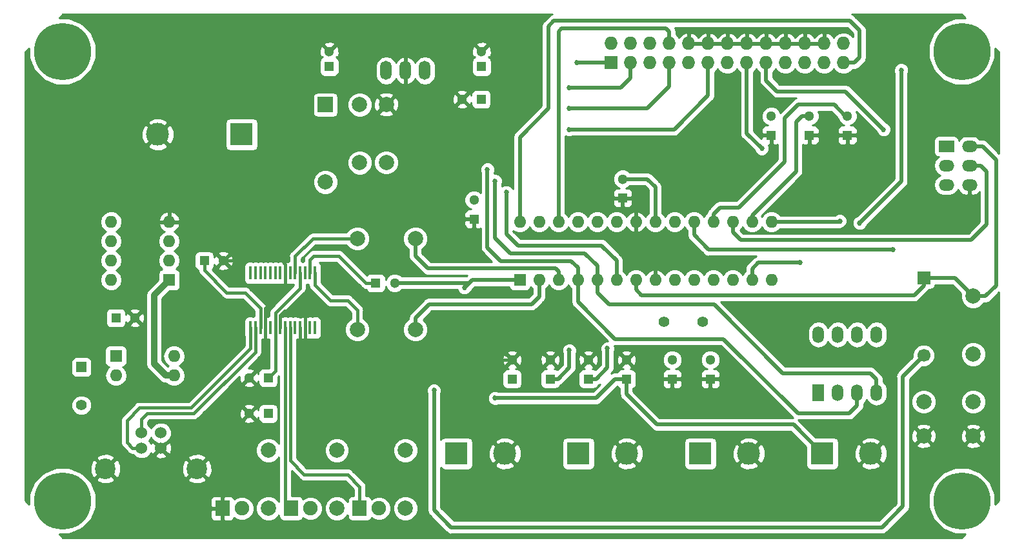
<source format=gtl>
G04 #@! TF.GenerationSoftware,KiCad,Pcbnew,(5.0.0-rc2-20-gcf2a07559)*
G04 #@! TF.CreationDate,2018-05-24T23:42:55-07:00*
G04 #@! TF.ProjectId,Gecko_Controller,4765636B6F5F436F6E74726F6C6C6572,rev?*
G04 #@! TF.SameCoordinates,Original*
G04 #@! TF.FileFunction,Copper,L1,Top,Signal*
G04 #@! TF.FilePolarity,Positive*
%FSLAX46Y46*%
G04 Gerber Fmt 4.6, Leading zero omitted, Abs format (unit mm)*
G04 Created by KiCad (PCBNEW (5.0.0-rc2-20-gcf2a07559)) date 05/24/18 23:42:55*
%MOMM*%
%LPD*%
G01*
G04 APERTURE LIST*
G04 #@! TA.AperFunction,SMDPad,CuDef*
%ADD10R,0.450000X1.750000*%
G04 #@! TD*
G04 #@! TA.AperFunction,ComponentPad*
%ADD11R,3.000000X3.000000*%
G04 #@! TD*
G04 #@! TA.AperFunction,ComponentPad*
%ADD12C,3.000000*%
G04 #@! TD*
G04 #@! TA.AperFunction,ComponentPad*
%ADD13R,1.727200X1.727200*%
G04 #@! TD*
G04 #@! TA.AperFunction,ComponentPad*
%ADD14O,1.727200X1.727200*%
G04 #@! TD*
G04 #@! TA.AperFunction,ComponentPad*
%ADD15O,1.501140X2.499360*%
G04 #@! TD*
G04 #@! TA.AperFunction,ComponentPad*
%ADD16R,1.600000X1.600000*%
G04 #@! TD*
G04 #@! TA.AperFunction,ComponentPad*
%ADD17O,1.600000X1.600000*%
G04 #@! TD*
G04 #@! TA.AperFunction,ComponentPad*
%ADD18R,1.900000X2.000000*%
G04 #@! TD*
G04 #@! TA.AperFunction,ComponentPad*
%ADD19C,1.900000*%
G04 #@! TD*
G04 #@! TA.AperFunction,ComponentPad*
%ADD20C,1.524000*%
G04 #@! TD*
G04 #@! TA.AperFunction,ComponentPad*
%ADD21C,2.700020*%
G04 #@! TD*
G04 #@! TA.AperFunction,ComponentPad*
%ADD22R,1.498600X2.197100*%
G04 #@! TD*
G04 #@! TA.AperFunction,ComponentPad*
%ADD23O,1.498600X2.197100*%
G04 #@! TD*
G04 #@! TA.AperFunction,ComponentPad*
%ADD24R,2.000000X1.500000*%
G04 #@! TD*
G04 #@! TA.AperFunction,ComponentPad*
%ADD25O,2.000000X1.500000*%
G04 #@! TD*
G04 #@! TA.AperFunction,ComponentPad*
%ADD26C,1.998980*%
G04 #@! TD*
G04 #@! TA.AperFunction,ComponentPad*
%ADD27C,2.000000*%
G04 #@! TD*
G04 #@! TA.AperFunction,ComponentPad*
%ADD28R,1.998980X1.998980*%
G04 #@! TD*
G04 #@! TA.AperFunction,ComponentPad*
%ADD29C,1.422400*%
G04 #@! TD*
G04 #@! TA.AperFunction,ComponentPad*
%ADD30C,7.500000*%
G04 #@! TD*
G04 #@! TA.AperFunction,ComponentPad*
%ADD31R,1.300000X1.300000*%
G04 #@! TD*
G04 #@! TA.AperFunction,ComponentPad*
%ADD32C,1.300000*%
G04 #@! TD*
G04 #@! TA.AperFunction,ComponentPad*
%ADD33C,1.699260*%
G04 #@! TD*
G04 #@! TA.AperFunction,ComponentPad*
%ADD34R,1.699260X1.699260*%
G04 #@! TD*
G04 #@! TA.AperFunction,ComponentPad*
%ADD35R,1.400000X1.400000*%
G04 #@! TD*
G04 #@! TA.AperFunction,ComponentPad*
%ADD36C,1.400000*%
G04 #@! TD*
G04 #@! TA.AperFunction,ViaPad*
%ADD37C,0.685800*%
G04 #@! TD*
G04 #@! TA.AperFunction,Conductor*
%ADD38C,0.508000*%
G04 #@! TD*
G04 #@! TA.AperFunction,Conductor*
%ADD39C,0.381000*%
G04 #@! TD*
G04 #@! TA.AperFunction,Conductor*
%ADD40C,0.812800*%
G04 #@! TD*
G04 #@! TA.AperFunction,Conductor*
%ADD41C,0.254000*%
G04 #@! TD*
G04 APERTURE END LIST*
D10*
G04 #@! TO.P,U2,1*
G04 #@! TO.N,Urx*
X125129000Y-96095000D03*
G04 #@! TO.P,U2,2*
G04 #@! TO.N,DTR*
X124479000Y-96095000D03*
G04 #@! TO.P,U2,3*
G04 #@! TO.N,Net-(U2-Pad3)*
X123829000Y-96095000D03*
G04 #@! TO.P,U2,4*
G04 #@! TO.N,+5V*
X123179000Y-96095000D03*
G04 #@! TO.P,U2,5*
G04 #@! TO.N,Utx*
X122529000Y-96095000D03*
G04 #@! TO.P,U2,6*
G04 #@! TO.N,Net-(U2-Pad6)*
X121879000Y-96095000D03*
G04 #@! TO.P,U2,7*
G04 #@! TO.N,GND*
X121229000Y-96095000D03*
G04 #@! TO.P,U2,8*
G04 #@! TO.N,Net-(U2-Pad8)*
X120579000Y-96095000D03*
G04 #@! TO.P,U2,9*
G04 #@! TO.N,Net-(U2-Pad9)*
X119929000Y-96095000D03*
G04 #@! TO.P,U2,10*
G04 #@! TO.N,Net-(U2-Pad10)*
X119279000Y-96095000D03*
G04 #@! TO.P,U2,11*
G04 #@! TO.N,Net-(U2-Pad11)*
X118629000Y-96095000D03*
G04 #@! TO.P,U2,12*
G04 #@! TO.N,Net-(U2-Pad12)*
X117979000Y-96095000D03*
G04 #@! TO.P,U2,13*
G04 #@! TO.N,Net-(U2-Pad13)*
X117329000Y-96095000D03*
G04 #@! TO.P,U2,14*
G04 #@! TO.N,Net-(U2-Pad14)*
X116679000Y-96095000D03*
G04 #@! TO.P,U2,15*
G04 #@! TO.N,D+*
X116679000Y-103295000D03*
G04 #@! TO.P,U2,16*
G04 #@! TO.N,D-*
X117329000Y-103295000D03*
G04 #@! TO.P,U2,17*
G04 #@! TO.N,+3V3*
X117979000Y-103295000D03*
G04 #@! TO.P,U2,18*
G04 #@! TO.N,GND*
X118629000Y-103295000D03*
G04 #@! TO.P,U2,19*
G04 #@! TO.N,Net-(U2-Pad19)*
X119279000Y-103295000D03*
G04 #@! TO.P,U2,20*
G04 #@! TO.N,+5V*
X119929000Y-103295000D03*
G04 #@! TO.P,U2,21*
G04 #@! TO.N,GND*
X120579000Y-103295000D03*
G04 #@! TO.P,U2,22*
G04 #@! TO.N,Net-(D3-Pad1)*
X121229000Y-103295000D03*
G04 #@! TO.P,U2,23*
G04 #@! TO.N,Net-(D2-Pad1)*
X121879000Y-103295000D03*
G04 #@! TO.P,U2,24*
G04 #@! TO.N,Net-(U2-Pad24)*
X122529000Y-103295000D03*
G04 #@! TO.P,U2,25*
G04 #@! TO.N,GND*
X123179000Y-103295000D03*
G04 #@! TO.P,U2,26*
X123829000Y-103295000D03*
G04 #@! TO.P,U2,27*
G04 #@! TO.N,Net-(U2-Pad27)*
X124479000Y-103295000D03*
G04 #@! TO.P,U2,28*
G04 #@! TO.N,Net-(U2-Pad28)*
X125129000Y-103295000D03*
G04 #@! TD*
D11*
G04 #@! TO.P,TB1,1*
G04 #@! TO.N,Net-(D1-Pad2)*
X115500000Y-77900000D03*
D12*
G04 #@! TO.P,TB1,2*
G04 #@! TO.N,GND*
X104500000Y-77900000D03*
G04 #@! TD*
D13*
G04 #@! TO.P,P3,1*
G04 #@! TO.N,spindle-ena*
X164000000Y-68500000D03*
D14*
G04 #@! TO.P,P3,14*
G04 #@! TO.N,spindle-pwm*
X164000000Y-65960000D03*
G04 #@! TO.P,P3,2*
G04 #@! TO.N,x-step*
X166540000Y-68500000D03*
G04 #@! TO.P,P3,15*
G04 #@! TO.N,Net-(P3-Pad15)*
X166540000Y-65960000D03*
G04 #@! TO.P,P3,3*
G04 #@! TO.N,x-dir*
X169080000Y-68500000D03*
G04 #@! TO.P,P3,16*
G04 #@! TO.N,Net-(P3-Pad16)*
X169080000Y-65960000D03*
G04 #@! TO.P,P3,4*
G04 #@! TO.N,y-step*
X171620000Y-68500000D03*
G04 #@! TO.P,P3,17*
G04 #@! TO.N,coolan-ena*
X171620000Y-65960000D03*
G04 #@! TO.P,P3,5*
G04 #@! TO.N,y-dir*
X174160000Y-68500000D03*
G04 #@! TO.P,P3,18*
G04 #@! TO.N,GND*
X174160000Y-65960000D03*
G04 #@! TO.P,P3,6*
G04 #@! TO.N,z-step*
X176700000Y-68500000D03*
G04 #@! TO.P,P3,19*
G04 #@! TO.N,GND*
X176700000Y-65960000D03*
G04 #@! TO.P,P3,7*
G04 #@! TO.N,z-dir*
X179240000Y-68500000D03*
G04 #@! TO.P,P3,20*
G04 #@! TO.N,GND*
X179240000Y-65960000D03*
G04 #@! TO.P,P3,8*
G04 #@! TO.N,a-step*
X181780000Y-68500000D03*
G04 #@! TO.P,P3,21*
G04 #@! TO.N,GND*
X181780000Y-65960000D03*
G04 #@! TO.P,P3,9*
G04 #@! TO.N,a-dir*
X184320000Y-68500000D03*
G04 #@! TO.P,P3,22*
G04 #@! TO.N,GND*
X184320000Y-65960000D03*
G04 #@! TO.P,P3,10*
G04 #@! TO.N,x-limit*
X186860000Y-68500000D03*
G04 #@! TO.P,P3,23*
G04 #@! TO.N,GND*
X186860000Y-65960000D03*
G04 #@! TO.P,P3,11*
G04 #@! TO.N,y-limit*
X189400000Y-68500000D03*
G04 #@! TO.P,P3,24*
G04 #@! TO.N,GND*
X189400000Y-65960000D03*
G04 #@! TO.P,P3,12*
G04 #@! TO.N,z-limit*
X191940000Y-68500000D03*
G04 #@! TO.P,P3,25*
G04 #@! TO.N,GND*
X191940000Y-65960000D03*
G04 #@! TO.P,P3,13*
G04 #@! TO.N,probe*
X194480000Y-68500000D03*
G04 #@! TO.P,P3,26*
G04 #@! TO.N,enable*
X194480000Y-65960000D03*
G04 #@! TD*
D15*
G04 #@! TO.P,U1,2*
G04 #@! TO.N,GND*
X137000000Y-69500000D03*
G04 #@! TO.P,U1,1*
G04 #@! TO.N,VIN*
X134460000Y-69500000D03*
G04 #@! TO.P,U1,3*
G04 #@! TO.N,+5V*
X139540000Y-69500000D03*
G04 #@! TD*
D16*
G04 #@! TO.P,IC1,1*
G04 #@! TO.N,Net-(C19-Pad2)*
X152000000Y-97000000D03*
D17*
G04 #@! TO.P,IC1,2*
G04 #@! TO.N,Net-(IC1-Pad2)*
X154540000Y-97000000D03*
G04 #@! TO.P,IC1,3*
G04 #@! TO.N,Net-(IC1-Pad3)*
X157080000Y-97000000D03*
G04 #@! TO.P,IC1,4*
G04 #@! TO.N,x-step*
X159620000Y-97000000D03*
G04 #@! TO.P,IC1,5*
G04 #@! TO.N,y-step*
X162160000Y-97000000D03*
G04 #@! TO.P,IC1,6*
G04 #@! TO.N,z-step*
X164700000Y-97000000D03*
G04 #@! TO.P,IC1,7*
G04 #@! TO.N,+5V*
X167240000Y-97000000D03*
G04 #@! TO.P,IC1,8*
G04 #@! TO.N,GND*
X169780000Y-97000000D03*
G04 #@! TO.P,IC1,9*
G04 #@! TO.N,Net-(C12-Pad2)*
X172320000Y-97000000D03*
G04 #@! TO.P,IC1,10*
G04 #@! TO.N,Net-(C11-Pad2)*
X174860000Y-97000000D03*
G04 #@! TO.P,IC1,11*
G04 #@! TO.N,x-dir*
X177400000Y-97000000D03*
G04 #@! TO.P,IC1,12*
G04 #@! TO.N,y-dir*
X179940000Y-97000000D03*
G04 #@! TO.P,IC1,13*
G04 #@! TO.N,z-dir*
X182480000Y-97000000D03*
G04 #@! TO.P,IC1,14*
G04 #@! TO.N,enable*
X185020000Y-97000000D03*
G04 #@! TO.P,IC1,15*
G04 #@! TO.N,x-limit*
X185020000Y-89380000D03*
G04 #@! TO.P,IC1,16*
G04 #@! TO.N,y-limit*
X182480000Y-89380000D03*
G04 #@! TO.P,IC1,17*
G04 #@! TO.N,spindle-pwm*
X179940000Y-89380000D03*
G04 #@! TO.P,IC1,18*
G04 #@! TO.N,z-limit*
X177400000Y-89380000D03*
G04 #@! TO.P,IC1,19*
G04 #@! TO.N,spindle-ena*
X174860000Y-89380000D03*
G04 #@! TO.P,IC1,20*
G04 #@! TO.N,+5V*
X172320000Y-89380000D03*
G04 #@! TO.P,IC1,21*
G04 #@! TO.N,Net-(C13-Pad2)*
X169780000Y-89380000D03*
G04 #@! TO.P,IC1,22*
G04 #@! TO.N,GND*
X167240000Y-89380000D03*
G04 #@! TO.P,IC1,23*
G04 #@! TO.N,r-a*
X164700000Y-89380000D03*
G04 #@! TO.P,IC1,24*
G04 #@! TO.N,f-h*
X162160000Y-89380000D03*
G04 #@! TO.P,IC1,25*
G04 #@! TO.N,s-r*
X159620000Y-89380000D03*
G04 #@! TO.P,IC1,26*
G04 #@! TO.N,coolan-ena*
X157080000Y-89380000D03*
G04 #@! TO.P,IC1,27*
G04 #@! TO.N,a4*
X154540000Y-89380000D03*
G04 #@! TO.P,IC1,28*
G04 #@! TO.N,probe*
X152000000Y-89380000D03*
G04 #@! TD*
D16*
G04 #@! TO.P,U3,1*
G04 #@! TO.N,Net-(Q1-Pad3)*
X106000000Y-97000000D03*
D17*
G04 #@! TO.P,U3,2*
G04 #@! TO.N,+3V3*
X106000000Y-94460000D03*
G04 #@! TO.P,U3,3*
G04 #@! TO.N,Net-(R6-Pad2)*
X106000000Y-91920000D03*
G04 #@! TO.P,U3,4*
G04 #@! TO.N,GND*
X106000000Y-89380000D03*
G04 #@! TO.P,U3,5*
G04 #@! TO.N,N/C*
X98380000Y-89380000D03*
G04 #@! TO.P,U3,6*
X98380000Y-91920000D03*
G04 #@! TO.P,U3,7*
X98380000Y-94460000D03*
G04 #@! TO.P,U3,8*
G04 #@! TO.N,+5V*
X98380000Y-97000000D03*
G04 #@! TD*
D16*
G04 #@! TO.P,Q1,1*
G04 #@! TO.N,usb+5v*
X99000000Y-107000000D03*
D17*
G04 #@! TO.P,Q1,2*
G04 #@! TO.N,N/C*
X99000000Y-109540000D03*
G04 #@! TO.P,Q1,3*
G04 #@! TO.N,Net-(Q1-Pad3)*
X106620000Y-109540000D03*
G04 #@! TO.P,Q1,4*
G04 #@! TO.N,+5V*
X106620000Y-107000000D03*
G04 #@! TD*
D18*
G04 #@! TO.P,D2,1*
G04 #@! TO.N,Net-(D2-Pad1)*
X131000000Y-127000000D03*
D19*
G04 #@! TO.P,D2,2*
G04 #@! TO.N,Net-(D2-Pad2)*
X133540000Y-127000000D03*
G04 #@! TD*
D18*
G04 #@! TO.P,D3,1*
G04 #@! TO.N,Net-(D3-Pad1)*
X122000000Y-127000000D03*
D19*
G04 #@! TO.P,D3,2*
G04 #@! TO.N,Net-(D3-Pad2)*
X124540000Y-127000000D03*
G04 #@! TD*
D18*
G04 #@! TO.P,D4,1*
G04 #@! TO.N,GND*
X113000000Y-127000000D03*
D19*
G04 #@! TO.P,D4,2*
G04 #@! TO.N,Net-(D4-Pad2)*
X115540000Y-127000000D03*
G04 #@! TD*
D20*
G04 #@! TO.P,P1,2*
G04 #@! TO.N,D-*
X102362000Y-117094000D03*
G04 #@! TO.P,P1,1*
G04 #@! TO.N,Net-(F1-Pad2)*
X104902000Y-117094000D03*
G04 #@! TO.P,P1,4*
G04 #@! TO.N,GND*
X104902000Y-119092980D03*
G04 #@! TO.P,P1,3*
G04 #@! TO.N,D+*
X102362000Y-119092980D03*
D21*
G04 #@! TO.P,P1,5*
G04 #@! TO.N,GND*
X97632520Y-121793000D03*
X109631480Y-121793000D03*
G04 #@! TD*
D11*
G04 #@! TO.P,TB5,1*
G04 #@! TO.N,r-a*
X175700000Y-119800000D03*
D12*
G04 #@! TO.P,TB5,2*
G04 #@! TO.N,GND*
X182050000Y-119800000D03*
G04 #@! TD*
D11*
G04 #@! TO.P,TB2,1*
G04 #@! TO.N,a4*
X191700000Y-119800000D03*
D12*
G04 #@! TO.P,TB2,2*
G04 #@! TO.N,GND*
X198050000Y-119800000D03*
G04 #@! TD*
D11*
G04 #@! TO.P,TB4,1*
G04 #@! TO.N,f-h*
X159700000Y-119800000D03*
D12*
G04 #@! TO.P,TB4,2*
G04 #@! TO.N,GND*
X166050000Y-119800000D03*
G04 #@! TD*
D11*
G04 #@! TO.P,TB3,1*
G04 #@! TO.N,s-r*
X143700000Y-119800000D03*
D12*
G04 #@! TO.P,TB3,2*
G04 #@! TO.N,GND*
X150050000Y-119800000D03*
G04 #@! TD*
D22*
G04 #@! TO.P,SW2,1*
G04 #@! TO.N,x-dir*
X191190000Y-111797300D03*
D23*
G04 #@! TO.P,SW2,2*
G04 #@! TO.N,y-dir*
X193730000Y-111810000D03*
G04 #@! TO.P,SW2,3*
G04 #@! TO.N,x-step*
X196270000Y-111810000D03*
G04 #@! TO.P,SW2,4*
G04 #@! TO.N,y-step*
X198810000Y-111810000D03*
G04 #@! TO.P,SW2,5*
G04 #@! TO.N,a-step*
X198810000Y-104190000D03*
G04 #@! TO.P,SW2,6*
X196270000Y-104190000D03*
G04 #@! TO.P,SW2,7*
G04 #@! TO.N,a-dir*
X193730000Y-104190000D03*
G04 #@! TO.P,SW2,8*
X191190000Y-104190000D03*
G04 #@! TD*
D24*
G04 #@! TO.P,P2,1*
G04 #@! TO.N,z-limit*
X207980000Y-79460000D03*
D25*
G04 #@! TO.P,P2,2*
G04 #@! TO.N,+5V*
X211020000Y-79460000D03*
G04 #@! TO.P,P2,3*
G04 #@! TO.N,spindle-ena*
X207980000Y-82000000D03*
G04 #@! TO.P,P2,4*
G04 #@! TO.N,spindle-pwm*
X211020000Y-82000000D03*
G04 #@! TO.P,P2,5*
G04 #@! TO.N,Net-(C19-Pad2)*
X207980000Y-84540000D03*
G04 #@! TO.P,P2,6*
G04 #@! TO.N,GND*
X211020000Y-84540000D03*
G04 #@! TD*
D26*
G04 #@! TO.P,R5,1*
G04 #@! TO.N,Net-(C19-Pad2)*
X211500000Y-106750000D03*
G04 #@! TO.P,R5,2*
G04 #@! TO.N,+5V*
X211500000Y-99130000D03*
G04 #@! TD*
G04 #@! TO.P,R7,1*
G04 #@! TO.N,Net-(R6-Pad2)*
X134477760Y-81584800D03*
G04 #@! TO.P,R7,2*
G04 #@! TO.N,GND*
X134477760Y-73964800D03*
G04 #@! TD*
G04 #@! TO.P,R6,1*
G04 #@! TO.N,VIN*
X131000000Y-74000000D03*
G04 #@! TO.P,R6,2*
G04 #@! TO.N,Net-(R6-Pad2)*
X131000000Y-81620000D03*
G04 #@! TD*
G04 #@! TO.P,R9,1*
G04 #@! TO.N,Net-(IC1-Pad3)*
X138303000Y-91567000D03*
G04 #@! TO.P,R9,2*
G04 #@! TO.N,Utx*
X130683000Y-91567000D03*
G04 #@! TD*
G04 #@! TO.P,R8,1*
G04 #@! TO.N,Net-(IC1-Pad2)*
X138303000Y-103505000D03*
G04 #@! TO.P,R8,2*
G04 #@! TO.N,Urx*
X130683000Y-103505000D03*
G04 #@! TD*
G04 #@! TO.P,R3,1*
G04 #@! TO.N,Net-(D2-Pad2)*
X137000000Y-127000000D03*
G04 #@! TO.P,R3,2*
G04 #@! TO.N,+5V*
X137000000Y-119380000D03*
G04 #@! TD*
G04 #@! TO.P,R4,1*
G04 #@! TO.N,Net-(D3-Pad2)*
X128000000Y-127000000D03*
G04 #@! TO.P,R4,2*
G04 #@! TO.N,+5V*
X128000000Y-119380000D03*
G04 #@! TD*
G04 #@! TO.P,R2,1*
G04 #@! TO.N,Net-(D4-Pad2)*
X119000000Y-127000000D03*
G04 #@! TO.P,R2,2*
G04 #@! TO.N,+5V*
X119000000Y-119380000D03*
G04 #@! TD*
D27*
G04 #@! TO.P,SW1,2*
G04 #@! TO.N,GND*
X205000000Y-117500000D03*
G04 #@! TO.P,SW1,1*
G04 #@! TO.N,Net-(C19-Pad2)*
X205000000Y-113000000D03*
G04 #@! TO.P,SW1,2*
G04 #@! TO.N,GND*
X211500000Y-117500000D03*
G04 #@! TO.P,SW1,1*
G04 #@! TO.N,Net-(C19-Pad2)*
X211500000Y-113000000D03*
G04 #@! TD*
D26*
G04 #@! TO.P,D1,2*
G04 #@! TO.N,Net-(D1-Pad2)*
X126502540Y-84160000D03*
D28*
G04 #@! TO.P,D1,1*
G04 #@! TO.N,VIN*
X126502540Y-74000000D03*
G04 #@! TD*
D29*
G04 #@! TO.P,Y1,1*
G04 #@! TO.N,Net-(C11-Pad2)*
X176000000Y-102500000D03*
G04 #@! TO.P,Y1,2*
G04 #@! TO.N,Net-(C12-Pad2)*
X170920000Y-102500000D03*
G04 #@! TD*
D30*
G04 #@! TO.P,REF\002A\002A,1*
G04 #@! TO.N,N/C*
X92000000Y-67000000D03*
G04 #@! TD*
G04 #@! TO.P,REF\002A\002A,1*
G04 #@! TO.N,N/C*
X92000000Y-126000000D03*
G04 #@! TD*
G04 #@! TO.P,REF\002A\002A,1*
G04 #@! TO.N,N/C*
X210000000Y-126000000D03*
G04 #@! TD*
G04 #@! TO.P,REF\002A\002A,1*
G04 #@! TO.N,N/C*
X210000000Y-67000000D03*
G04 #@! TD*
D31*
G04 #@! TO.P,C1,1*
G04 #@! TO.N,+3V3*
X110617000Y-94488000D03*
D32*
G04 #@! TO.P,C1,2*
G04 #@! TO.N,GND*
X113117000Y-94488000D03*
G04 #@! TD*
D31*
G04 #@! TO.P,C2,1*
G04 #@! TO.N,a4*
X166000000Y-110000000D03*
D32*
G04 #@! TO.P,C2,2*
G04 #@! TO.N,GND*
X166000000Y-107500000D03*
G04 #@! TD*
D31*
G04 #@! TO.P,C3,1*
G04 #@! TO.N,+5V*
X118999000Y-114554000D03*
D32*
G04 #@! TO.P,C3,2*
G04 #@! TO.N,GND*
X116499000Y-114554000D03*
G04 #@! TD*
D31*
G04 #@! TO.P,C4,1*
G04 #@! TO.N,VIN*
X127000000Y-69000000D03*
D32*
G04 #@! TO.P,C4,2*
G04 #@! TO.N,GND*
X127000000Y-67000000D03*
G04 #@! TD*
D31*
G04 #@! TO.P,C5,1*
G04 #@! TO.N,s-r*
X151000000Y-110000000D03*
D32*
G04 #@! TO.P,C5,2*
G04 #@! TO.N,GND*
X151000000Y-107500000D03*
G04 #@! TD*
D31*
G04 #@! TO.P,C6,1*
G04 #@! TO.N,f-h*
X156000000Y-110000000D03*
D32*
G04 #@! TO.P,C6,2*
G04 #@! TO.N,GND*
X156000000Y-107500000D03*
G04 #@! TD*
D31*
G04 #@! TO.P,C7,1*
G04 #@! TO.N,+5V*
X147000000Y-69000000D03*
D32*
G04 #@! TO.P,C7,2*
G04 #@! TO.N,GND*
X147000000Y-67000000D03*
G04 #@! TD*
D31*
G04 #@! TO.P,C9,1*
G04 #@! TO.N,r-a*
X161000000Y-110000000D03*
D32*
G04 #@! TO.P,C9,2*
G04 #@! TO.N,GND*
X161000000Y-107500000D03*
G04 #@! TD*
D31*
G04 #@! TO.P,C10,1*
G04 #@! TO.N,+5V*
X99000000Y-102000000D03*
D32*
G04 #@! TO.P,C10,2*
G04 #@! TO.N,GND*
X101500000Y-102000000D03*
G04 #@! TD*
D31*
G04 #@! TO.P,C11,1*
G04 #@! TO.N,GND*
X177000000Y-110000000D03*
D32*
G04 #@! TO.P,C11,2*
G04 #@! TO.N,Net-(C11-Pad2)*
X177000000Y-107500000D03*
G04 #@! TD*
D31*
G04 #@! TO.P,C12,1*
G04 #@! TO.N,GND*
X172000000Y-110000000D03*
D32*
G04 #@! TO.P,C12,2*
G04 #@! TO.N,Net-(C12-Pad2)*
X172000000Y-107500000D03*
G04 #@! TD*
D31*
G04 #@! TO.P,C13,1*
G04 #@! TO.N,GND*
X165500000Y-86250000D03*
D32*
G04 #@! TO.P,C13,2*
G04 #@! TO.N,Net-(C13-Pad2)*
X165500000Y-83750000D03*
G04 #@! TD*
D31*
G04 #@! TO.P,C14,1*
G04 #@! TO.N,GND*
X146000000Y-89000000D03*
D32*
G04 #@! TO.P,C14,2*
G04 #@! TO.N,+5V*
X146000000Y-86500000D03*
G04 #@! TD*
D31*
G04 #@! TO.P,C15,1*
G04 #@! TO.N,GND*
X185000000Y-78000000D03*
D32*
G04 #@! TO.P,C15,2*
G04 #@! TO.N,x-limit*
X185000000Y-75500000D03*
G04 #@! TD*
D31*
G04 #@! TO.P,C16,1*
G04 #@! TO.N,GND*
X190000000Y-78000000D03*
D32*
G04 #@! TO.P,C16,2*
G04 #@! TO.N,y-limit*
X190000000Y-75500000D03*
G04 #@! TD*
D31*
G04 #@! TO.P,C8,1*
G04 #@! TO.N,+5V*
X146939000Y-73279000D03*
D32*
G04 #@! TO.P,C8,2*
G04 #@! TO.N,GND*
X144439000Y-73279000D03*
G04 #@! TD*
D31*
G04 #@! TO.P,C18,1*
G04 #@! TO.N,GND*
X195000000Y-78000000D03*
D32*
G04 #@! TO.P,C18,2*
G04 #@! TO.N,z-limit*
X195000000Y-75500000D03*
G04 #@! TD*
D33*
G04 #@! TO.P,D5,2*
G04 #@! TO.N,Net-(C19-Pad2)*
X205002540Y-106910520D03*
D34*
G04 #@! TO.P,D5,1*
G04 #@! TO.N,+5V*
X205002540Y-96750520D03*
G04 #@! TD*
D35*
G04 #@! TO.P,F1,1*
G04 #@! TO.N,usb+5v*
X94488000Y-108458000D03*
D36*
G04 #@! TO.P,F1,2*
G04 #@! TO.N,Net-(F1-Pad2)*
X94488000Y-113458000D03*
G04 #@! TD*
D31*
G04 #@! TO.P,C17,1*
G04 #@! TO.N,+5V*
X118999000Y-109855000D03*
D32*
G04 #@! TO.P,C17,2*
G04 #@! TO.N,GND*
X116499000Y-109855000D03*
G04 #@! TD*
D31*
G04 #@! TO.P,C19,1*
G04 #@! TO.N,DTR*
X133096000Y-97409000D03*
D32*
G04 #@! TO.P,C19,2*
G04 #@! TO.N,Net-(C19-Pad2)*
X135596000Y-97409000D03*
G04 #@! TD*
D37*
G04 #@! TO.N,a4*
X148750000Y-112500000D03*
G04 #@! TO.N,f-h*
X158500000Y-106250000D03*
G04 #@! TO.N,r-a*
X163500000Y-106000000D03*
G04 #@! TO.N,x-limit*
X194000000Y-89250000D03*
G04 #@! TO.N,x-step*
X147750000Y-82500000D03*
X158500000Y-71750000D03*
G04 #@! TO.N,y-step*
X148750000Y-84000000D03*
X158500000Y-74500000D03*
G04 #@! TO.N,z-step*
X150250000Y-85500000D03*
X158500000Y-77250000D03*
G04 #@! TO.N,z-dir*
X188750000Y-94750000D03*
G04 #@! TO.N,spindle-ena*
X159500000Y-68500000D03*
X201000000Y-93000000D03*
G04 #@! TO.N,a-step*
X183750000Y-79750000D03*
G04 #@! TO.N,a-dir*
X199750000Y-77250000D03*
G04 #@! TO.N,Net-(C19-Pad2)*
X144750000Y-98000000D03*
X140750000Y-111500000D03*
G04 #@! TO.N,enable*
X202057000Y-69469000D03*
X196596000Y-89535000D03*
G04 #@! TD*
D38*
G04 #@! TO.N,a4*
X164500000Y-110000000D02*
X166000000Y-110000000D01*
X162000000Y-112500000D02*
X164500000Y-110000000D01*
X148750000Y-112500000D02*
X162000000Y-112500000D01*
X166000000Y-110000000D02*
X166000000Y-112000000D01*
X187900000Y-116000000D02*
X191700000Y-119800000D01*
X170000000Y-116000000D02*
X187900000Y-116000000D01*
X166000000Y-112000000D02*
X170000000Y-116000000D01*
G04 #@! TO.N,f-h*
X157000000Y-110000000D02*
X156000000Y-110000000D01*
X158500000Y-108500000D02*
X157000000Y-110000000D01*
X158500000Y-106250000D02*
X158500000Y-108500000D01*
G04 #@! TO.N,r-a*
X162000000Y-110000000D02*
X161000000Y-110000000D01*
X163500000Y-108500000D02*
X162000000Y-110000000D01*
X163500000Y-106000000D02*
X163500000Y-108500000D01*
G04 #@! TO.N,Net-(C13-Pad2)*
X165500000Y-83750000D02*
X168750000Y-83750000D01*
X169780000Y-84780000D02*
X169780000Y-89380000D01*
X168750000Y-83750000D02*
X169780000Y-84780000D01*
G04 #@! TO.N,x-limit*
X193870000Y-89380000D02*
X185020000Y-89380000D01*
X194000000Y-89250000D02*
X193870000Y-89380000D01*
X185140000Y-89500000D02*
X185020000Y-89380000D01*
G04 #@! TO.N,y-limit*
X182480000Y-88520000D02*
X188250000Y-82750000D01*
X190000000Y-75500000D02*
X189000000Y-75500000D01*
X189000000Y-75500000D02*
X188250000Y-76250000D01*
X188250000Y-76250000D02*
X188250000Y-82750000D01*
X182480000Y-88520000D02*
X182480000Y-89380000D01*
G04 #@! TO.N,z-limit*
X195000000Y-75500000D02*
X194750000Y-75500000D01*
X194750000Y-75500000D02*
X193250000Y-74000000D01*
X177400000Y-88350000D02*
X177400000Y-89380000D01*
X178250000Y-87500000D02*
X177400000Y-88350000D01*
X180750000Y-87500000D02*
X178250000Y-87500000D01*
X186750000Y-81500000D02*
X180750000Y-87500000D01*
X186750000Y-75750000D02*
X186750000Y-81500000D01*
X188500000Y-74000000D02*
X186750000Y-75750000D01*
X193250000Y-74000000D02*
X188500000Y-74000000D01*
D39*
G04 #@! TO.N,+3V3*
X115951000Y-98679000D02*
X113538000Y-98679000D01*
X113538000Y-98679000D02*
X110617000Y-95758000D01*
X110617000Y-94488000D02*
X110617000Y-95758000D01*
X117979000Y-100707000D02*
X117979000Y-103295000D01*
X115951000Y-98679000D02*
X117979000Y-100707000D01*
G04 #@! TO.N,Net-(D2-Pad1)*
X121879000Y-103295000D02*
X121879000Y-120736000D01*
X131000000Y-124142000D02*
X131000000Y-127000000D01*
X129413000Y-122555000D02*
X131000000Y-124142000D01*
X123698000Y-122555000D02*
X129413000Y-122555000D01*
X121879000Y-120736000D02*
X123698000Y-122555000D01*
G04 #@! TO.N,Net-(D3-Pad1)*
X121229000Y-103295000D02*
X121229000Y-126229000D01*
X121229000Y-126229000D02*
X122000000Y-127000000D01*
D38*
G04 #@! TO.N,Net-(IC1-Pad2)*
X138303000Y-103505000D02*
X138303000Y-101981000D01*
X154540000Y-99206000D02*
X154540000Y-97000000D01*
X153543000Y-100203000D02*
X154540000Y-99206000D01*
X140081000Y-100203000D02*
X153543000Y-100203000D01*
X138303000Y-101981000D02*
X140081000Y-100203000D01*
G04 #@! TO.N,Net-(IC1-Pad3)*
X153924000Y-95500000D02*
X156714000Y-95500000D01*
X157080000Y-95866000D02*
X157080000Y-97000000D01*
X156714000Y-95500000D02*
X157080000Y-95866000D01*
X140970000Y-95500000D02*
X139950000Y-95500000D01*
X154000000Y-95500000D02*
X153924000Y-95500000D01*
X153924000Y-95500000D02*
X140970000Y-95500000D01*
X139950000Y-95500000D02*
X138303000Y-93853000D01*
X138303000Y-93853000D02*
X138303000Y-91567000D01*
G04 #@! TO.N,x-step*
X166540000Y-68500000D02*
X166540000Y-70460000D01*
X165250000Y-71750000D02*
X158500000Y-71750000D01*
X166540000Y-70460000D02*
X165250000Y-71750000D01*
X147750000Y-82500000D02*
X147750000Y-83500000D01*
X159620000Y-97000000D02*
X159620000Y-95370000D01*
X147750000Y-92750000D02*
X147750000Y-83500000D01*
X147750000Y-83500000D02*
X147750000Y-82500000D01*
X149500000Y-94500000D02*
X147750000Y-92750000D01*
X158750000Y-94500000D02*
X149500000Y-94500000D01*
X159620000Y-95370000D02*
X158750000Y-94500000D01*
X159620000Y-97000000D02*
X159620000Y-99870000D01*
X196270000Y-113480000D02*
X196270000Y-111810000D01*
X195250000Y-114500000D02*
X196270000Y-113480000D01*
X188500000Y-114500000D02*
X195250000Y-114500000D01*
X178750000Y-104750000D02*
X188500000Y-114500000D01*
X164500000Y-104750000D02*
X178750000Y-104750000D01*
X159620000Y-99870000D02*
X164500000Y-104750000D01*
G04 #@! TO.N,y-step*
X148750000Y-91500000D02*
X148750000Y-84000000D01*
X168750000Y-74500000D02*
X158500000Y-74500000D01*
X171620000Y-71630000D02*
X168750000Y-74500000D01*
X171620000Y-71630000D02*
X171620000Y-68500000D01*
X162160000Y-97000000D02*
X162160000Y-95160000D01*
X150750000Y-93500000D02*
X148750000Y-91500000D01*
X160500000Y-93500000D02*
X150750000Y-93500000D01*
X162160000Y-95160000D02*
X160500000Y-93500000D01*
X198810000Y-111810000D02*
X198810000Y-110060000D01*
X162160000Y-98660000D02*
X162160000Y-97000000D01*
X163750000Y-100250000D02*
X162160000Y-98660000D01*
X177500000Y-100250000D02*
X163750000Y-100250000D01*
X186500000Y-109250000D02*
X177500000Y-100250000D01*
X198000000Y-109250000D02*
X186500000Y-109250000D01*
X198810000Y-110060000D02*
X198000000Y-109250000D01*
G04 #@! TO.N,z-step*
X176700000Y-68500000D02*
X176700000Y-72800000D01*
X172250000Y-77250000D02*
X158500000Y-77250000D01*
X176700000Y-72800000D02*
X172250000Y-77250000D01*
X150250000Y-85500000D02*
X150250000Y-86250000D01*
X164700000Y-97000000D02*
X164700000Y-94450000D01*
X150250000Y-91000000D02*
X150250000Y-86250000D01*
X150250000Y-86250000D02*
X150250000Y-85500000D01*
X151750000Y-92500000D02*
X150250000Y-91000000D01*
X162750000Y-92500000D02*
X151750000Y-92500000D01*
X164700000Y-94450000D02*
X162750000Y-92500000D01*
G04 #@! TO.N,z-dir*
X182480000Y-95520000D02*
X183250000Y-94750000D01*
X183250000Y-94750000D02*
X188750000Y-94750000D01*
X182480000Y-95520000D02*
X182480000Y-97000000D01*
G04 #@! TO.N,spindle-pwm*
X179940000Y-89380000D02*
X179940000Y-90690000D01*
X212500000Y-82000000D02*
X210770000Y-82000000D01*
X213250000Y-82750000D02*
X212500000Y-82000000D01*
X213250000Y-89750000D02*
X213250000Y-82750000D01*
X211250000Y-91750000D02*
X213250000Y-89750000D01*
X181000000Y-91750000D02*
X211250000Y-91750000D01*
X179940000Y-90690000D02*
X181000000Y-91750000D01*
G04 #@! TO.N,spindle-ena*
X159500000Y-68500000D02*
X164000000Y-68500000D01*
X174860000Y-89380000D02*
X174860000Y-91110000D01*
X176750000Y-93000000D02*
X201000000Y-93000000D01*
X174860000Y-91110000D02*
X176750000Y-93000000D01*
G04 #@! TO.N,coolan-ena*
X171620000Y-65960000D02*
X171620000Y-64432000D01*
X157080000Y-64408000D02*
X157080000Y-89380000D01*
X157480000Y-64008000D02*
X157080000Y-64408000D01*
X171196000Y-64008000D02*
X157480000Y-64008000D01*
X171620000Y-64432000D02*
X171196000Y-64008000D01*
G04 #@! TO.N,probe*
X194480000Y-68500000D02*
X195914000Y-68500000D01*
X155750000Y-63706000D02*
X155750000Y-74500000D01*
X155750000Y-74500000D02*
X152000000Y-78250000D01*
X156464000Y-62992000D02*
X155750000Y-63706000D01*
X195326000Y-62992000D02*
X156464000Y-62992000D01*
X196596000Y-64262000D02*
X195326000Y-62992000D01*
X196596000Y-67818000D02*
X196596000Y-64262000D01*
X195914000Y-68500000D02*
X196596000Y-67818000D01*
X152000000Y-89380000D02*
X152000000Y-78250000D01*
D39*
G04 #@! TO.N,D-*
X117329000Y-103295000D02*
X117329000Y-106445000D01*
X102362000Y-115316000D02*
X102362000Y-117094000D01*
X103124000Y-114554000D02*
X102362000Y-115316000D01*
X109220000Y-114554000D02*
X103124000Y-114554000D01*
X117329000Y-106445000D02*
X109220000Y-114554000D01*
G04 #@! TO.N,D+*
X116679000Y-103295000D02*
X116679000Y-105952000D01*
X101185980Y-119092980D02*
X102362000Y-119092980D01*
X100457000Y-118364000D02*
X101185980Y-119092980D01*
X100457000Y-115443000D02*
X100457000Y-118364000D01*
X102108000Y-113792000D02*
X100457000Y-115443000D01*
X108839000Y-113792000D02*
X102108000Y-113792000D01*
X116679000Y-105952000D02*
X108839000Y-113792000D01*
D38*
G04 #@! TO.N,a-step*
X181780000Y-68500000D02*
X181780000Y-77780000D01*
X181780000Y-77780000D02*
X183750000Y-79750000D01*
G04 #@! TO.N,a-dir*
X184320000Y-70820000D02*
X184320000Y-68500000D01*
X185750000Y-72250000D02*
X184320000Y-70820000D01*
X194750000Y-72250000D02*
X185750000Y-72250000D01*
X199750000Y-77250000D02*
X194750000Y-72250000D01*
D40*
G04 #@! TO.N,Net-(R6-Pad2)*
X106080000Y-92000000D02*
X106000000Y-91920000D01*
X134442560Y-81620000D02*
X134477760Y-81584800D01*
D39*
G04 #@! TO.N,Utx*
X122529000Y-96095000D02*
X122529000Y-93879000D01*
X122529000Y-93879000D02*
X124841000Y-91567000D01*
X124841000Y-91567000D02*
X130683000Y-91567000D01*
G04 #@! TO.N,Urx*
X130683000Y-100965000D02*
X130683000Y-103505000D01*
X129413000Y-99695000D02*
X130683000Y-100965000D01*
X127127000Y-99695000D02*
X129413000Y-99695000D01*
X125129000Y-97697000D02*
X127127000Y-99695000D01*
X125129000Y-96095000D02*
X125129000Y-97697000D01*
D40*
G04 #@! TO.N,Net-(Q1-Pad3)*
X106620000Y-109540000D02*
X105540000Y-109540000D01*
X104000000Y-99000000D02*
X106000000Y-97000000D01*
X104000000Y-108000000D02*
X104000000Y-99000000D01*
X105540000Y-109540000D02*
X104000000Y-108000000D01*
D39*
G04 #@! TO.N,+5V*
X119929000Y-103295000D02*
X119929000Y-108925000D01*
X119929000Y-108925000D02*
X118999000Y-109855000D01*
X123179000Y-96095000D02*
X123179000Y-98055000D01*
X119929000Y-101305000D02*
X119929000Y-103295000D01*
X123179000Y-98055000D02*
X119929000Y-101305000D01*
D38*
X167240000Y-97000000D02*
X167240000Y-98240000D01*
X205002540Y-97747460D02*
X205002540Y-96750520D01*
X203750000Y-99000000D02*
X205002540Y-97747460D01*
X168000000Y-99000000D02*
X203750000Y-99000000D01*
X167240000Y-98240000D02*
X168000000Y-99000000D01*
X167240000Y-97000000D02*
X167240000Y-97240000D01*
X210770000Y-79460000D02*
X212710000Y-79460000D01*
X213120000Y-99130000D02*
X211500000Y-99130000D01*
X214500000Y-97750000D02*
X213120000Y-99130000D01*
X214500000Y-81250000D02*
X214500000Y-97750000D01*
X212710000Y-79460000D02*
X214500000Y-81250000D01*
X205002540Y-96750520D02*
X209120520Y-96750520D01*
X209120520Y-96750520D02*
X211500000Y-99130000D01*
D39*
G04 #@! TO.N,GND*
X113117000Y-94488000D02*
X120777000Y-94488000D01*
X121229000Y-94940000D02*
X121229000Y-96095000D01*
X120777000Y-94488000D02*
X121229000Y-94940000D01*
X122809000Y-101092000D02*
X123317000Y-101092000D01*
X123829000Y-101604000D02*
X123829000Y-103295000D01*
X123317000Y-101092000D02*
X123829000Y-101604000D01*
X120579000Y-103295000D02*
X120579000Y-101671000D01*
X121158000Y-101092000D02*
X122809000Y-101092000D01*
X120579000Y-101671000D02*
X121158000Y-101092000D01*
X123179000Y-105918000D02*
X123571000Y-105918000D01*
X123571000Y-105918000D02*
X123829000Y-105660000D01*
X123829000Y-105660000D02*
X123829000Y-103295000D01*
X118629000Y-103295000D02*
X118629000Y-100700000D01*
X121229000Y-98100000D02*
X121229000Y-96095000D01*
X118629000Y-100700000D02*
X121229000Y-98100000D01*
X123179000Y-103295000D02*
X123179000Y-105918000D01*
X123179000Y-105918000D02*
X123179000Y-106796000D01*
X123883000Y-107500000D02*
X125026000Y-107500000D01*
X123179000Y-106796000D02*
X123883000Y-107500000D01*
X151000000Y-107500000D02*
X125026000Y-107500000D01*
X118629000Y-103295000D02*
X118629000Y-107725000D01*
X118629000Y-107725000D02*
X116499000Y-109855000D01*
G04 #@! TO.N,DTR*
X133096000Y-97409000D02*
X131826000Y-97409000D01*
X128270000Y-93853000D02*
X126492000Y-93853000D01*
X131826000Y-97409000D02*
X128270000Y-93853000D01*
X124479000Y-94342000D02*
X124479000Y-96095000D01*
X124968000Y-93853000D02*
X124479000Y-94342000D01*
X126492000Y-93853000D02*
X124968000Y-93853000D01*
D38*
G04 #@! TO.N,Net-(C19-Pad2)*
X135596000Y-97409000D02*
X145341000Y-97409000D01*
X145341000Y-97409000D02*
X145750000Y-97000000D01*
X152000000Y-97000000D02*
X145750000Y-97000000D01*
X145750000Y-97000000D02*
X144750000Y-98000000D01*
X140750000Y-111500000D02*
X140750000Y-127250000D01*
X202250000Y-109663060D02*
X205002540Y-106910520D01*
X202250000Y-126750000D02*
X202250000Y-109663060D01*
X199500000Y-129500000D02*
X202250000Y-126750000D01*
X143000000Y-129500000D02*
X199500000Y-129500000D01*
X140750000Y-127250000D02*
X143000000Y-129500000D01*
G04 #@! TO.N,enable*
X202057000Y-84074000D02*
X202057000Y-69469000D01*
X196596000Y-89535000D02*
X202057000Y-84074000D01*
G04 #@! TD*
D41*
G04 #@! TO.N,GND*
G36*
X156117130Y-62154581D02*
X155823067Y-62351067D01*
X155773470Y-62425294D01*
X155183296Y-63015469D01*
X155109067Y-63065067D01*
X154912581Y-63359131D01*
X154865282Y-63596919D01*
X154843584Y-63706000D01*
X154861000Y-63793555D01*
X154861001Y-74131763D01*
X151433294Y-77559471D01*
X151359068Y-77609067D01*
X151309472Y-77683293D01*
X151309471Y-77683294D01*
X151162582Y-77903130D01*
X151093584Y-78250000D01*
X151111001Y-78337559D01*
X151111000Y-85023264D01*
X151079023Y-84946064D01*
X150803936Y-84670977D01*
X150444516Y-84522100D01*
X150055484Y-84522100D01*
X149696064Y-84670977D01*
X149639000Y-84728041D01*
X149639000Y-84409139D01*
X149727900Y-84194516D01*
X149727900Y-83805484D01*
X149579023Y-83446064D01*
X149303936Y-83170977D01*
X148944516Y-83022100D01*
X148639000Y-83022100D01*
X148639000Y-82909139D01*
X148727900Y-82694516D01*
X148727900Y-82305484D01*
X148579023Y-81946064D01*
X148303936Y-81670977D01*
X147944516Y-81522100D01*
X147555484Y-81522100D01*
X147196064Y-81670977D01*
X146920977Y-81946064D01*
X146772100Y-82305484D01*
X146772100Y-82694516D01*
X146861000Y-82909140D01*
X146861000Y-83587555D01*
X146861001Y-83587560D01*
X146861001Y-85543736D01*
X146727894Y-85410629D01*
X146255602Y-85215000D01*
X145744398Y-85215000D01*
X145272106Y-85410629D01*
X144910629Y-85772106D01*
X144715000Y-86244398D01*
X144715000Y-86755602D01*
X144910629Y-87227894D01*
X145272106Y-87589371D01*
X145575402Y-87715000D01*
X145223690Y-87715000D01*
X144990301Y-87811673D01*
X144811673Y-87990302D01*
X144715000Y-88223691D01*
X144715000Y-88714250D01*
X144873750Y-88873000D01*
X145873000Y-88873000D01*
X145873000Y-88853000D01*
X146127000Y-88853000D01*
X146127000Y-88873000D01*
X146147000Y-88873000D01*
X146147000Y-89127000D01*
X146127000Y-89127000D01*
X146127000Y-90126250D01*
X146285750Y-90285000D01*
X146776310Y-90285000D01*
X146861000Y-90249920D01*
X146861000Y-92662445D01*
X146843584Y-92750000D01*
X146861000Y-92837555D01*
X146912581Y-93096869D01*
X147109067Y-93390933D01*
X147183296Y-93440531D01*
X148353764Y-94611000D01*
X140318236Y-94611000D01*
X139192000Y-93484765D01*
X139192000Y-92967924D01*
X139228864Y-92952654D01*
X139688654Y-92492864D01*
X139937490Y-91892120D01*
X139937490Y-91241880D01*
X139688654Y-90641136D01*
X139228864Y-90181346D01*
X138628120Y-89932510D01*
X137977880Y-89932510D01*
X137377136Y-90181346D01*
X136917346Y-90641136D01*
X136668510Y-91241880D01*
X136668510Y-91892120D01*
X136917346Y-92492864D01*
X137377136Y-92952654D01*
X137414000Y-92967924D01*
X137414000Y-93765445D01*
X137396584Y-93853000D01*
X137414000Y-93940555D01*
X137465581Y-94199869D01*
X137662067Y-94493933D01*
X137736296Y-94543531D01*
X139259470Y-96066706D01*
X139309067Y-96140933D01*
X139603130Y-96337419D01*
X139862444Y-96389000D01*
X139862445Y-96389000D01*
X139950000Y-96406416D01*
X140037555Y-96389000D01*
X145089066Y-96389000D01*
X145059471Y-96433294D01*
X144972764Y-96520000D01*
X136524265Y-96520000D01*
X136323894Y-96319629D01*
X135851602Y-96124000D01*
X135340398Y-96124000D01*
X134868106Y-96319629D01*
X134506629Y-96681106D01*
X134393440Y-96954369D01*
X134393440Y-96759000D01*
X134344157Y-96511235D01*
X134203809Y-96301191D01*
X133993765Y-96160843D01*
X133746000Y-96111560D01*
X132446000Y-96111560D01*
X132198235Y-96160843D01*
X131988191Y-96301191D01*
X131947109Y-96362675D01*
X128911209Y-93326777D01*
X128865152Y-93257848D01*
X128592094Y-93075396D01*
X128351303Y-93027500D01*
X128351301Y-93027500D01*
X128270000Y-93011328D01*
X128188699Y-93027500D01*
X125049297Y-93027500D01*
X124967999Y-93011329D01*
X124886701Y-93027500D01*
X124886697Y-93027500D01*
X124645906Y-93075396D01*
X124372848Y-93257848D01*
X124326793Y-93326775D01*
X123952776Y-93700791D01*
X123883848Y-93746848D01*
X123701396Y-94019907D01*
X123665356Y-94201094D01*
X123637328Y-94342000D01*
X123653500Y-94423302D01*
X123653500Y-94572560D01*
X123604000Y-94572560D01*
X123504000Y-94592451D01*
X123404000Y-94572560D01*
X123354500Y-94572560D01*
X123354500Y-94220932D01*
X125182933Y-92392500D01*
X129255774Y-92392500D01*
X129297346Y-92492864D01*
X129757136Y-92952654D01*
X130357880Y-93201490D01*
X131008120Y-93201490D01*
X131608864Y-92952654D01*
X132068654Y-92492864D01*
X132317490Y-91892120D01*
X132317490Y-91241880D01*
X132068654Y-90641136D01*
X131608864Y-90181346D01*
X131008120Y-89932510D01*
X130357880Y-89932510D01*
X129757136Y-90181346D01*
X129297346Y-90641136D01*
X129255774Y-90741500D01*
X124922303Y-90741500D01*
X124841000Y-90725328D01*
X124518905Y-90789396D01*
X124415935Y-90858199D01*
X124245848Y-90971848D01*
X124199793Y-91040774D01*
X122002775Y-93237793D01*
X121933849Y-93283848D01*
X121887794Y-93352774D01*
X121751397Y-93556906D01*
X121687328Y-93879000D01*
X121703501Y-93960306D01*
X121703501Y-94572560D01*
X121654000Y-94572560D01*
X121583927Y-94586498D01*
X121580310Y-94585000D01*
X121500250Y-94585000D01*
X121477603Y-94607647D01*
X121406235Y-94621843D01*
X121229000Y-94740269D01*
X121051765Y-94621843D01*
X120980397Y-94607647D01*
X120957750Y-94585000D01*
X120877690Y-94585000D01*
X120874073Y-94586498D01*
X120804000Y-94572560D01*
X120354000Y-94572560D01*
X120254000Y-94592451D01*
X120154000Y-94572560D01*
X119704000Y-94572560D01*
X119604000Y-94592451D01*
X119504000Y-94572560D01*
X119054000Y-94572560D01*
X118954000Y-94592451D01*
X118854000Y-94572560D01*
X118404000Y-94572560D01*
X118304000Y-94592451D01*
X118204000Y-94572560D01*
X117754000Y-94572560D01*
X117654000Y-94592451D01*
X117554000Y-94572560D01*
X117104000Y-94572560D01*
X117004000Y-94592451D01*
X116904000Y-94572560D01*
X116454000Y-94572560D01*
X116206235Y-94621843D01*
X115996191Y-94762191D01*
X115855843Y-94972235D01*
X115806560Y-95220000D01*
X115806560Y-96970000D01*
X115855843Y-97217765D01*
X115996191Y-97427809D01*
X116206235Y-97568157D01*
X116454000Y-97617440D01*
X116904000Y-97617440D01*
X117004000Y-97597549D01*
X117104000Y-97617440D01*
X117554000Y-97617440D01*
X117654000Y-97597549D01*
X117754000Y-97617440D01*
X118204000Y-97617440D01*
X118304000Y-97597549D01*
X118404000Y-97617440D01*
X118854000Y-97617440D01*
X118954000Y-97597549D01*
X119054000Y-97617440D01*
X119504000Y-97617440D01*
X119604000Y-97597549D01*
X119704000Y-97617440D01*
X120154000Y-97617440D01*
X120254000Y-97597549D01*
X120354000Y-97617440D01*
X120804000Y-97617440D01*
X120874073Y-97603502D01*
X120877690Y-97605000D01*
X120957750Y-97605000D01*
X120980397Y-97582353D01*
X121051765Y-97568157D01*
X121229000Y-97449731D01*
X121406235Y-97568157D01*
X121477603Y-97582353D01*
X121500250Y-97605000D01*
X121580310Y-97605000D01*
X121583927Y-97603502D01*
X121654000Y-97617440D01*
X122104000Y-97617440D01*
X122204000Y-97597549D01*
X122304000Y-97617440D01*
X122353501Y-97617440D01*
X122353501Y-97713066D01*
X119402777Y-100663791D01*
X119333848Y-100709848D01*
X119151396Y-100982907D01*
X119116883Y-101156416D01*
X119087328Y-101305000D01*
X119103500Y-101386302D01*
X119103500Y-101772560D01*
X119054000Y-101772560D01*
X118983927Y-101786498D01*
X118980310Y-101785000D01*
X118900250Y-101785000D01*
X118877603Y-101807647D01*
X118806235Y-101821843D01*
X118804500Y-101823002D01*
X118804500Y-100788297D01*
X118820671Y-100706999D01*
X118804500Y-100625701D01*
X118804500Y-100625697D01*
X118756604Y-100384906D01*
X118574152Y-100111848D01*
X118505226Y-100065793D01*
X116592209Y-98152777D01*
X116546152Y-98083848D01*
X116273094Y-97901396D01*
X116032303Y-97853500D01*
X116032301Y-97853500D01*
X115951000Y-97837328D01*
X115869699Y-97853500D01*
X113879933Y-97853500D01*
X111663324Y-95636892D01*
X111724809Y-95595809D01*
X111864321Y-95387016D01*
X112397590Y-95387016D01*
X112453271Y-95617611D01*
X112936078Y-95785622D01*
X113446428Y-95756083D01*
X113780729Y-95617611D01*
X113836410Y-95387016D01*
X113117000Y-94667605D01*
X112397590Y-95387016D01*
X111864321Y-95387016D01*
X111865157Y-95385765D01*
X111914440Y-95138000D01*
X111914440Y-94975615D01*
X111987389Y-95151729D01*
X112217984Y-95207410D01*
X112937395Y-94488000D01*
X113296605Y-94488000D01*
X114016016Y-95207410D01*
X114246611Y-95151729D01*
X114414622Y-94668922D01*
X114385083Y-94158572D01*
X114246611Y-93824271D01*
X114016016Y-93768590D01*
X113296605Y-94488000D01*
X112937395Y-94488000D01*
X112217984Y-93768590D01*
X111987389Y-93824271D01*
X111914440Y-94033902D01*
X111914440Y-93838000D01*
X111865157Y-93590235D01*
X111864322Y-93588984D01*
X112397590Y-93588984D01*
X113117000Y-94308395D01*
X113836410Y-93588984D01*
X113780729Y-93358389D01*
X113297922Y-93190378D01*
X112787572Y-93219917D01*
X112453271Y-93358389D01*
X112397590Y-93588984D01*
X111864322Y-93588984D01*
X111724809Y-93380191D01*
X111514765Y-93239843D01*
X111267000Y-93190560D01*
X109967000Y-93190560D01*
X109719235Y-93239843D01*
X109509191Y-93380191D01*
X109368843Y-93590235D01*
X109319560Y-93838000D01*
X109319560Y-95138000D01*
X109368843Y-95385765D01*
X109509191Y-95595809D01*
X109719235Y-95736157D01*
X109777373Y-95747721D01*
X109775328Y-95758000D01*
X109817100Y-95968000D01*
X109839397Y-96080094D01*
X110021849Y-96353152D01*
X110090775Y-96399207D01*
X112896793Y-99205226D01*
X112942848Y-99274152D01*
X113011773Y-99320206D01*
X113215905Y-99456604D01*
X113538000Y-99520672D01*
X113619303Y-99504500D01*
X115609068Y-99504500D01*
X117153500Y-101048933D01*
X117153500Y-101772560D01*
X117104000Y-101772560D01*
X117004000Y-101792451D01*
X116904000Y-101772560D01*
X116454000Y-101772560D01*
X116206235Y-101821843D01*
X115996191Y-101962191D01*
X115855843Y-102172235D01*
X115806560Y-102420000D01*
X115806560Y-104170000D01*
X115853500Y-104405988D01*
X115853501Y-105610066D01*
X108497068Y-112966500D01*
X102189303Y-112966500D01*
X102108000Y-112950328D01*
X102026697Y-112966500D01*
X101785906Y-113014396D01*
X101512848Y-113196848D01*
X101466793Y-113265774D01*
X99930777Y-114801791D01*
X99861848Y-114847848D01*
X99679396Y-115120907D01*
X99632023Y-115359067D01*
X99615328Y-115443000D01*
X99631500Y-115524302D01*
X99631501Y-118282694D01*
X99615328Y-118364000D01*
X99667328Y-118625418D01*
X99679397Y-118686094D01*
X99861849Y-118959152D01*
X99930774Y-119005206D01*
X100544774Y-119619208D01*
X100590828Y-119688132D01*
X100659751Y-119734185D01*
X100659752Y-119734186D01*
X100757132Y-119799253D01*
X100863886Y-119870584D01*
X101104677Y-119918480D01*
X101104681Y-119918480D01*
X101185979Y-119934651D01*
X101221040Y-119927677D01*
X101570663Y-120277300D01*
X102084119Y-120489980D01*
X102639881Y-120489980D01*
X103153337Y-120277300D01*
X103357444Y-120073193D01*
X104101392Y-120073193D01*
X104170857Y-120315377D01*
X104694302Y-120502124D01*
X105249368Y-120474342D01*
X105459266Y-120387399D01*
X108405484Y-120387399D01*
X109631480Y-121613395D01*
X110857476Y-120387399D01*
X110716008Y-120084210D01*
X109979528Y-119799253D01*
X109190060Y-119817826D01*
X108546952Y-120084210D01*
X108405484Y-120387399D01*
X105459266Y-120387399D01*
X105633143Y-120315377D01*
X105702608Y-120073193D01*
X104902000Y-119272585D01*
X104101392Y-120073193D01*
X103357444Y-120073193D01*
X103546320Y-119884317D01*
X103625428Y-119693333D01*
X103679603Y-119824123D01*
X103921787Y-119893588D01*
X104722395Y-119092980D01*
X105081605Y-119092980D01*
X105882213Y-119893588D01*
X106124397Y-119824123D01*
X106311144Y-119300678D01*
X106283362Y-118745612D01*
X106124397Y-118361837D01*
X105882213Y-118292372D01*
X105081605Y-119092980D01*
X104722395Y-119092980D01*
X103921787Y-118292372D01*
X103679603Y-118361837D01*
X103629465Y-118502373D01*
X103546320Y-118301643D01*
X103338167Y-118093490D01*
X103546320Y-117885337D01*
X103632000Y-117678487D01*
X103717680Y-117885337D01*
X104110663Y-118278320D01*
X104377453Y-118388828D01*
X104902000Y-118913375D01*
X105426547Y-118388828D01*
X105693337Y-118278320D01*
X106086320Y-117885337D01*
X106299000Y-117371881D01*
X106299000Y-116816119D01*
X106086320Y-116302663D01*
X105693337Y-115909680D01*
X105179881Y-115697000D01*
X104624119Y-115697000D01*
X104110663Y-115909680D01*
X103717680Y-116302663D01*
X103632000Y-116509513D01*
X103546320Y-116302663D01*
X103187500Y-115943843D01*
X103187500Y-115657932D01*
X103392416Y-115453016D01*
X115779590Y-115453016D01*
X115835271Y-115683611D01*
X116318078Y-115851622D01*
X116828428Y-115822083D01*
X117162729Y-115683611D01*
X117218410Y-115453016D01*
X116499000Y-114733605D01*
X115779590Y-115453016D01*
X103392416Y-115453016D01*
X103465933Y-115379500D01*
X109138699Y-115379500D01*
X109220000Y-115395672D01*
X109301301Y-115379500D01*
X109301303Y-115379500D01*
X109542094Y-115331604D01*
X109815152Y-115149152D01*
X109861209Y-115080223D01*
X110568354Y-114373078D01*
X115201378Y-114373078D01*
X115230917Y-114883428D01*
X115369389Y-115217729D01*
X115599984Y-115273410D01*
X116319395Y-114554000D01*
X116678605Y-114554000D01*
X117398016Y-115273410D01*
X117628611Y-115217729D01*
X117701560Y-115008098D01*
X117701560Y-115204000D01*
X117750843Y-115451765D01*
X117891191Y-115661809D01*
X118101235Y-115802157D01*
X118349000Y-115851440D01*
X119649000Y-115851440D01*
X119896765Y-115802157D01*
X120106809Y-115661809D01*
X120247157Y-115451765D01*
X120296440Y-115204000D01*
X120296440Y-113904000D01*
X120247157Y-113656235D01*
X120106809Y-113446191D01*
X119896765Y-113305843D01*
X119649000Y-113256560D01*
X118349000Y-113256560D01*
X118101235Y-113305843D01*
X117891191Y-113446191D01*
X117750843Y-113656235D01*
X117701560Y-113904000D01*
X117701560Y-114066385D01*
X117628611Y-113890271D01*
X117398016Y-113834590D01*
X116678605Y-114554000D01*
X116319395Y-114554000D01*
X115599984Y-113834590D01*
X115369389Y-113890271D01*
X115201378Y-114373078D01*
X110568354Y-114373078D01*
X111286448Y-113654984D01*
X115779590Y-113654984D01*
X116499000Y-114374395D01*
X117218410Y-113654984D01*
X117162729Y-113424389D01*
X116679922Y-113256378D01*
X116169572Y-113285917D01*
X115835271Y-113424389D01*
X115779590Y-113654984D01*
X111286448Y-113654984D01*
X114187416Y-110754016D01*
X115779590Y-110754016D01*
X115835271Y-110984611D01*
X116318078Y-111152622D01*
X116828428Y-111123083D01*
X117162729Y-110984611D01*
X117218410Y-110754016D01*
X116499000Y-110034605D01*
X115779590Y-110754016D01*
X114187416Y-110754016D01*
X115204988Y-109736445D01*
X115230917Y-110184428D01*
X115369389Y-110518729D01*
X115599984Y-110574410D01*
X116319395Y-109855000D01*
X116305252Y-109840858D01*
X116484858Y-109661252D01*
X116499000Y-109675395D01*
X117218410Y-108955984D01*
X117162729Y-108725389D01*
X116679922Y-108557378D01*
X116365878Y-108575555D01*
X117855226Y-107086207D01*
X117924152Y-107040152D01*
X118015586Y-106903311D01*
X118106604Y-106767095D01*
X118170672Y-106445000D01*
X118154500Y-106363697D01*
X118154500Y-104817440D01*
X118204000Y-104817440D01*
X118274073Y-104803502D01*
X118277690Y-104805000D01*
X118357750Y-104805000D01*
X118380397Y-104782353D01*
X118451765Y-104768157D01*
X118629000Y-104649731D01*
X118806235Y-104768157D01*
X118877603Y-104782353D01*
X118900250Y-104805000D01*
X118980310Y-104805000D01*
X118983927Y-104803502D01*
X119054000Y-104817440D01*
X119103500Y-104817440D01*
X119103501Y-108557560D01*
X118349000Y-108557560D01*
X118101235Y-108606843D01*
X117891191Y-108747191D01*
X117750843Y-108957235D01*
X117701560Y-109205000D01*
X117701560Y-109367385D01*
X117628611Y-109191271D01*
X117398016Y-109135590D01*
X116678605Y-109855000D01*
X117398016Y-110574410D01*
X117628611Y-110518729D01*
X117701560Y-110309098D01*
X117701560Y-110505000D01*
X117750843Y-110752765D01*
X117891191Y-110962809D01*
X118101235Y-111103157D01*
X118349000Y-111152440D01*
X119649000Y-111152440D01*
X119896765Y-111103157D01*
X120106809Y-110962809D01*
X120247157Y-110752765D01*
X120296440Y-110505000D01*
X120296440Y-109724993D01*
X120403500Y-109617933D01*
X120403501Y-118497222D01*
X120385654Y-118454136D01*
X119925864Y-117994346D01*
X119325120Y-117745510D01*
X118674880Y-117745510D01*
X118074136Y-117994346D01*
X117614346Y-118454136D01*
X117365510Y-119054880D01*
X117365510Y-119705120D01*
X117614346Y-120305864D01*
X118074136Y-120765654D01*
X118674880Y-121014490D01*
X119325120Y-121014490D01*
X119925864Y-120765654D01*
X120385654Y-120305864D01*
X120403501Y-120262778D01*
X120403501Y-125995269D01*
X120402560Y-126000000D01*
X120402560Y-126114951D01*
X120385654Y-126074136D01*
X119925864Y-125614346D01*
X119325120Y-125365510D01*
X118674880Y-125365510D01*
X118074136Y-125614346D01*
X117614346Y-126074136D01*
X117365510Y-126674880D01*
X117365510Y-127325120D01*
X117614346Y-127925864D01*
X118074136Y-128385654D01*
X118674880Y-128634490D01*
X119325120Y-128634490D01*
X119925864Y-128385654D01*
X120385654Y-127925864D01*
X120402560Y-127885049D01*
X120402560Y-128000000D01*
X120451843Y-128247765D01*
X120592191Y-128457809D01*
X120802235Y-128598157D01*
X121050000Y-128647440D01*
X122950000Y-128647440D01*
X123197765Y-128598157D01*
X123407809Y-128457809D01*
X123547388Y-128248916D01*
X123642170Y-128343698D01*
X124224724Y-128585000D01*
X124855276Y-128585000D01*
X125437830Y-128343698D01*
X125883698Y-127897830D01*
X126125000Y-127315276D01*
X126125000Y-126684724D01*
X125883698Y-126102170D01*
X125437830Y-125656302D01*
X124855276Y-125415000D01*
X124224724Y-125415000D01*
X123642170Y-125656302D01*
X123547388Y-125751084D01*
X123407809Y-125542191D01*
X123197765Y-125401843D01*
X122950000Y-125352560D01*
X122054500Y-125352560D01*
X122054500Y-122078933D01*
X123056795Y-123081229D01*
X123102848Y-123150152D01*
X123171771Y-123196205D01*
X123171772Y-123196206D01*
X123274331Y-123264733D01*
X123375906Y-123332604D01*
X123616697Y-123380500D01*
X123616701Y-123380500D01*
X123697999Y-123396671D01*
X123779297Y-123380500D01*
X129071068Y-123380500D01*
X130174500Y-124483933D01*
X130174500Y-125352560D01*
X130050000Y-125352560D01*
X129802235Y-125401843D01*
X129592191Y-125542191D01*
X129451843Y-125752235D01*
X129402560Y-126000000D01*
X129402560Y-126114951D01*
X129385654Y-126074136D01*
X128925864Y-125614346D01*
X128325120Y-125365510D01*
X127674880Y-125365510D01*
X127074136Y-125614346D01*
X126614346Y-126074136D01*
X126365510Y-126674880D01*
X126365510Y-127325120D01*
X126614346Y-127925864D01*
X127074136Y-128385654D01*
X127674880Y-128634490D01*
X128325120Y-128634490D01*
X128925864Y-128385654D01*
X129385654Y-127925864D01*
X129402560Y-127885049D01*
X129402560Y-128000000D01*
X129451843Y-128247765D01*
X129592191Y-128457809D01*
X129802235Y-128598157D01*
X130050000Y-128647440D01*
X131950000Y-128647440D01*
X132197765Y-128598157D01*
X132407809Y-128457809D01*
X132547388Y-128248916D01*
X132642170Y-128343698D01*
X133224724Y-128585000D01*
X133855276Y-128585000D01*
X134437830Y-128343698D01*
X134883698Y-127897830D01*
X135125000Y-127315276D01*
X135125000Y-126684724D01*
X135120923Y-126674880D01*
X135365510Y-126674880D01*
X135365510Y-127325120D01*
X135614346Y-127925864D01*
X136074136Y-128385654D01*
X136674880Y-128634490D01*
X137325120Y-128634490D01*
X137925864Y-128385654D01*
X138385654Y-127925864D01*
X138634490Y-127325120D01*
X138634490Y-126674880D01*
X138385654Y-126074136D01*
X137925864Y-125614346D01*
X137325120Y-125365510D01*
X136674880Y-125365510D01*
X136074136Y-125614346D01*
X135614346Y-126074136D01*
X135365510Y-126674880D01*
X135120923Y-126674880D01*
X134883698Y-126102170D01*
X134437830Y-125656302D01*
X133855276Y-125415000D01*
X133224724Y-125415000D01*
X132642170Y-125656302D01*
X132547388Y-125751084D01*
X132407809Y-125542191D01*
X132197765Y-125401843D01*
X131950000Y-125352560D01*
X131825500Y-125352560D01*
X131825500Y-124223301D01*
X131841672Y-124142000D01*
X131825500Y-124060697D01*
X131777604Y-123819906D01*
X131595152Y-123546848D01*
X131526226Y-123500793D01*
X130054209Y-122028777D01*
X130008152Y-121959848D01*
X129735094Y-121777396D01*
X129494303Y-121729500D01*
X129494301Y-121729500D01*
X129413000Y-121713328D01*
X129331699Y-121729500D01*
X124039934Y-121729500D01*
X122704500Y-120394068D01*
X122704500Y-119054880D01*
X126365510Y-119054880D01*
X126365510Y-119705120D01*
X126614346Y-120305864D01*
X127074136Y-120765654D01*
X127674880Y-121014490D01*
X128325120Y-121014490D01*
X128925864Y-120765654D01*
X129385654Y-120305864D01*
X129634490Y-119705120D01*
X129634490Y-119054880D01*
X135365510Y-119054880D01*
X135365510Y-119705120D01*
X135614346Y-120305864D01*
X136074136Y-120765654D01*
X136674880Y-121014490D01*
X137325120Y-121014490D01*
X137925864Y-120765654D01*
X138385654Y-120305864D01*
X138634490Y-119705120D01*
X138634490Y-119054880D01*
X138385654Y-118454136D01*
X137925864Y-117994346D01*
X137325120Y-117745510D01*
X136674880Y-117745510D01*
X136074136Y-117994346D01*
X135614346Y-118454136D01*
X135365510Y-119054880D01*
X129634490Y-119054880D01*
X129385654Y-118454136D01*
X128925864Y-117994346D01*
X128325120Y-117745510D01*
X127674880Y-117745510D01*
X127074136Y-117994346D01*
X126614346Y-118454136D01*
X126365510Y-119054880D01*
X122704500Y-119054880D01*
X122704500Y-111305484D01*
X139772100Y-111305484D01*
X139772100Y-111694516D01*
X139861000Y-111909139D01*
X139861001Y-127162440D01*
X139843584Y-127250000D01*
X139912582Y-127596870D01*
X140022001Y-127760627D01*
X140109068Y-127890933D01*
X140183294Y-127940529D01*
X142309471Y-130066707D01*
X142359067Y-130140933D01*
X142433293Y-130190529D01*
X142653129Y-130337419D01*
X143000000Y-130406416D01*
X143087556Y-130389000D01*
X199412445Y-130389000D01*
X199500000Y-130406416D01*
X199587555Y-130389000D01*
X199587556Y-130389000D01*
X199846870Y-130337419D01*
X200140933Y-130140933D01*
X200190531Y-130066704D01*
X202816707Y-127440529D01*
X202890933Y-127390933D01*
X203087419Y-127096870D01*
X203139000Y-126837556D01*
X203139000Y-126837552D01*
X203156415Y-126750001D01*
X203139000Y-126662450D01*
X203139000Y-118652532D01*
X204027073Y-118652532D01*
X204125736Y-118919387D01*
X204735461Y-119145908D01*
X205385460Y-119121856D01*
X205874264Y-118919387D01*
X205972927Y-118652532D01*
X210527073Y-118652532D01*
X210625736Y-118919387D01*
X211235461Y-119145908D01*
X211885460Y-119121856D01*
X212374264Y-118919387D01*
X212472927Y-118652532D01*
X211500000Y-117679605D01*
X210527073Y-118652532D01*
X205972927Y-118652532D01*
X205000000Y-117679605D01*
X204027073Y-118652532D01*
X203139000Y-118652532D01*
X203139000Y-117235461D01*
X203354092Y-117235461D01*
X203378144Y-117885460D01*
X203580613Y-118374264D01*
X203847468Y-118472927D01*
X204820395Y-117500000D01*
X205179605Y-117500000D01*
X206152532Y-118472927D01*
X206419387Y-118374264D01*
X206645908Y-117764539D01*
X206626331Y-117235461D01*
X209854092Y-117235461D01*
X209878144Y-117885460D01*
X210080613Y-118374264D01*
X210347468Y-118472927D01*
X211320395Y-117500000D01*
X211679605Y-117500000D01*
X212652532Y-118472927D01*
X212919387Y-118374264D01*
X213145908Y-117764539D01*
X213121856Y-117114540D01*
X212919387Y-116625736D01*
X212652532Y-116527073D01*
X211679605Y-117500000D01*
X211320395Y-117500000D01*
X210347468Y-116527073D01*
X210080613Y-116625736D01*
X209854092Y-117235461D01*
X206626331Y-117235461D01*
X206621856Y-117114540D01*
X206419387Y-116625736D01*
X206152532Y-116527073D01*
X205179605Y-117500000D01*
X204820395Y-117500000D01*
X203847468Y-116527073D01*
X203580613Y-116625736D01*
X203354092Y-117235461D01*
X203139000Y-117235461D01*
X203139000Y-116347468D01*
X204027073Y-116347468D01*
X205000000Y-117320395D01*
X205972927Y-116347468D01*
X210527073Y-116347468D01*
X211500000Y-117320395D01*
X212472927Y-116347468D01*
X212374264Y-116080613D01*
X211764539Y-115854092D01*
X211114540Y-115878144D01*
X210625736Y-116080613D01*
X210527073Y-116347468D01*
X205972927Y-116347468D01*
X205874264Y-116080613D01*
X205264539Y-115854092D01*
X204614540Y-115878144D01*
X204125736Y-116080613D01*
X204027073Y-116347468D01*
X203139000Y-116347468D01*
X203139000Y-112674778D01*
X203365000Y-112674778D01*
X203365000Y-113325222D01*
X203613914Y-113926153D01*
X204073847Y-114386086D01*
X204674778Y-114635000D01*
X205325222Y-114635000D01*
X205926153Y-114386086D01*
X206386086Y-113926153D01*
X206635000Y-113325222D01*
X206635000Y-112674778D01*
X209865000Y-112674778D01*
X209865000Y-113325222D01*
X210113914Y-113926153D01*
X210573847Y-114386086D01*
X211174778Y-114635000D01*
X211825222Y-114635000D01*
X212426153Y-114386086D01*
X212886086Y-113926153D01*
X213135000Y-113325222D01*
X213135000Y-112674778D01*
X212886086Y-112073847D01*
X212426153Y-111613914D01*
X211825222Y-111365000D01*
X211174778Y-111365000D01*
X210573847Y-111613914D01*
X210113914Y-112073847D01*
X209865000Y-112674778D01*
X206635000Y-112674778D01*
X206386086Y-112073847D01*
X205926153Y-111613914D01*
X205325222Y-111365000D01*
X204674778Y-111365000D01*
X204073847Y-111613914D01*
X203613914Y-112073847D01*
X203365000Y-112674778D01*
X203139000Y-112674778D01*
X203139000Y-110031295D01*
X204775146Y-108395150D01*
X205297851Y-108395150D01*
X205843516Y-108169129D01*
X206261149Y-107751496D01*
X206487170Y-107205831D01*
X206487170Y-106615209D01*
X206408334Y-106424880D01*
X209865510Y-106424880D01*
X209865510Y-107075120D01*
X210114346Y-107675864D01*
X210574136Y-108135654D01*
X211174880Y-108384490D01*
X211825120Y-108384490D01*
X212425864Y-108135654D01*
X212885654Y-107675864D01*
X213134490Y-107075120D01*
X213134490Y-106424880D01*
X212885654Y-105824136D01*
X212425864Y-105364346D01*
X211825120Y-105115510D01*
X211174880Y-105115510D01*
X210574136Y-105364346D01*
X210114346Y-105824136D01*
X209865510Y-106424880D01*
X206408334Y-106424880D01*
X206261149Y-106069544D01*
X205843516Y-105651911D01*
X205297851Y-105425890D01*
X204707229Y-105425890D01*
X204161564Y-105651911D01*
X203743931Y-106069544D01*
X203517910Y-106615209D01*
X203517910Y-107137914D01*
X201683294Y-108972531D01*
X201609068Y-109022127D01*
X201559472Y-109096353D01*
X201559471Y-109096354D01*
X201412582Y-109316190D01*
X201343584Y-109663060D01*
X201361001Y-109750620D01*
X201361000Y-126381764D01*
X199131765Y-128611000D01*
X143368236Y-128611000D01*
X141639000Y-126881765D01*
X141639000Y-121603374D01*
X141742191Y-121757809D01*
X141952235Y-121898157D01*
X142200000Y-121947440D01*
X145200000Y-121947440D01*
X145447765Y-121898157D01*
X145657809Y-121757809D01*
X145798157Y-121547765D01*
X145844661Y-121313970D01*
X148715635Y-121313970D01*
X148875418Y-121632739D01*
X149666187Y-121942723D01*
X150515387Y-121926497D01*
X151224582Y-121632739D01*
X151384365Y-121313970D01*
X150050000Y-119979605D01*
X148715635Y-121313970D01*
X145844661Y-121313970D01*
X145847440Y-121300000D01*
X145847440Y-119416187D01*
X147907277Y-119416187D01*
X147923503Y-120265387D01*
X148217261Y-120974582D01*
X148536030Y-121134365D01*
X149870395Y-119800000D01*
X150229605Y-119800000D01*
X151563970Y-121134365D01*
X151882739Y-120974582D01*
X152192723Y-120183813D01*
X152176497Y-119334613D01*
X151882739Y-118625418D01*
X151563970Y-118465635D01*
X150229605Y-119800000D01*
X149870395Y-119800000D01*
X148536030Y-118465635D01*
X148217261Y-118625418D01*
X147907277Y-119416187D01*
X145847440Y-119416187D01*
X145847440Y-118300000D01*
X145844662Y-118286030D01*
X148715635Y-118286030D01*
X150050000Y-119620395D01*
X151370395Y-118300000D01*
X157552560Y-118300000D01*
X157552560Y-121300000D01*
X157601843Y-121547765D01*
X157742191Y-121757809D01*
X157952235Y-121898157D01*
X158200000Y-121947440D01*
X161200000Y-121947440D01*
X161447765Y-121898157D01*
X161657809Y-121757809D01*
X161798157Y-121547765D01*
X161844661Y-121313970D01*
X164715635Y-121313970D01*
X164875418Y-121632739D01*
X165666187Y-121942723D01*
X166515387Y-121926497D01*
X167224582Y-121632739D01*
X167384365Y-121313970D01*
X166050000Y-119979605D01*
X164715635Y-121313970D01*
X161844661Y-121313970D01*
X161847440Y-121300000D01*
X161847440Y-119416187D01*
X163907277Y-119416187D01*
X163923503Y-120265387D01*
X164217261Y-120974582D01*
X164536030Y-121134365D01*
X165870395Y-119800000D01*
X166229605Y-119800000D01*
X167563970Y-121134365D01*
X167882739Y-120974582D01*
X168192723Y-120183813D01*
X168176497Y-119334613D01*
X167882739Y-118625418D01*
X167563970Y-118465635D01*
X166229605Y-119800000D01*
X165870395Y-119800000D01*
X164536030Y-118465635D01*
X164217261Y-118625418D01*
X163907277Y-119416187D01*
X161847440Y-119416187D01*
X161847440Y-118300000D01*
X161844662Y-118286030D01*
X164715635Y-118286030D01*
X166050000Y-119620395D01*
X167370395Y-118300000D01*
X173552560Y-118300000D01*
X173552560Y-121300000D01*
X173601843Y-121547765D01*
X173742191Y-121757809D01*
X173952235Y-121898157D01*
X174200000Y-121947440D01*
X177200000Y-121947440D01*
X177447765Y-121898157D01*
X177657809Y-121757809D01*
X177798157Y-121547765D01*
X177844661Y-121313970D01*
X180715635Y-121313970D01*
X180875418Y-121632739D01*
X181666187Y-121942723D01*
X182515387Y-121926497D01*
X183224582Y-121632739D01*
X183384365Y-121313970D01*
X182050000Y-119979605D01*
X180715635Y-121313970D01*
X177844661Y-121313970D01*
X177847440Y-121300000D01*
X177847440Y-119416187D01*
X179907277Y-119416187D01*
X179923503Y-120265387D01*
X180217261Y-120974582D01*
X180536030Y-121134365D01*
X181870395Y-119800000D01*
X182229605Y-119800000D01*
X183563970Y-121134365D01*
X183882739Y-120974582D01*
X184192723Y-120183813D01*
X184176497Y-119334613D01*
X183882739Y-118625418D01*
X183563970Y-118465635D01*
X182229605Y-119800000D01*
X181870395Y-119800000D01*
X180536030Y-118465635D01*
X180217261Y-118625418D01*
X179907277Y-119416187D01*
X177847440Y-119416187D01*
X177847440Y-118300000D01*
X177844662Y-118286030D01*
X180715635Y-118286030D01*
X182050000Y-119620395D01*
X183384365Y-118286030D01*
X183224582Y-117967261D01*
X182433813Y-117657277D01*
X181584613Y-117673503D01*
X180875418Y-117967261D01*
X180715635Y-118286030D01*
X177844662Y-118286030D01*
X177798157Y-118052235D01*
X177657809Y-117842191D01*
X177447765Y-117701843D01*
X177200000Y-117652560D01*
X174200000Y-117652560D01*
X173952235Y-117701843D01*
X173742191Y-117842191D01*
X173601843Y-118052235D01*
X173552560Y-118300000D01*
X167370395Y-118300000D01*
X167384365Y-118286030D01*
X167224582Y-117967261D01*
X166433813Y-117657277D01*
X165584613Y-117673503D01*
X164875418Y-117967261D01*
X164715635Y-118286030D01*
X161844662Y-118286030D01*
X161798157Y-118052235D01*
X161657809Y-117842191D01*
X161447765Y-117701843D01*
X161200000Y-117652560D01*
X158200000Y-117652560D01*
X157952235Y-117701843D01*
X157742191Y-117842191D01*
X157601843Y-118052235D01*
X157552560Y-118300000D01*
X151370395Y-118300000D01*
X151384365Y-118286030D01*
X151224582Y-117967261D01*
X150433813Y-117657277D01*
X149584613Y-117673503D01*
X148875418Y-117967261D01*
X148715635Y-118286030D01*
X145844662Y-118286030D01*
X145798157Y-118052235D01*
X145657809Y-117842191D01*
X145447765Y-117701843D01*
X145200000Y-117652560D01*
X142200000Y-117652560D01*
X141952235Y-117701843D01*
X141742191Y-117842191D01*
X141639000Y-117996626D01*
X141639000Y-111909139D01*
X141727900Y-111694516D01*
X141727900Y-111305484D01*
X141579023Y-110946064D01*
X141303936Y-110670977D01*
X140944516Y-110522100D01*
X140555484Y-110522100D01*
X140196064Y-110670977D01*
X139920977Y-110946064D01*
X139772100Y-111305484D01*
X122704500Y-111305484D01*
X122704500Y-109350000D01*
X149702560Y-109350000D01*
X149702560Y-110650000D01*
X149751843Y-110897765D01*
X149892191Y-111107809D01*
X150102235Y-111248157D01*
X150350000Y-111297440D01*
X151650000Y-111297440D01*
X151897765Y-111248157D01*
X152107809Y-111107809D01*
X152248157Y-110897765D01*
X152297440Y-110650000D01*
X152297440Y-109350000D01*
X154702560Y-109350000D01*
X154702560Y-110650000D01*
X154751843Y-110897765D01*
X154892191Y-111107809D01*
X155102235Y-111248157D01*
X155350000Y-111297440D01*
X156650000Y-111297440D01*
X156897765Y-111248157D01*
X157107809Y-111107809D01*
X157248157Y-110897765D01*
X157256588Y-110855377D01*
X157346870Y-110837419D01*
X157640933Y-110640933D01*
X157690531Y-110566704D01*
X159066707Y-109190529D01*
X159140933Y-109140933D01*
X159337419Y-108846870D01*
X159389000Y-108587556D01*
X159389000Y-108587552D01*
X159406415Y-108500001D01*
X159389000Y-108412450D01*
X159389000Y-107319078D01*
X159702378Y-107319078D01*
X159731917Y-107829428D01*
X159870389Y-108163729D01*
X160100984Y-108219410D01*
X160820395Y-107500000D01*
X161179605Y-107500000D01*
X161899016Y-108219410D01*
X162129611Y-108163729D01*
X162297622Y-107680922D01*
X162268083Y-107170572D01*
X162129611Y-106836271D01*
X161899016Y-106780590D01*
X161179605Y-107500000D01*
X160820395Y-107500000D01*
X160100984Y-106780590D01*
X159870389Y-106836271D01*
X159702378Y-107319078D01*
X159389000Y-107319078D01*
X159389000Y-106659139D01*
X159413088Y-106600984D01*
X160280590Y-106600984D01*
X161000000Y-107320395D01*
X161719410Y-106600984D01*
X161663729Y-106370389D01*
X161180922Y-106202378D01*
X160670572Y-106231917D01*
X160336271Y-106370389D01*
X160280590Y-106600984D01*
X159413088Y-106600984D01*
X159477900Y-106444516D01*
X159477900Y-106055484D01*
X159329023Y-105696064D01*
X159053936Y-105420977D01*
X158694516Y-105272100D01*
X158305484Y-105272100D01*
X157946064Y-105420977D01*
X157670977Y-105696064D01*
X157522100Y-106055484D01*
X157522100Y-106444516D01*
X157611000Y-106659140D01*
X157611001Y-108131763D01*
X156953608Y-108789156D01*
X156897765Y-108751843D01*
X156650000Y-108702560D01*
X156487615Y-108702560D01*
X156663729Y-108629611D01*
X156719410Y-108399016D01*
X156000000Y-107679605D01*
X155280590Y-108399016D01*
X155336271Y-108629611D01*
X155545902Y-108702560D01*
X155350000Y-108702560D01*
X155102235Y-108751843D01*
X154892191Y-108892191D01*
X154751843Y-109102235D01*
X154702560Y-109350000D01*
X152297440Y-109350000D01*
X152248157Y-109102235D01*
X152107809Y-108892191D01*
X151897765Y-108751843D01*
X151650000Y-108702560D01*
X151487615Y-108702560D01*
X151663729Y-108629611D01*
X151719410Y-108399016D01*
X151000000Y-107679605D01*
X150280590Y-108399016D01*
X150336271Y-108629611D01*
X150545902Y-108702560D01*
X150350000Y-108702560D01*
X150102235Y-108751843D01*
X149892191Y-108892191D01*
X149751843Y-109102235D01*
X149702560Y-109350000D01*
X122704500Y-109350000D01*
X122704500Y-107319078D01*
X149702378Y-107319078D01*
X149731917Y-107829428D01*
X149870389Y-108163729D01*
X150100984Y-108219410D01*
X150820395Y-107500000D01*
X151179605Y-107500000D01*
X151899016Y-108219410D01*
X152129611Y-108163729D01*
X152297622Y-107680922D01*
X152276679Y-107319078D01*
X154702378Y-107319078D01*
X154731917Y-107829428D01*
X154870389Y-108163729D01*
X155100984Y-108219410D01*
X155820395Y-107500000D01*
X156179605Y-107500000D01*
X156899016Y-108219410D01*
X157129611Y-108163729D01*
X157297622Y-107680922D01*
X157268083Y-107170572D01*
X157129611Y-106836271D01*
X156899016Y-106780590D01*
X156179605Y-107500000D01*
X155820395Y-107500000D01*
X155100984Y-106780590D01*
X154870389Y-106836271D01*
X154702378Y-107319078D01*
X152276679Y-107319078D01*
X152268083Y-107170572D01*
X152129611Y-106836271D01*
X151899016Y-106780590D01*
X151179605Y-107500000D01*
X150820395Y-107500000D01*
X150100984Y-106780590D01*
X149870389Y-106836271D01*
X149702378Y-107319078D01*
X122704500Y-107319078D01*
X122704500Y-106600984D01*
X150280590Y-106600984D01*
X151000000Y-107320395D01*
X151719410Y-106600984D01*
X155280590Y-106600984D01*
X156000000Y-107320395D01*
X156719410Y-106600984D01*
X156663729Y-106370389D01*
X156180922Y-106202378D01*
X155670572Y-106231917D01*
X155336271Y-106370389D01*
X155280590Y-106600984D01*
X151719410Y-106600984D01*
X151663729Y-106370389D01*
X151180922Y-106202378D01*
X150670572Y-106231917D01*
X150336271Y-106370389D01*
X150280590Y-106600984D01*
X122704500Y-106600984D01*
X122704500Y-104817440D01*
X122754000Y-104817440D01*
X122824073Y-104803502D01*
X122827690Y-104805000D01*
X122907750Y-104805000D01*
X122930397Y-104782353D01*
X123001765Y-104768157D01*
X123183020Y-104647045D01*
X123244301Y-104708327D01*
X123430847Y-104785597D01*
X123450250Y-104805000D01*
X123557750Y-104805000D01*
X123577153Y-104785597D01*
X123763699Y-104708327D01*
X123824980Y-104647045D01*
X124006235Y-104768157D01*
X124077603Y-104782353D01*
X124100250Y-104805000D01*
X124180310Y-104805000D01*
X124183927Y-104803502D01*
X124254000Y-104817440D01*
X124704000Y-104817440D01*
X124804000Y-104797549D01*
X124904000Y-104817440D01*
X125354000Y-104817440D01*
X125601765Y-104768157D01*
X125811809Y-104627809D01*
X125952157Y-104417765D01*
X126001440Y-104170000D01*
X126001440Y-102420000D01*
X125952157Y-102172235D01*
X125811809Y-101962191D01*
X125601765Y-101821843D01*
X125354000Y-101772560D01*
X124904000Y-101772560D01*
X124804000Y-101792451D01*
X124704000Y-101772560D01*
X124254000Y-101772560D01*
X124183927Y-101786498D01*
X124180310Y-101785000D01*
X124100250Y-101785000D01*
X124077603Y-101807647D01*
X124006235Y-101821843D01*
X123824980Y-101942955D01*
X123763699Y-101881673D01*
X123577153Y-101804403D01*
X123557750Y-101785000D01*
X123450250Y-101785000D01*
X123430847Y-101804403D01*
X123244301Y-101881673D01*
X123183020Y-101942955D01*
X123001765Y-101821843D01*
X122930397Y-101807647D01*
X122907750Y-101785000D01*
X122827690Y-101785000D01*
X122824073Y-101786498D01*
X122754000Y-101772560D01*
X122304000Y-101772560D01*
X122204000Y-101792451D01*
X122104000Y-101772560D01*
X121654000Y-101772560D01*
X121554000Y-101792451D01*
X121454000Y-101772560D01*
X121004000Y-101772560D01*
X120933927Y-101786498D01*
X120930310Y-101785000D01*
X120850250Y-101785000D01*
X120827603Y-101807647D01*
X120756235Y-101821843D01*
X120754500Y-101823002D01*
X120754500Y-101646932D01*
X123705226Y-98696207D01*
X123774152Y-98650152D01*
X123956604Y-98377094D01*
X124004500Y-98136303D01*
X124004500Y-98136299D01*
X124020671Y-98055001D01*
X124004500Y-97973703D01*
X124004500Y-97617440D01*
X124054000Y-97617440D01*
X124154000Y-97597549D01*
X124254000Y-97617440D01*
X124303154Y-97617440D01*
X124287328Y-97697000D01*
X124328984Y-97906416D01*
X124351397Y-98019094D01*
X124533849Y-98292152D01*
X124602775Y-98338207D01*
X126485793Y-100221226D01*
X126531848Y-100290152D01*
X126804906Y-100472604D01*
X127021335Y-100515654D01*
X127127000Y-100536672D01*
X127208303Y-100520500D01*
X129071068Y-100520500D01*
X129857500Y-101306933D01*
X129857500Y-102077774D01*
X129757136Y-102119346D01*
X129297346Y-102579136D01*
X129048510Y-103179880D01*
X129048510Y-103830120D01*
X129297346Y-104430864D01*
X129757136Y-104890654D01*
X130357880Y-105139490D01*
X131008120Y-105139490D01*
X131608864Y-104890654D01*
X132068654Y-104430864D01*
X132317490Y-103830120D01*
X132317490Y-103179880D01*
X132068654Y-102579136D01*
X131608864Y-102119346D01*
X131508500Y-102077774D01*
X131508500Y-101046297D01*
X131524671Y-100964999D01*
X131508500Y-100883701D01*
X131508500Y-100883697D01*
X131460604Y-100642906D01*
X131278152Y-100369848D01*
X131209226Y-100323793D01*
X130054209Y-99168777D01*
X130008152Y-99099848D01*
X129735094Y-98917396D01*
X129494303Y-98869500D01*
X129494301Y-98869500D01*
X129413000Y-98853328D01*
X129331699Y-98869500D01*
X127468933Y-98869500D01*
X125954500Y-97355068D01*
X125954500Y-97205986D01*
X126001440Y-96970000D01*
X126001440Y-95220000D01*
X125952157Y-94972235D01*
X125811809Y-94762191D01*
X125686558Y-94678500D01*
X127928068Y-94678500D01*
X131184795Y-97935229D01*
X131230848Y-98004152D01*
X131299771Y-98050205D01*
X131299772Y-98050206D01*
X131365810Y-98094331D01*
X131503906Y-98186604D01*
X131744697Y-98234500D01*
X131744701Y-98234500D01*
X131825999Y-98250671D01*
X131836279Y-98248626D01*
X131847843Y-98306765D01*
X131988191Y-98516809D01*
X132198235Y-98657157D01*
X132446000Y-98706440D01*
X133746000Y-98706440D01*
X133993765Y-98657157D01*
X134203809Y-98516809D01*
X134344157Y-98306765D01*
X134393440Y-98059000D01*
X134393440Y-97863631D01*
X134506629Y-98136894D01*
X134868106Y-98498371D01*
X135340398Y-98694000D01*
X135851602Y-98694000D01*
X136323894Y-98498371D01*
X136524265Y-98298000D01*
X143814965Y-98298000D01*
X143920977Y-98553936D01*
X144196064Y-98829023D01*
X144555484Y-98977900D01*
X144944516Y-98977900D01*
X145303936Y-98829023D01*
X145579023Y-98553936D01*
X145667923Y-98339312D01*
X145907707Y-98099529D01*
X145981933Y-98049933D01*
X146031530Y-97975706D01*
X146118236Y-97889000D01*
X150570263Y-97889000D01*
X150601843Y-98047765D01*
X150742191Y-98257809D01*
X150952235Y-98398157D01*
X151200000Y-98447440D01*
X152800000Y-98447440D01*
X153047765Y-98398157D01*
X153257809Y-98257809D01*
X153398157Y-98047765D01*
X153424785Y-97913894D01*
X153505423Y-98034577D01*
X153651000Y-98131849D01*
X153651000Y-98837764D01*
X153174765Y-99314000D01*
X140168555Y-99314000D01*
X140081000Y-99296584D01*
X139993445Y-99314000D01*
X139993444Y-99314000D01*
X139734130Y-99365581D01*
X139440067Y-99562067D01*
X139390471Y-99636293D01*
X137736294Y-101290471D01*
X137662068Y-101340067D01*
X137612472Y-101414293D01*
X137612471Y-101414294D01*
X137465582Y-101634130D01*
X137396584Y-101981000D01*
X137414001Y-102068559D01*
X137414001Y-102104076D01*
X137377136Y-102119346D01*
X136917346Y-102579136D01*
X136668510Y-103179880D01*
X136668510Y-103830120D01*
X136917346Y-104430864D01*
X137377136Y-104890654D01*
X137977880Y-105139490D01*
X138628120Y-105139490D01*
X139228864Y-104890654D01*
X139688654Y-104430864D01*
X139937490Y-103830120D01*
X139937490Y-103179880D01*
X139688654Y-102579136D01*
X139325377Y-102215859D01*
X140449236Y-101092000D01*
X153455445Y-101092000D01*
X153543000Y-101109416D01*
X153630555Y-101092000D01*
X153630556Y-101092000D01*
X153889870Y-101040419D01*
X154183933Y-100843933D01*
X154233531Y-100769704D01*
X155106707Y-99896529D01*
X155180933Y-99846933D01*
X155377419Y-99552870D01*
X155429000Y-99293556D01*
X155429000Y-99293555D01*
X155446416Y-99206000D01*
X155429000Y-99118445D01*
X155429000Y-98131848D01*
X155574577Y-98034577D01*
X155810000Y-97682242D01*
X156045423Y-98034577D01*
X156520091Y-98351740D01*
X156938667Y-98435000D01*
X157221333Y-98435000D01*
X157639909Y-98351740D01*
X158114577Y-98034577D01*
X158350000Y-97682242D01*
X158585423Y-98034577D01*
X158731000Y-98131849D01*
X158731001Y-99782441D01*
X158713584Y-99870000D01*
X158782582Y-100216870D01*
X158862320Y-100336206D01*
X158979068Y-100510933D01*
X159053294Y-100560529D01*
X163514864Y-105022100D01*
X163305484Y-105022100D01*
X162946064Y-105170977D01*
X162670977Y-105446064D01*
X162522100Y-105805484D01*
X162522100Y-106194516D01*
X162611000Y-106409140D01*
X162611001Y-108131763D01*
X161953608Y-108789156D01*
X161897765Y-108751843D01*
X161650000Y-108702560D01*
X161487615Y-108702560D01*
X161663729Y-108629611D01*
X161719410Y-108399016D01*
X161000000Y-107679605D01*
X160280590Y-108399016D01*
X160336271Y-108629611D01*
X160545902Y-108702560D01*
X160350000Y-108702560D01*
X160102235Y-108751843D01*
X159892191Y-108892191D01*
X159751843Y-109102235D01*
X159702560Y-109350000D01*
X159702560Y-110650000D01*
X159751843Y-110897765D01*
X159892191Y-111107809D01*
X160102235Y-111248157D01*
X160350000Y-111297440D01*
X161650000Y-111297440D01*
X161897765Y-111248157D01*
X162107809Y-111107809D01*
X162248157Y-110897765D01*
X162256588Y-110855377D01*
X162346870Y-110837419D01*
X162523095Y-110719670D01*
X161631765Y-111611000D01*
X149159139Y-111611000D01*
X148944516Y-111522100D01*
X148555484Y-111522100D01*
X148196064Y-111670977D01*
X147920977Y-111946064D01*
X147772100Y-112305484D01*
X147772100Y-112694516D01*
X147920977Y-113053936D01*
X148196064Y-113329023D01*
X148555484Y-113477900D01*
X148944516Y-113477900D01*
X149159139Y-113389000D01*
X161912445Y-113389000D01*
X162000000Y-113406416D01*
X162087555Y-113389000D01*
X162087556Y-113389000D01*
X162346870Y-113337419D01*
X162640933Y-113140933D01*
X162690531Y-113066704D01*
X164794953Y-110962283D01*
X164892191Y-111107809D01*
X165102235Y-111248157D01*
X165111001Y-111249901D01*
X165111001Y-111912441D01*
X165093584Y-112000000D01*
X165124788Y-112156869D01*
X165162582Y-112346870D01*
X165359068Y-112640933D01*
X165433294Y-112690529D01*
X169309470Y-116566706D01*
X169359067Y-116640933D01*
X169653130Y-116837419D01*
X169912444Y-116889000D01*
X169912448Y-116889000D01*
X169999999Y-116906415D01*
X170087550Y-116889000D01*
X187531765Y-116889000D01*
X189552560Y-118909796D01*
X189552560Y-121300000D01*
X189601843Y-121547765D01*
X189742191Y-121757809D01*
X189952235Y-121898157D01*
X190200000Y-121947440D01*
X193200000Y-121947440D01*
X193447765Y-121898157D01*
X193657809Y-121757809D01*
X193798157Y-121547765D01*
X193844661Y-121313970D01*
X196715635Y-121313970D01*
X196875418Y-121632739D01*
X197666187Y-121942723D01*
X198515387Y-121926497D01*
X199224582Y-121632739D01*
X199384365Y-121313970D01*
X198050000Y-119979605D01*
X196715635Y-121313970D01*
X193844661Y-121313970D01*
X193847440Y-121300000D01*
X193847440Y-119416187D01*
X195907277Y-119416187D01*
X195923503Y-120265387D01*
X196217261Y-120974582D01*
X196536030Y-121134365D01*
X197870395Y-119800000D01*
X198229605Y-119800000D01*
X199563970Y-121134365D01*
X199882739Y-120974582D01*
X200192723Y-120183813D01*
X200176497Y-119334613D01*
X199882739Y-118625418D01*
X199563970Y-118465635D01*
X198229605Y-119800000D01*
X197870395Y-119800000D01*
X196536030Y-118465635D01*
X196217261Y-118625418D01*
X195907277Y-119416187D01*
X193847440Y-119416187D01*
X193847440Y-118300000D01*
X193844662Y-118286030D01*
X196715635Y-118286030D01*
X198050000Y-119620395D01*
X199384365Y-118286030D01*
X199224582Y-117967261D01*
X198433813Y-117657277D01*
X197584613Y-117673503D01*
X196875418Y-117967261D01*
X196715635Y-118286030D01*
X193844662Y-118286030D01*
X193798157Y-118052235D01*
X193657809Y-117842191D01*
X193447765Y-117701843D01*
X193200000Y-117652560D01*
X190809796Y-117652560D01*
X188590531Y-115433296D01*
X188564056Y-115393673D01*
X188587550Y-115389000D01*
X195162445Y-115389000D01*
X195250000Y-115406416D01*
X195337555Y-115389000D01*
X195337556Y-115389000D01*
X195596870Y-115337419D01*
X195890933Y-115140933D01*
X195940531Y-115066704D01*
X196836707Y-114170529D01*
X196910933Y-114120933D01*
X197107419Y-113826870D01*
X197159000Y-113567556D01*
X197159000Y-113567555D01*
X197176416Y-113480000D01*
X197159000Y-113392445D01*
X197159000Y-113230123D01*
X197268025Y-113157275D01*
X197540000Y-112750235D01*
X197811976Y-113157275D01*
X198269874Y-113463232D01*
X198810000Y-113570670D01*
X199350127Y-113463232D01*
X199808025Y-113157275D01*
X200113982Y-112699377D01*
X200194300Y-112295590D01*
X200194300Y-111324409D01*
X200113982Y-110920623D01*
X199808024Y-110462725D01*
X199699000Y-110389878D01*
X199699000Y-110147555D01*
X199716416Y-110060000D01*
X199693806Y-109946334D01*
X199647419Y-109713130D01*
X199450933Y-109419067D01*
X199376706Y-109369471D01*
X198690531Y-108683296D01*
X198640933Y-108609067D01*
X198346870Y-108412581D01*
X198087556Y-108361000D01*
X198087555Y-108361000D01*
X198000000Y-108343584D01*
X197912445Y-108361000D01*
X186868236Y-108361000D01*
X182211646Y-103704410D01*
X189805700Y-103704410D01*
X189805700Y-104675591D01*
X189886018Y-105079377D01*
X190191976Y-105537275D01*
X190649874Y-105843232D01*
X191190000Y-105950670D01*
X191730127Y-105843232D01*
X192188025Y-105537275D01*
X192460000Y-105130235D01*
X192731976Y-105537275D01*
X193189874Y-105843232D01*
X193730000Y-105950670D01*
X194270127Y-105843232D01*
X194728025Y-105537275D01*
X195000000Y-105130235D01*
X195271976Y-105537275D01*
X195729874Y-105843232D01*
X196270000Y-105950670D01*
X196810127Y-105843232D01*
X197268025Y-105537275D01*
X197540000Y-105130235D01*
X197811976Y-105537275D01*
X198269874Y-105843232D01*
X198810000Y-105950670D01*
X199350127Y-105843232D01*
X199808025Y-105537275D01*
X200113982Y-105079377D01*
X200194300Y-104675590D01*
X200194300Y-103704409D01*
X200113982Y-103300623D01*
X199808024Y-102842725D01*
X199350126Y-102536768D01*
X198810000Y-102429330D01*
X198269873Y-102536768D01*
X197811975Y-102842726D01*
X197540000Y-103249766D01*
X197268024Y-102842725D01*
X196810126Y-102536768D01*
X196270000Y-102429330D01*
X195729873Y-102536768D01*
X195271975Y-102842726D01*
X195000000Y-103249766D01*
X194728024Y-102842725D01*
X194270126Y-102536768D01*
X193730000Y-102429330D01*
X193189873Y-102536768D01*
X192731975Y-102842726D01*
X192460000Y-103249766D01*
X192188024Y-102842725D01*
X191730126Y-102536768D01*
X191190000Y-102429330D01*
X190649873Y-102536768D01*
X190191975Y-102842726D01*
X189886018Y-103300624D01*
X189805700Y-103704410D01*
X182211646Y-103704410D01*
X178396235Y-99889000D01*
X203662445Y-99889000D01*
X203750000Y-99906416D01*
X203837555Y-99889000D01*
X203837556Y-99889000D01*
X204096870Y-99837419D01*
X204390933Y-99640933D01*
X204440531Y-99566704D01*
X205569247Y-98437989D01*
X205643473Y-98388393D01*
X205737554Y-98247590D01*
X205852170Y-98247590D01*
X206099935Y-98198307D01*
X206309979Y-98057959D01*
X206450327Y-97847915D01*
X206491779Y-97639520D01*
X208752285Y-97639520D01*
X209880780Y-98768015D01*
X209865510Y-98804880D01*
X209865510Y-99455120D01*
X210114346Y-100055864D01*
X210574136Y-100515654D01*
X211174880Y-100764490D01*
X211825120Y-100764490D01*
X212425864Y-100515654D01*
X212885654Y-100055864D01*
X212900924Y-100019000D01*
X213032445Y-100019000D01*
X213120000Y-100036416D01*
X213207555Y-100019000D01*
X213207556Y-100019000D01*
X213466870Y-99967419D01*
X213760933Y-99770933D01*
X213810531Y-99696704D01*
X214873000Y-98634236D01*
X214873000Y-125947394D01*
X214385000Y-126435394D01*
X214385000Y-125127769D01*
X213717423Y-123516097D01*
X212483903Y-122282577D01*
X210872231Y-121615000D01*
X209127769Y-121615000D01*
X207516097Y-122282577D01*
X206282577Y-123516097D01*
X205615000Y-125127769D01*
X205615000Y-126872231D01*
X206282577Y-128483903D01*
X207516097Y-129717423D01*
X209127769Y-130385000D01*
X210435394Y-130385000D01*
X209947394Y-130873000D01*
X92052606Y-130873000D01*
X91564606Y-130385000D01*
X92872231Y-130385000D01*
X94483903Y-129717423D01*
X95717423Y-128483903D01*
X96213714Y-127285750D01*
X111415000Y-127285750D01*
X111415000Y-128126309D01*
X111511673Y-128359698D01*
X111690301Y-128538327D01*
X111923690Y-128635000D01*
X112714250Y-128635000D01*
X112873000Y-128476250D01*
X112873000Y-127127000D01*
X111573750Y-127127000D01*
X111415000Y-127285750D01*
X96213714Y-127285750D01*
X96385000Y-126872231D01*
X96385000Y-125873691D01*
X111415000Y-125873691D01*
X111415000Y-126714250D01*
X111573750Y-126873000D01*
X112873000Y-126873000D01*
X112873000Y-125523750D01*
X113127000Y-125523750D01*
X113127000Y-126873000D01*
X113147000Y-126873000D01*
X113147000Y-127127000D01*
X113127000Y-127127000D01*
X113127000Y-128476250D01*
X113285750Y-128635000D01*
X114076310Y-128635000D01*
X114309699Y-128538327D01*
X114488327Y-128359698D01*
X114538073Y-128239601D01*
X114642170Y-128343698D01*
X115224724Y-128585000D01*
X115855276Y-128585000D01*
X116437830Y-128343698D01*
X116883698Y-127897830D01*
X117125000Y-127315276D01*
X117125000Y-126684724D01*
X116883698Y-126102170D01*
X116437830Y-125656302D01*
X115855276Y-125415000D01*
X115224724Y-125415000D01*
X114642170Y-125656302D01*
X114538073Y-125760399D01*
X114488327Y-125640302D01*
X114309699Y-125461673D01*
X114076310Y-125365000D01*
X113285750Y-125365000D01*
X113127000Y-125523750D01*
X112873000Y-125523750D01*
X112714250Y-125365000D01*
X111923690Y-125365000D01*
X111690301Y-125461673D01*
X111511673Y-125640302D01*
X111415000Y-125873691D01*
X96385000Y-125873691D01*
X96385000Y-125127769D01*
X95717423Y-123516097D01*
X95399927Y-123198601D01*
X96406524Y-123198601D01*
X96547992Y-123501790D01*
X97284472Y-123786747D01*
X98073940Y-123768174D01*
X98717048Y-123501790D01*
X98858516Y-123198601D01*
X108405484Y-123198601D01*
X108546952Y-123501790D01*
X109283432Y-123786747D01*
X110072900Y-123768174D01*
X110716008Y-123501790D01*
X110857476Y-123198601D01*
X109631480Y-121972605D01*
X108405484Y-123198601D01*
X98858516Y-123198601D01*
X97632520Y-121972605D01*
X96406524Y-123198601D01*
X95399927Y-123198601D01*
X94483903Y-122282577D01*
X92872231Y-121615000D01*
X91127769Y-121615000D01*
X89516097Y-122282577D01*
X88282577Y-123516097D01*
X87615000Y-125127769D01*
X87615000Y-126435394D01*
X87127000Y-125947394D01*
X87127000Y-121444952D01*
X95638773Y-121444952D01*
X95657346Y-122234420D01*
X95923730Y-122877528D01*
X96226919Y-123018996D01*
X97452915Y-121793000D01*
X97812125Y-121793000D01*
X99038121Y-123018996D01*
X99341310Y-122877528D01*
X99626267Y-122141048D01*
X99609891Y-121444952D01*
X107637733Y-121444952D01*
X107656306Y-122234420D01*
X107922690Y-122877528D01*
X108225879Y-123018996D01*
X109451875Y-121793000D01*
X109811085Y-121793000D01*
X111037081Y-123018996D01*
X111340270Y-122877528D01*
X111625227Y-122141048D01*
X111606654Y-121351580D01*
X111340270Y-120708472D01*
X111037081Y-120567004D01*
X109811085Y-121793000D01*
X109451875Y-121793000D01*
X108225879Y-120567004D01*
X107922690Y-120708472D01*
X107637733Y-121444952D01*
X99609891Y-121444952D01*
X99607694Y-121351580D01*
X99341310Y-120708472D01*
X99038121Y-120567004D01*
X97812125Y-121793000D01*
X97452915Y-121793000D01*
X96226919Y-120567004D01*
X95923730Y-120708472D01*
X95638773Y-121444952D01*
X87127000Y-121444952D01*
X87127000Y-120387399D01*
X96406524Y-120387399D01*
X97632520Y-121613395D01*
X98858516Y-120387399D01*
X98717048Y-120084210D01*
X97980568Y-119799253D01*
X97191100Y-119817826D01*
X96547992Y-120084210D01*
X96406524Y-120387399D01*
X87127000Y-120387399D01*
X87127000Y-113192452D01*
X93153000Y-113192452D01*
X93153000Y-113723548D01*
X93356242Y-114214217D01*
X93731783Y-114589758D01*
X94222452Y-114793000D01*
X94753548Y-114793000D01*
X95244217Y-114589758D01*
X95619758Y-114214217D01*
X95823000Y-113723548D01*
X95823000Y-113192452D01*
X95619758Y-112701783D01*
X95244217Y-112326242D01*
X94753548Y-112123000D01*
X94222452Y-112123000D01*
X93731783Y-112326242D01*
X93356242Y-112701783D01*
X93153000Y-113192452D01*
X87127000Y-113192452D01*
X87127000Y-107758000D01*
X93140560Y-107758000D01*
X93140560Y-109158000D01*
X93189843Y-109405765D01*
X93330191Y-109615809D01*
X93540235Y-109756157D01*
X93788000Y-109805440D01*
X95188000Y-109805440D01*
X95435765Y-109756157D01*
X95645809Y-109615809D01*
X95696463Y-109540000D01*
X97536887Y-109540000D01*
X97648260Y-110099909D01*
X97965423Y-110574577D01*
X98440091Y-110891740D01*
X98858667Y-110975000D01*
X99141333Y-110975000D01*
X99559909Y-110891740D01*
X100034577Y-110574577D01*
X100351740Y-110099909D01*
X100463113Y-109540000D01*
X100351740Y-108980091D01*
X100034577Y-108505423D01*
X99913894Y-108424785D01*
X100047765Y-108398157D01*
X100257809Y-108257809D01*
X100398157Y-108047765D01*
X100447440Y-107800000D01*
X100447440Y-106200000D01*
X100398157Y-105952235D01*
X100257809Y-105742191D01*
X100047765Y-105601843D01*
X99800000Y-105552560D01*
X98200000Y-105552560D01*
X97952235Y-105601843D01*
X97742191Y-105742191D01*
X97601843Y-105952235D01*
X97552560Y-106200000D01*
X97552560Y-107800000D01*
X97601843Y-108047765D01*
X97742191Y-108257809D01*
X97952235Y-108398157D01*
X98086106Y-108424785D01*
X97965423Y-108505423D01*
X97648260Y-108980091D01*
X97536887Y-109540000D01*
X95696463Y-109540000D01*
X95786157Y-109405765D01*
X95835440Y-109158000D01*
X95835440Y-107758000D01*
X95786157Y-107510235D01*
X95645809Y-107300191D01*
X95435765Y-107159843D01*
X95188000Y-107110560D01*
X93788000Y-107110560D01*
X93540235Y-107159843D01*
X93330191Y-107300191D01*
X93189843Y-107510235D01*
X93140560Y-107758000D01*
X87127000Y-107758000D01*
X87127000Y-101350000D01*
X97702560Y-101350000D01*
X97702560Y-102650000D01*
X97751843Y-102897765D01*
X97892191Y-103107809D01*
X98102235Y-103248157D01*
X98350000Y-103297440D01*
X99650000Y-103297440D01*
X99897765Y-103248157D01*
X100107809Y-103107809D01*
X100247321Y-102899016D01*
X100780590Y-102899016D01*
X100836271Y-103129611D01*
X101319078Y-103297622D01*
X101829428Y-103268083D01*
X102163729Y-103129611D01*
X102219410Y-102899016D01*
X101500000Y-102179605D01*
X100780590Y-102899016D01*
X100247321Y-102899016D01*
X100248157Y-102897765D01*
X100297440Y-102650000D01*
X100297440Y-102487615D01*
X100370389Y-102663729D01*
X100600984Y-102719410D01*
X101320395Y-102000000D01*
X101679605Y-102000000D01*
X102399016Y-102719410D01*
X102629611Y-102663729D01*
X102797622Y-102180922D01*
X102768083Y-101670572D01*
X102629611Y-101336271D01*
X102399016Y-101280590D01*
X101679605Y-102000000D01*
X101320395Y-102000000D01*
X100600984Y-101280590D01*
X100370389Y-101336271D01*
X100297440Y-101545902D01*
X100297440Y-101350000D01*
X100248157Y-101102235D01*
X100247322Y-101100984D01*
X100780590Y-101100984D01*
X101500000Y-101820395D01*
X102219410Y-101100984D01*
X102163729Y-100870389D01*
X101680922Y-100702378D01*
X101170572Y-100731917D01*
X100836271Y-100870389D01*
X100780590Y-101100984D01*
X100247322Y-101100984D01*
X100107809Y-100892191D01*
X99897765Y-100751843D01*
X99650000Y-100702560D01*
X98350000Y-100702560D01*
X98102235Y-100751843D01*
X97892191Y-100892191D01*
X97751843Y-101102235D01*
X97702560Y-101350000D01*
X87127000Y-101350000D01*
X87127000Y-99000000D01*
X102938199Y-99000000D01*
X102958601Y-99102569D01*
X102958600Y-107897436D01*
X102938199Y-108000000D01*
X102958600Y-108102564D01*
X102958600Y-108102567D01*
X103019023Y-108406333D01*
X103249193Y-108750807D01*
X103336147Y-108808908D01*
X104731094Y-110203856D01*
X104789193Y-110290807D01*
X104876144Y-110348906D01*
X104876145Y-110348907D01*
X105028916Y-110450985D01*
X105133666Y-110520977D01*
X105437432Y-110581400D01*
X105437436Y-110581400D01*
X105540000Y-110601801D01*
X105606400Y-110588593D01*
X106060091Y-110891740D01*
X106478667Y-110975000D01*
X106761333Y-110975000D01*
X107179909Y-110891740D01*
X107654577Y-110574577D01*
X107971740Y-110099909D01*
X108083113Y-109540000D01*
X107971740Y-108980091D01*
X107654577Y-108505423D01*
X107302242Y-108270000D01*
X107654577Y-108034577D01*
X107971740Y-107559909D01*
X108083113Y-107000000D01*
X107971740Y-106440091D01*
X107654577Y-105965423D01*
X107179909Y-105648260D01*
X106761333Y-105565000D01*
X106478667Y-105565000D01*
X106060091Y-105648260D01*
X105585423Y-105965423D01*
X105268260Y-106440091D01*
X105156887Y-107000000D01*
X105268260Y-107559909D01*
X105585423Y-108034577D01*
X105937758Y-108270000D01*
X105820866Y-108348105D01*
X105041400Y-107568639D01*
X105041400Y-99431361D01*
X106025322Y-98447440D01*
X106800000Y-98447440D01*
X107047765Y-98398157D01*
X107257809Y-98257809D01*
X107398157Y-98047765D01*
X107447440Y-97800000D01*
X107447440Y-96200000D01*
X107398157Y-95952235D01*
X107257809Y-95742191D01*
X107047765Y-95601843D01*
X106913894Y-95575215D01*
X107034577Y-95494577D01*
X107351740Y-95019909D01*
X107463113Y-94460000D01*
X107351740Y-93900091D01*
X107034577Y-93425423D01*
X106682242Y-93190000D01*
X107034577Y-92954577D01*
X107351740Y-92479909D01*
X107463113Y-91920000D01*
X107351740Y-91360091D01*
X107034577Y-90885423D01*
X106650892Y-90629053D01*
X106855134Y-90532389D01*
X107231041Y-90117423D01*
X107391904Y-89729039D01*
X107269915Y-89507000D01*
X106127000Y-89507000D01*
X106127000Y-89527000D01*
X105873000Y-89527000D01*
X105873000Y-89507000D01*
X104730085Y-89507000D01*
X104608096Y-89729039D01*
X104768959Y-90117423D01*
X105144866Y-90532389D01*
X105349108Y-90629053D01*
X104965423Y-90885423D01*
X104648260Y-91360091D01*
X104536887Y-91920000D01*
X104648260Y-92479909D01*
X104965423Y-92954577D01*
X105317758Y-93190000D01*
X104965423Y-93425423D01*
X104648260Y-93900091D01*
X104536887Y-94460000D01*
X104648260Y-95019909D01*
X104965423Y-95494577D01*
X105086106Y-95575215D01*
X104952235Y-95601843D01*
X104742191Y-95742191D01*
X104601843Y-95952235D01*
X104552560Y-96200000D01*
X104552560Y-96974678D01*
X103336145Y-98191094D01*
X103249194Y-98249193D01*
X103191095Y-98336144D01*
X103191093Y-98336146D01*
X103019023Y-98593667D01*
X102938199Y-99000000D01*
X87127000Y-99000000D01*
X87127000Y-89380000D01*
X96916887Y-89380000D01*
X97028260Y-89939909D01*
X97345423Y-90414577D01*
X97697758Y-90650000D01*
X97345423Y-90885423D01*
X97028260Y-91360091D01*
X96916887Y-91920000D01*
X97028260Y-92479909D01*
X97345423Y-92954577D01*
X97697758Y-93190000D01*
X97345423Y-93425423D01*
X97028260Y-93900091D01*
X96916887Y-94460000D01*
X97028260Y-95019909D01*
X97345423Y-95494577D01*
X97697758Y-95730000D01*
X97345423Y-95965423D01*
X97028260Y-96440091D01*
X96916887Y-97000000D01*
X97028260Y-97559909D01*
X97345423Y-98034577D01*
X97820091Y-98351740D01*
X98238667Y-98435000D01*
X98521333Y-98435000D01*
X98939909Y-98351740D01*
X99414577Y-98034577D01*
X99731740Y-97559909D01*
X99843113Y-97000000D01*
X99731740Y-96440091D01*
X99414577Y-95965423D01*
X99062242Y-95730000D01*
X99414577Y-95494577D01*
X99731740Y-95019909D01*
X99843113Y-94460000D01*
X99731740Y-93900091D01*
X99414577Y-93425423D01*
X99062242Y-93190000D01*
X99414577Y-92954577D01*
X99731740Y-92479909D01*
X99843113Y-91920000D01*
X99731740Y-91360091D01*
X99414577Y-90885423D01*
X99062242Y-90650000D01*
X99414577Y-90414577D01*
X99731740Y-89939909D01*
X99843113Y-89380000D01*
X99824366Y-89285750D01*
X144715000Y-89285750D01*
X144715000Y-89776309D01*
X144811673Y-90009698D01*
X144990301Y-90188327D01*
X145223690Y-90285000D01*
X145714250Y-90285000D01*
X145873000Y-90126250D01*
X145873000Y-89127000D01*
X144873750Y-89127000D01*
X144715000Y-89285750D01*
X99824366Y-89285750D01*
X99773685Y-89030961D01*
X104608096Y-89030961D01*
X104730085Y-89253000D01*
X105873000Y-89253000D01*
X105873000Y-88109371D01*
X106127000Y-88109371D01*
X106127000Y-89253000D01*
X107269915Y-89253000D01*
X107391904Y-89030961D01*
X107231041Y-88642577D01*
X106855134Y-88227611D01*
X106349041Y-87988086D01*
X106127000Y-88109371D01*
X105873000Y-88109371D01*
X105650959Y-87988086D01*
X105144866Y-88227611D01*
X104768959Y-88642577D01*
X104608096Y-89030961D01*
X99773685Y-89030961D01*
X99731740Y-88820091D01*
X99414577Y-88345423D01*
X98939909Y-88028260D01*
X98521333Y-87945000D01*
X98238667Y-87945000D01*
X97820091Y-88028260D01*
X97345423Y-88345423D01*
X97028260Y-88820091D01*
X96916887Y-89380000D01*
X87127000Y-89380000D01*
X87127000Y-83834880D01*
X124868050Y-83834880D01*
X124868050Y-84485120D01*
X125116886Y-85085864D01*
X125576676Y-85545654D01*
X126177420Y-85794490D01*
X126827660Y-85794490D01*
X127428404Y-85545654D01*
X127888194Y-85085864D01*
X128137030Y-84485120D01*
X128137030Y-83834880D01*
X127888194Y-83234136D01*
X127428404Y-82774346D01*
X126827660Y-82525510D01*
X126177420Y-82525510D01*
X125576676Y-82774346D01*
X125116886Y-83234136D01*
X124868050Y-83834880D01*
X87127000Y-83834880D01*
X87127000Y-81294880D01*
X129365510Y-81294880D01*
X129365510Y-81945120D01*
X129614346Y-82545864D01*
X130074136Y-83005654D01*
X130674880Y-83254490D01*
X131325120Y-83254490D01*
X131925864Y-83005654D01*
X132385654Y-82545864D01*
X132634490Y-81945120D01*
X132634490Y-81294880D01*
X132619910Y-81259680D01*
X132843270Y-81259680D01*
X132843270Y-81909920D01*
X133092106Y-82510664D01*
X133551896Y-82970454D01*
X134152640Y-83219290D01*
X134802880Y-83219290D01*
X135403624Y-82970454D01*
X135863414Y-82510664D01*
X136112250Y-81909920D01*
X136112250Y-81259680D01*
X135863414Y-80658936D01*
X135403624Y-80199146D01*
X134802880Y-79950310D01*
X134152640Y-79950310D01*
X133551896Y-80199146D01*
X133092106Y-80658936D01*
X132843270Y-81259680D01*
X132619910Y-81259680D01*
X132385654Y-80694136D01*
X131925864Y-80234346D01*
X131325120Y-79985510D01*
X130674880Y-79985510D01*
X130074136Y-80234346D01*
X129614346Y-80694136D01*
X129365510Y-81294880D01*
X87127000Y-81294880D01*
X87127000Y-79413970D01*
X103165635Y-79413970D01*
X103325418Y-79732739D01*
X104116187Y-80042723D01*
X104965387Y-80026497D01*
X105674582Y-79732739D01*
X105834365Y-79413970D01*
X104500000Y-78079605D01*
X103165635Y-79413970D01*
X87127000Y-79413970D01*
X87127000Y-77516187D01*
X102357277Y-77516187D01*
X102373503Y-78365387D01*
X102667261Y-79074582D01*
X102986030Y-79234365D01*
X104320395Y-77900000D01*
X104679605Y-77900000D01*
X106013970Y-79234365D01*
X106332739Y-79074582D01*
X106642723Y-78283813D01*
X106626497Y-77434613D01*
X106332739Y-76725418D01*
X106013970Y-76565635D01*
X104679605Y-77900000D01*
X104320395Y-77900000D01*
X102986030Y-76565635D01*
X102667261Y-76725418D01*
X102357277Y-77516187D01*
X87127000Y-77516187D01*
X87127000Y-76386030D01*
X103165635Y-76386030D01*
X104500000Y-77720395D01*
X105820395Y-76400000D01*
X113352560Y-76400000D01*
X113352560Y-79400000D01*
X113401843Y-79647765D01*
X113542191Y-79857809D01*
X113752235Y-79998157D01*
X114000000Y-80047440D01*
X117000000Y-80047440D01*
X117247765Y-79998157D01*
X117457809Y-79857809D01*
X117598157Y-79647765D01*
X117647440Y-79400000D01*
X117647440Y-76400000D01*
X117598157Y-76152235D01*
X117457809Y-75942191D01*
X117247765Y-75801843D01*
X117000000Y-75752560D01*
X114000000Y-75752560D01*
X113752235Y-75801843D01*
X113542191Y-75942191D01*
X113401843Y-76152235D01*
X113352560Y-76400000D01*
X105820395Y-76400000D01*
X105834365Y-76386030D01*
X105674582Y-76067261D01*
X104883813Y-75757277D01*
X104034613Y-75773503D01*
X103325418Y-76067261D01*
X103165635Y-76386030D01*
X87127000Y-76386030D01*
X87127000Y-73000510D01*
X124855610Y-73000510D01*
X124855610Y-74999490D01*
X124904893Y-75247255D01*
X125045241Y-75457299D01*
X125255285Y-75597647D01*
X125503050Y-75646930D01*
X127502030Y-75646930D01*
X127749795Y-75597647D01*
X127959839Y-75457299D01*
X128100187Y-75247255D01*
X128149470Y-74999490D01*
X128149470Y-73674880D01*
X129365510Y-73674880D01*
X129365510Y-74325120D01*
X129614346Y-74925864D01*
X130074136Y-75385654D01*
X130674880Y-75634490D01*
X131325120Y-75634490D01*
X131925864Y-75385654D01*
X132194555Y-75116963D01*
X133505203Y-75116963D01*
X133603802Y-75383765D01*
X134213342Y-75610201D01*
X134863137Y-75586141D01*
X135351718Y-75383765D01*
X135450317Y-75116963D01*
X134477760Y-74144405D01*
X133505203Y-75116963D01*
X132194555Y-75116963D01*
X132385654Y-74925864D01*
X132634490Y-74325120D01*
X132634490Y-73700382D01*
X132832359Y-73700382D01*
X132856419Y-74350177D01*
X133058795Y-74838758D01*
X133325597Y-74937357D01*
X134298155Y-73964800D01*
X134657365Y-73964800D01*
X135629923Y-74937357D01*
X135896725Y-74838758D01*
X136123161Y-74229218D01*
X136121266Y-74178016D01*
X143719590Y-74178016D01*
X143775271Y-74408611D01*
X144258078Y-74576622D01*
X144768428Y-74547083D01*
X145102729Y-74408611D01*
X145158410Y-74178016D01*
X144439000Y-73458605D01*
X143719590Y-74178016D01*
X136121266Y-74178016D01*
X136099101Y-73579423D01*
X135899723Y-73098078D01*
X143141378Y-73098078D01*
X143170917Y-73608428D01*
X143309389Y-73942729D01*
X143539984Y-73998410D01*
X144259395Y-73279000D01*
X144618605Y-73279000D01*
X145338016Y-73998410D01*
X145568611Y-73942729D01*
X145641560Y-73733098D01*
X145641560Y-73929000D01*
X145690843Y-74176765D01*
X145831191Y-74386809D01*
X146041235Y-74527157D01*
X146289000Y-74576440D01*
X147589000Y-74576440D01*
X147836765Y-74527157D01*
X148046809Y-74386809D01*
X148187157Y-74176765D01*
X148236440Y-73929000D01*
X148236440Y-72629000D01*
X148187157Y-72381235D01*
X148046809Y-72171191D01*
X147836765Y-72030843D01*
X147589000Y-71981560D01*
X146289000Y-71981560D01*
X146041235Y-72030843D01*
X145831191Y-72171191D01*
X145690843Y-72381235D01*
X145641560Y-72629000D01*
X145641560Y-72791385D01*
X145568611Y-72615271D01*
X145338016Y-72559590D01*
X144618605Y-73279000D01*
X144259395Y-73279000D01*
X143539984Y-72559590D01*
X143309389Y-72615271D01*
X143141378Y-73098078D01*
X135899723Y-73098078D01*
X135896725Y-73090842D01*
X135629923Y-72992243D01*
X134657365Y-73964800D01*
X134298155Y-73964800D01*
X133325597Y-72992243D01*
X133058795Y-73090842D01*
X132832359Y-73700382D01*
X132634490Y-73700382D01*
X132634490Y-73674880D01*
X132385654Y-73074136D01*
X132124155Y-72812637D01*
X133505203Y-72812637D01*
X134477760Y-73785195D01*
X135450317Y-72812637D01*
X135351718Y-72545835D01*
X134905266Y-72379984D01*
X143719590Y-72379984D01*
X144439000Y-73099395D01*
X145158410Y-72379984D01*
X145102729Y-72149389D01*
X144619922Y-71981378D01*
X144109572Y-72010917D01*
X143775271Y-72149389D01*
X143719590Y-72379984D01*
X134905266Y-72379984D01*
X134742178Y-72319399D01*
X134092383Y-72343459D01*
X133603802Y-72545835D01*
X133505203Y-72812637D01*
X132124155Y-72812637D01*
X131925864Y-72614346D01*
X131325120Y-72365510D01*
X130674880Y-72365510D01*
X130074136Y-72614346D01*
X129614346Y-73074136D01*
X129365510Y-73674880D01*
X128149470Y-73674880D01*
X128149470Y-73000510D01*
X128100187Y-72752745D01*
X127959839Y-72542701D01*
X127749795Y-72402353D01*
X127502030Y-72353070D01*
X125503050Y-72353070D01*
X125255285Y-72402353D01*
X125045241Y-72542701D01*
X124904893Y-72752745D01*
X124855610Y-73000510D01*
X87127000Y-73000510D01*
X87127000Y-67052606D01*
X87615000Y-66564606D01*
X87615000Y-67872231D01*
X88282577Y-69483903D01*
X89516097Y-70717423D01*
X91127769Y-71385000D01*
X92872231Y-71385000D01*
X94483903Y-70717423D01*
X95717423Y-69483903D01*
X96385000Y-67872231D01*
X96385000Y-66819078D01*
X125702378Y-66819078D01*
X125731917Y-67329428D01*
X125870389Y-67663729D01*
X126100982Y-67719410D01*
X126000715Y-67819677D01*
X125892191Y-67892191D01*
X125751843Y-68102235D01*
X125702560Y-68350000D01*
X125702560Y-69650000D01*
X125751843Y-69897765D01*
X125892191Y-70107809D01*
X126102235Y-70248157D01*
X126350000Y-70297440D01*
X127650000Y-70297440D01*
X127897765Y-70248157D01*
X128107809Y-70107809D01*
X128248157Y-69897765D01*
X128297440Y-69650000D01*
X128297440Y-68864428D01*
X133074430Y-68864428D01*
X133074430Y-70135573D01*
X133154822Y-70539732D01*
X133461061Y-70998050D01*
X133919379Y-71304288D01*
X134460000Y-71411824D01*
X135000622Y-71304288D01*
X135458940Y-70998050D01*
X135745545Y-70569115D01*
X135768501Y-70646677D01*
X136110056Y-71068658D01*
X136587097Y-71327810D01*
X136658725Y-71341993D01*
X136873000Y-71219339D01*
X136873000Y-69627000D01*
X136853000Y-69627000D01*
X136853000Y-69373000D01*
X136873000Y-69373000D01*
X136873000Y-67780661D01*
X137127000Y-67780661D01*
X137127000Y-69373000D01*
X137147000Y-69373000D01*
X137147000Y-69627000D01*
X137127000Y-69627000D01*
X137127000Y-71219339D01*
X137341275Y-71341993D01*
X137412903Y-71327810D01*
X137889944Y-71068658D01*
X138231499Y-70646677D01*
X138254455Y-70569115D01*
X138541061Y-70998050D01*
X138999379Y-71304288D01*
X139540000Y-71411824D01*
X140080622Y-71304288D01*
X140538940Y-70998050D01*
X140845178Y-70539732D01*
X140925570Y-70135573D01*
X140925570Y-68864427D01*
X140845178Y-68460268D01*
X140538939Y-68001950D01*
X140080621Y-67695712D01*
X139540000Y-67588176D01*
X138999378Y-67695712D01*
X138541060Y-68001951D01*
X138254455Y-68430886D01*
X138231499Y-68353323D01*
X137889944Y-67931342D01*
X137412903Y-67672190D01*
X137341275Y-67658007D01*
X137127000Y-67780661D01*
X136873000Y-67780661D01*
X136658725Y-67658007D01*
X136587097Y-67672190D01*
X136110056Y-67931342D01*
X135768501Y-68353323D01*
X135745545Y-68430885D01*
X135458939Y-68001950D01*
X135000621Y-67695712D01*
X134460000Y-67588176D01*
X133919378Y-67695712D01*
X133461060Y-68001951D01*
X133154822Y-68460269D01*
X133074430Y-68864428D01*
X128297440Y-68864428D01*
X128297440Y-68350000D01*
X128248157Y-68102235D01*
X128107809Y-67892191D01*
X127999285Y-67819677D01*
X127899018Y-67719410D01*
X128129611Y-67663729D01*
X128297622Y-67180922D01*
X128276679Y-66819078D01*
X145702378Y-66819078D01*
X145731917Y-67329428D01*
X145870389Y-67663729D01*
X146100982Y-67719410D01*
X146000715Y-67819677D01*
X145892191Y-67892191D01*
X145751843Y-68102235D01*
X145702560Y-68350000D01*
X145702560Y-69650000D01*
X145751843Y-69897765D01*
X145892191Y-70107809D01*
X146102235Y-70248157D01*
X146350000Y-70297440D01*
X147650000Y-70297440D01*
X147897765Y-70248157D01*
X148107809Y-70107809D01*
X148248157Y-69897765D01*
X148297440Y-69650000D01*
X148297440Y-68350000D01*
X148248157Y-68102235D01*
X148107809Y-67892191D01*
X147999285Y-67819677D01*
X147899018Y-67719410D01*
X148129611Y-67663729D01*
X148297622Y-67180922D01*
X148268083Y-66670572D01*
X148129611Y-66336271D01*
X147899016Y-66280590D01*
X147179605Y-67000000D01*
X147193748Y-67014142D01*
X147014142Y-67193748D01*
X147000000Y-67179605D01*
X146985858Y-67193748D01*
X146806252Y-67014142D01*
X146820395Y-67000000D01*
X146100984Y-66280590D01*
X145870389Y-66336271D01*
X145702378Y-66819078D01*
X128276679Y-66819078D01*
X128268083Y-66670572D01*
X128129611Y-66336271D01*
X127899016Y-66280590D01*
X127179605Y-67000000D01*
X127193748Y-67014142D01*
X127014142Y-67193748D01*
X127000000Y-67179605D01*
X126985858Y-67193748D01*
X126806252Y-67014142D01*
X126820395Y-67000000D01*
X126100984Y-66280590D01*
X125870389Y-66336271D01*
X125702378Y-66819078D01*
X96385000Y-66819078D01*
X96385000Y-66127769D01*
X96373906Y-66100984D01*
X126280590Y-66100984D01*
X127000000Y-66820395D01*
X127719410Y-66100984D01*
X146280590Y-66100984D01*
X147000000Y-66820395D01*
X147719410Y-66100984D01*
X147663729Y-65870389D01*
X147180922Y-65702378D01*
X146670572Y-65731917D01*
X146336271Y-65870389D01*
X146280590Y-66100984D01*
X127719410Y-66100984D01*
X127663729Y-65870389D01*
X127180922Y-65702378D01*
X126670572Y-65731917D01*
X126336271Y-65870389D01*
X126280590Y-66100984D01*
X96373906Y-66100984D01*
X95717423Y-64516097D01*
X94483903Y-63282577D01*
X92872231Y-62615000D01*
X91564606Y-62615000D01*
X92052606Y-62127000D01*
X156255788Y-62127000D01*
X156117130Y-62154581D01*
X156117130Y-62154581D01*
G37*
X156117130Y-62154581D02*
X155823067Y-62351067D01*
X155773470Y-62425294D01*
X155183296Y-63015469D01*
X155109067Y-63065067D01*
X154912581Y-63359131D01*
X154865282Y-63596919D01*
X154843584Y-63706000D01*
X154861000Y-63793555D01*
X154861001Y-74131763D01*
X151433294Y-77559471D01*
X151359068Y-77609067D01*
X151309472Y-77683293D01*
X151309471Y-77683294D01*
X151162582Y-77903130D01*
X151093584Y-78250000D01*
X151111001Y-78337559D01*
X151111000Y-85023264D01*
X151079023Y-84946064D01*
X150803936Y-84670977D01*
X150444516Y-84522100D01*
X150055484Y-84522100D01*
X149696064Y-84670977D01*
X149639000Y-84728041D01*
X149639000Y-84409139D01*
X149727900Y-84194516D01*
X149727900Y-83805484D01*
X149579023Y-83446064D01*
X149303936Y-83170977D01*
X148944516Y-83022100D01*
X148639000Y-83022100D01*
X148639000Y-82909139D01*
X148727900Y-82694516D01*
X148727900Y-82305484D01*
X148579023Y-81946064D01*
X148303936Y-81670977D01*
X147944516Y-81522100D01*
X147555484Y-81522100D01*
X147196064Y-81670977D01*
X146920977Y-81946064D01*
X146772100Y-82305484D01*
X146772100Y-82694516D01*
X146861000Y-82909140D01*
X146861000Y-83587555D01*
X146861001Y-83587560D01*
X146861001Y-85543736D01*
X146727894Y-85410629D01*
X146255602Y-85215000D01*
X145744398Y-85215000D01*
X145272106Y-85410629D01*
X144910629Y-85772106D01*
X144715000Y-86244398D01*
X144715000Y-86755602D01*
X144910629Y-87227894D01*
X145272106Y-87589371D01*
X145575402Y-87715000D01*
X145223690Y-87715000D01*
X144990301Y-87811673D01*
X144811673Y-87990302D01*
X144715000Y-88223691D01*
X144715000Y-88714250D01*
X144873750Y-88873000D01*
X145873000Y-88873000D01*
X145873000Y-88853000D01*
X146127000Y-88853000D01*
X146127000Y-88873000D01*
X146147000Y-88873000D01*
X146147000Y-89127000D01*
X146127000Y-89127000D01*
X146127000Y-90126250D01*
X146285750Y-90285000D01*
X146776310Y-90285000D01*
X146861000Y-90249920D01*
X146861000Y-92662445D01*
X146843584Y-92750000D01*
X146861000Y-92837555D01*
X146912581Y-93096869D01*
X147109067Y-93390933D01*
X147183296Y-93440531D01*
X148353764Y-94611000D01*
X140318236Y-94611000D01*
X139192000Y-93484765D01*
X139192000Y-92967924D01*
X139228864Y-92952654D01*
X139688654Y-92492864D01*
X139937490Y-91892120D01*
X139937490Y-91241880D01*
X139688654Y-90641136D01*
X139228864Y-90181346D01*
X138628120Y-89932510D01*
X137977880Y-89932510D01*
X137377136Y-90181346D01*
X136917346Y-90641136D01*
X136668510Y-91241880D01*
X136668510Y-91892120D01*
X136917346Y-92492864D01*
X137377136Y-92952654D01*
X137414000Y-92967924D01*
X137414000Y-93765445D01*
X137396584Y-93853000D01*
X137414000Y-93940555D01*
X137465581Y-94199869D01*
X137662067Y-94493933D01*
X137736296Y-94543531D01*
X139259470Y-96066706D01*
X139309067Y-96140933D01*
X139603130Y-96337419D01*
X139862444Y-96389000D01*
X139862445Y-96389000D01*
X139950000Y-96406416D01*
X140037555Y-96389000D01*
X145089066Y-96389000D01*
X145059471Y-96433294D01*
X144972764Y-96520000D01*
X136524265Y-96520000D01*
X136323894Y-96319629D01*
X135851602Y-96124000D01*
X135340398Y-96124000D01*
X134868106Y-96319629D01*
X134506629Y-96681106D01*
X134393440Y-96954369D01*
X134393440Y-96759000D01*
X134344157Y-96511235D01*
X134203809Y-96301191D01*
X133993765Y-96160843D01*
X133746000Y-96111560D01*
X132446000Y-96111560D01*
X132198235Y-96160843D01*
X131988191Y-96301191D01*
X131947109Y-96362675D01*
X128911209Y-93326777D01*
X128865152Y-93257848D01*
X128592094Y-93075396D01*
X128351303Y-93027500D01*
X128351301Y-93027500D01*
X128270000Y-93011328D01*
X128188699Y-93027500D01*
X125049297Y-93027500D01*
X124967999Y-93011329D01*
X124886701Y-93027500D01*
X124886697Y-93027500D01*
X124645906Y-93075396D01*
X124372848Y-93257848D01*
X124326793Y-93326775D01*
X123952776Y-93700791D01*
X123883848Y-93746848D01*
X123701396Y-94019907D01*
X123665356Y-94201094D01*
X123637328Y-94342000D01*
X123653500Y-94423302D01*
X123653500Y-94572560D01*
X123604000Y-94572560D01*
X123504000Y-94592451D01*
X123404000Y-94572560D01*
X123354500Y-94572560D01*
X123354500Y-94220932D01*
X125182933Y-92392500D01*
X129255774Y-92392500D01*
X129297346Y-92492864D01*
X129757136Y-92952654D01*
X130357880Y-93201490D01*
X131008120Y-93201490D01*
X131608864Y-92952654D01*
X132068654Y-92492864D01*
X132317490Y-91892120D01*
X132317490Y-91241880D01*
X132068654Y-90641136D01*
X131608864Y-90181346D01*
X131008120Y-89932510D01*
X130357880Y-89932510D01*
X129757136Y-90181346D01*
X129297346Y-90641136D01*
X129255774Y-90741500D01*
X124922303Y-90741500D01*
X124841000Y-90725328D01*
X124518905Y-90789396D01*
X124415935Y-90858199D01*
X124245848Y-90971848D01*
X124199793Y-91040774D01*
X122002775Y-93237793D01*
X121933849Y-93283848D01*
X121887794Y-93352774D01*
X121751397Y-93556906D01*
X121687328Y-93879000D01*
X121703501Y-93960306D01*
X121703501Y-94572560D01*
X121654000Y-94572560D01*
X121583927Y-94586498D01*
X121580310Y-94585000D01*
X121500250Y-94585000D01*
X121477603Y-94607647D01*
X121406235Y-94621843D01*
X121229000Y-94740269D01*
X121051765Y-94621843D01*
X120980397Y-94607647D01*
X120957750Y-94585000D01*
X120877690Y-94585000D01*
X120874073Y-94586498D01*
X120804000Y-94572560D01*
X120354000Y-94572560D01*
X120254000Y-94592451D01*
X120154000Y-94572560D01*
X119704000Y-94572560D01*
X119604000Y-94592451D01*
X119504000Y-94572560D01*
X119054000Y-94572560D01*
X118954000Y-94592451D01*
X118854000Y-94572560D01*
X118404000Y-94572560D01*
X118304000Y-94592451D01*
X118204000Y-94572560D01*
X117754000Y-94572560D01*
X117654000Y-94592451D01*
X117554000Y-94572560D01*
X117104000Y-94572560D01*
X117004000Y-94592451D01*
X116904000Y-94572560D01*
X116454000Y-94572560D01*
X116206235Y-94621843D01*
X115996191Y-94762191D01*
X115855843Y-94972235D01*
X115806560Y-95220000D01*
X115806560Y-96970000D01*
X115855843Y-97217765D01*
X115996191Y-97427809D01*
X116206235Y-97568157D01*
X116454000Y-97617440D01*
X116904000Y-97617440D01*
X117004000Y-97597549D01*
X117104000Y-97617440D01*
X117554000Y-97617440D01*
X117654000Y-97597549D01*
X117754000Y-97617440D01*
X118204000Y-97617440D01*
X118304000Y-97597549D01*
X118404000Y-97617440D01*
X118854000Y-97617440D01*
X118954000Y-97597549D01*
X119054000Y-97617440D01*
X119504000Y-97617440D01*
X119604000Y-97597549D01*
X119704000Y-97617440D01*
X120154000Y-97617440D01*
X120254000Y-97597549D01*
X120354000Y-97617440D01*
X120804000Y-97617440D01*
X120874073Y-97603502D01*
X120877690Y-97605000D01*
X120957750Y-97605000D01*
X120980397Y-97582353D01*
X121051765Y-97568157D01*
X121229000Y-97449731D01*
X121406235Y-97568157D01*
X121477603Y-97582353D01*
X121500250Y-97605000D01*
X121580310Y-97605000D01*
X121583927Y-97603502D01*
X121654000Y-97617440D01*
X122104000Y-97617440D01*
X122204000Y-97597549D01*
X122304000Y-97617440D01*
X122353501Y-97617440D01*
X122353501Y-97713066D01*
X119402777Y-100663791D01*
X119333848Y-100709848D01*
X119151396Y-100982907D01*
X119116883Y-101156416D01*
X119087328Y-101305000D01*
X119103500Y-101386302D01*
X119103500Y-101772560D01*
X119054000Y-101772560D01*
X118983927Y-101786498D01*
X118980310Y-101785000D01*
X118900250Y-101785000D01*
X118877603Y-101807647D01*
X118806235Y-101821843D01*
X118804500Y-101823002D01*
X118804500Y-100788297D01*
X118820671Y-100706999D01*
X118804500Y-100625701D01*
X118804500Y-100625697D01*
X118756604Y-100384906D01*
X118574152Y-100111848D01*
X118505226Y-100065793D01*
X116592209Y-98152777D01*
X116546152Y-98083848D01*
X116273094Y-97901396D01*
X116032303Y-97853500D01*
X116032301Y-97853500D01*
X115951000Y-97837328D01*
X115869699Y-97853500D01*
X113879933Y-97853500D01*
X111663324Y-95636892D01*
X111724809Y-95595809D01*
X111864321Y-95387016D01*
X112397590Y-95387016D01*
X112453271Y-95617611D01*
X112936078Y-95785622D01*
X113446428Y-95756083D01*
X113780729Y-95617611D01*
X113836410Y-95387016D01*
X113117000Y-94667605D01*
X112397590Y-95387016D01*
X111864321Y-95387016D01*
X111865157Y-95385765D01*
X111914440Y-95138000D01*
X111914440Y-94975615D01*
X111987389Y-95151729D01*
X112217984Y-95207410D01*
X112937395Y-94488000D01*
X113296605Y-94488000D01*
X114016016Y-95207410D01*
X114246611Y-95151729D01*
X114414622Y-94668922D01*
X114385083Y-94158572D01*
X114246611Y-93824271D01*
X114016016Y-93768590D01*
X113296605Y-94488000D01*
X112937395Y-94488000D01*
X112217984Y-93768590D01*
X111987389Y-93824271D01*
X111914440Y-94033902D01*
X111914440Y-93838000D01*
X111865157Y-93590235D01*
X111864322Y-93588984D01*
X112397590Y-93588984D01*
X113117000Y-94308395D01*
X113836410Y-93588984D01*
X113780729Y-93358389D01*
X113297922Y-93190378D01*
X112787572Y-93219917D01*
X112453271Y-93358389D01*
X112397590Y-93588984D01*
X111864322Y-93588984D01*
X111724809Y-93380191D01*
X111514765Y-93239843D01*
X111267000Y-93190560D01*
X109967000Y-93190560D01*
X109719235Y-93239843D01*
X109509191Y-93380191D01*
X109368843Y-93590235D01*
X109319560Y-93838000D01*
X109319560Y-95138000D01*
X109368843Y-95385765D01*
X109509191Y-95595809D01*
X109719235Y-95736157D01*
X109777373Y-95747721D01*
X109775328Y-95758000D01*
X109817100Y-95968000D01*
X109839397Y-96080094D01*
X110021849Y-96353152D01*
X110090775Y-96399207D01*
X112896793Y-99205226D01*
X112942848Y-99274152D01*
X113011773Y-99320206D01*
X113215905Y-99456604D01*
X113538000Y-99520672D01*
X113619303Y-99504500D01*
X115609068Y-99504500D01*
X117153500Y-101048933D01*
X117153500Y-101772560D01*
X117104000Y-101772560D01*
X117004000Y-101792451D01*
X116904000Y-101772560D01*
X116454000Y-101772560D01*
X116206235Y-101821843D01*
X115996191Y-101962191D01*
X115855843Y-102172235D01*
X115806560Y-102420000D01*
X115806560Y-104170000D01*
X115853500Y-104405988D01*
X115853501Y-105610066D01*
X108497068Y-112966500D01*
X102189303Y-112966500D01*
X102108000Y-112950328D01*
X102026697Y-112966500D01*
X101785906Y-113014396D01*
X101512848Y-113196848D01*
X101466793Y-113265774D01*
X99930777Y-114801791D01*
X99861848Y-114847848D01*
X99679396Y-115120907D01*
X99632023Y-115359067D01*
X99615328Y-115443000D01*
X99631500Y-115524302D01*
X99631501Y-118282694D01*
X99615328Y-118364000D01*
X99667328Y-118625418D01*
X99679397Y-118686094D01*
X99861849Y-118959152D01*
X99930774Y-119005206D01*
X100544774Y-119619208D01*
X100590828Y-119688132D01*
X100659751Y-119734185D01*
X100659752Y-119734186D01*
X100757132Y-119799253D01*
X100863886Y-119870584D01*
X101104677Y-119918480D01*
X101104681Y-119918480D01*
X101185979Y-119934651D01*
X101221040Y-119927677D01*
X101570663Y-120277300D01*
X102084119Y-120489980D01*
X102639881Y-120489980D01*
X103153337Y-120277300D01*
X103357444Y-120073193D01*
X104101392Y-120073193D01*
X104170857Y-120315377D01*
X104694302Y-120502124D01*
X105249368Y-120474342D01*
X105459266Y-120387399D01*
X108405484Y-120387399D01*
X109631480Y-121613395D01*
X110857476Y-120387399D01*
X110716008Y-120084210D01*
X109979528Y-119799253D01*
X109190060Y-119817826D01*
X108546952Y-120084210D01*
X108405484Y-120387399D01*
X105459266Y-120387399D01*
X105633143Y-120315377D01*
X105702608Y-120073193D01*
X104902000Y-119272585D01*
X104101392Y-120073193D01*
X103357444Y-120073193D01*
X103546320Y-119884317D01*
X103625428Y-119693333D01*
X103679603Y-119824123D01*
X103921787Y-119893588D01*
X104722395Y-119092980D01*
X105081605Y-119092980D01*
X105882213Y-119893588D01*
X106124397Y-119824123D01*
X106311144Y-119300678D01*
X106283362Y-118745612D01*
X106124397Y-118361837D01*
X105882213Y-118292372D01*
X105081605Y-119092980D01*
X104722395Y-119092980D01*
X103921787Y-118292372D01*
X103679603Y-118361837D01*
X103629465Y-118502373D01*
X103546320Y-118301643D01*
X103338167Y-118093490D01*
X103546320Y-117885337D01*
X103632000Y-117678487D01*
X103717680Y-117885337D01*
X104110663Y-118278320D01*
X104377453Y-118388828D01*
X104902000Y-118913375D01*
X105426547Y-118388828D01*
X105693337Y-118278320D01*
X106086320Y-117885337D01*
X106299000Y-117371881D01*
X106299000Y-116816119D01*
X106086320Y-116302663D01*
X105693337Y-115909680D01*
X105179881Y-115697000D01*
X104624119Y-115697000D01*
X104110663Y-115909680D01*
X103717680Y-116302663D01*
X103632000Y-116509513D01*
X103546320Y-116302663D01*
X103187500Y-115943843D01*
X103187500Y-115657932D01*
X103392416Y-115453016D01*
X115779590Y-115453016D01*
X115835271Y-115683611D01*
X116318078Y-115851622D01*
X116828428Y-115822083D01*
X117162729Y-115683611D01*
X117218410Y-115453016D01*
X116499000Y-114733605D01*
X115779590Y-115453016D01*
X103392416Y-115453016D01*
X103465933Y-115379500D01*
X109138699Y-115379500D01*
X109220000Y-115395672D01*
X109301301Y-115379500D01*
X109301303Y-115379500D01*
X109542094Y-115331604D01*
X109815152Y-115149152D01*
X109861209Y-115080223D01*
X110568354Y-114373078D01*
X115201378Y-114373078D01*
X115230917Y-114883428D01*
X115369389Y-115217729D01*
X115599984Y-115273410D01*
X116319395Y-114554000D01*
X116678605Y-114554000D01*
X117398016Y-115273410D01*
X117628611Y-115217729D01*
X117701560Y-115008098D01*
X117701560Y-115204000D01*
X117750843Y-115451765D01*
X117891191Y-115661809D01*
X118101235Y-115802157D01*
X118349000Y-115851440D01*
X119649000Y-115851440D01*
X119896765Y-115802157D01*
X120106809Y-115661809D01*
X120247157Y-115451765D01*
X120296440Y-115204000D01*
X120296440Y-113904000D01*
X120247157Y-113656235D01*
X120106809Y-113446191D01*
X119896765Y-113305843D01*
X119649000Y-113256560D01*
X118349000Y-113256560D01*
X118101235Y-113305843D01*
X117891191Y-113446191D01*
X117750843Y-113656235D01*
X117701560Y-113904000D01*
X117701560Y-114066385D01*
X117628611Y-113890271D01*
X117398016Y-113834590D01*
X116678605Y-114554000D01*
X116319395Y-114554000D01*
X115599984Y-113834590D01*
X115369389Y-113890271D01*
X115201378Y-114373078D01*
X110568354Y-114373078D01*
X111286448Y-113654984D01*
X115779590Y-113654984D01*
X116499000Y-114374395D01*
X117218410Y-113654984D01*
X117162729Y-113424389D01*
X116679922Y-113256378D01*
X116169572Y-113285917D01*
X115835271Y-113424389D01*
X115779590Y-113654984D01*
X111286448Y-113654984D01*
X114187416Y-110754016D01*
X115779590Y-110754016D01*
X115835271Y-110984611D01*
X116318078Y-111152622D01*
X116828428Y-111123083D01*
X117162729Y-110984611D01*
X117218410Y-110754016D01*
X116499000Y-110034605D01*
X115779590Y-110754016D01*
X114187416Y-110754016D01*
X115204988Y-109736445D01*
X115230917Y-110184428D01*
X115369389Y-110518729D01*
X115599984Y-110574410D01*
X116319395Y-109855000D01*
X116305252Y-109840858D01*
X116484858Y-109661252D01*
X116499000Y-109675395D01*
X117218410Y-108955984D01*
X117162729Y-108725389D01*
X116679922Y-108557378D01*
X116365878Y-108575555D01*
X117855226Y-107086207D01*
X117924152Y-107040152D01*
X118015586Y-106903311D01*
X118106604Y-106767095D01*
X118170672Y-106445000D01*
X118154500Y-106363697D01*
X118154500Y-104817440D01*
X118204000Y-104817440D01*
X118274073Y-104803502D01*
X118277690Y-104805000D01*
X118357750Y-104805000D01*
X118380397Y-104782353D01*
X118451765Y-104768157D01*
X118629000Y-104649731D01*
X118806235Y-104768157D01*
X118877603Y-104782353D01*
X118900250Y-104805000D01*
X118980310Y-104805000D01*
X118983927Y-104803502D01*
X119054000Y-104817440D01*
X119103500Y-104817440D01*
X119103501Y-108557560D01*
X118349000Y-108557560D01*
X118101235Y-108606843D01*
X117891191Y-108747191D01*
X117750843Y-108957235D01*
X117701560Y-109205000D01*
X117701560Y-109367385D01*
X117628611Y-109191271D01*
X117398016Y-109135590D01*
X116678605Y-109855000D01*
X117398016Y-110574410D01*
X117628611Y-110518729D01*
X117701560Y-110309098D01*
X117701560Y-110505000D01*
X117750843Y-110752765D01*
X117891191Y-110962809D01*
X118101235Y-111103157D01*
X118349000Y-111152440D01*
X119649000Y-111152440D01*
X119896765Y-111103157D01*
X120106809Y-110962809D01*
X120247157Y-110752765D01*
X120296440Y-110505000D01*
X120296440Y-109724993D01*
X120403500Y-109617933D01*
X120403501Y-118497222D01*
X120385654Y-118454136D01*
X119925864Y-117994346D01*
X119325120Y-117745510D01*
X118674880Y-117745510D01*
X118074136Y-117994346D01*
X117614346Y-118454136D01*
X117365510Y-119054880D01*
X117365510Y-119705120D01*
X117614346Y-120305864D01*
X118074136Y-120765654D01*
X118674880Y-121014490D01*
X119325120Y-121014490D01*
X119925864Y-120765654D01*
X120385654Y-120305864D01*
X120403501Y-120262778D01*
X120403501Y-125995269D01*
X120402560Y-126000000D01*
X120402560Y-126114951D01*
X120385654Y-126074136D01*
X119925864Y-125614346D01*
X119325120Y-125365510D01*
X118674880Y-125365510D01*
X118074136Y-125614346D01*
X117614346Y-126074136D01*
X117365510Y-126674880D01*
X117365510Y-127325120D01*
X117614346Y-127925864D01*
X118074136Y-128385654D01*
X118674880Y-128634490D01*
X119325120Y-128634490D01*
X119925864Y-128385654D01*
X120385654Y-127925864D01*
X120402560Y-127885049D01*
X120402560Y-128000000D01*
X120451843Y-128247765D01*
X120592191Y-128457809D01*
X120802235Y-128598157D01*
X121050000Y-128647440D01*
X122950000Y-128647440D01*
X123197765Y-128598157D01*
X123407809Y-128457809D01*
X123547388Y-128248916D01*
X123642170Y-128343698D01*
X124224724Y-128585000D01*
X124855276Y-128585000D01*
X125437830Y-128343698D01*
X125883698Y-127897830D01*
X126125000Y-127315276D01*
X126125000Y-126684724D01*
X125883698Y-126102170D01*
X125437830Y-125656302D01*
X124855276Y-125415000D01*
X124224724Y-125415000D01*
X123642170Y-125656302D01*
X123547388Y-125751084D01*
X123407809Y-125542191D01*
X123197765Y-125401843D01*
X122950000Y-125352560D01*
X122054500Y-125352560D01*
X122054500Y-122078933D01*
X123056795Y-123081229D01*
X123102848Y-123150152D01*
X123171771Y-123196205D01*
X123171772Y-123196206D01*
X123274331Y-123264733D01*
X123375906Y-123332604D01*
X123616697Y-123380500D01*
X123616701Y-123380500D01*
X123697999Y-123396671D01*
X123779297Y-123380500D01*
X129071068Y-123380500D01*
X130174500Y-124483933D01*
X130174500Y-125352560D01*
X130050000Y-125352560D01*
X129802235Y-125401843D01*
X129592191Y-125542191D01*
X129451843Y-125752235D01*
X129402560Y-126000000D01*
X129402560Y-126114951D01*
X129385654Y-126074136D01*
X128925864Y-125614346D01*
X128325120Y-125365510D01*
X127674880Y-125365510D01*
X127074136Y-125614346D01*
X126614346Y-126074136D01*
X126365510Y-126674880D01*
X126365510Y-127325120D01*
X126614346Y-127925864D01*
X127074136Y-128385654D01*
X127674880Y-128634490D01*
X128325120Y-128634490D01*
X128925864Y-128385654D01*
X129385654Y-127925864D01*
X129402560Y-127885049D01*
X129402560Y-128000000D01*
X129451843Y-128247765D01*
X129592191Y-128457809D01*
X129802235Y-128598157D01*
X130050000Y-128647440D01*
X131950000Y-128647440D01*
X132197765Y-128598157D01*
X132407809Y-128457809D01*
X132547388Y-128248916D01*
X132642170Y-128343698D01*
X133224724Y-128585000D01*
X133855276Y-128585000D01*
X134437830Y-128343698D01*
X134883698Y-127897830D01*
X135125000Y-127315276D01*
X135125000Y-126684724D01*
X135120923Y-126674880D01*
X135365510Y-126674880D01*
X135365510Y-127325120D01*
X135614346Y-127925864D01*
X136074136Y-128385654D01*
X136674880Y-128634490D01*
X137325120Y-128634490D01*
X137925864Y-128385654D01*
X138385654Y-127925864D01*
X138634490Y-127325120D01*
X138634490Y-126674880D01*
X138385654Y-126074136D01*
X137925864Y-125614346D01*
X137325120Y-125365510D01*
X136674880Y-125365510D01*
X136074136Y-125614346D01*
X135614346Y-126074136D01*
X135365510Y-126674880D01*
X135120923Y-126674880D01*
X134883698Y-126102170D01*
X134437830Y-125656302D01*
X133855276Y-125415000D01*
X133224724Y-125415000D01*
X132642170Y-125656302D01*
X132547388Y-125751084D01*
X132407809Y-125542191D01*
X132197765Y-125401843D01*
X131950000Y-125352560D01*
X131825500Y-125352560D01*
X131825500Y-124223301D01*
X131841672Y-124142000D01*
X131825500Y-124060697D01*
X131777604Y-123819906D01*
X131595152Y-123546848D01*
X131526226Y-123500793D01*
X130054209Y-122028777D01*
X130008152Y-121959848D01*
X129735094Y-121777396D01*
X129494303Y-121729500D01*
X129494301Y-121729500D01*
X129413000Y-121713328D01*
X129331699Y-121729500D01*
X124039934Y-121729500D01*
X122704500Y-120394068D01*
X122704500Y-119054880D01*
X126365510Y-119054880D01*
X126365510Y-119705120D01*
X126614346Y-120305864D01*
X127074136Y-120765654D01*
X127674880Y-121014490D01*
X128325120Y-121014490D01*
X128925864Y-120765654D01*
X129385654Y-120305864D01*
X129634490Y-119705120D01*
X129634490Y-119054880D01*
X135365510Y-119054880D01*
X135365510Y-119705120D01*
X135614346Y-120305864D01*
X136074136Y-120765654D01*
X136674880Y-121014490D01*
X137325120Y-121014490D01*
X137925864Y-120765654D01*
X138385654Y-120305864D01*
X138634490Y-119705120D01*
X138634490Y-119054880D01*
X138385654Y-118454136D01*
X137925864Y-117994346D01*
X137325120Y-117745510D01*
X136674880Y-117745510D01*
X136074136Y-117994346D01*
X135614346Y-118454136D01*
X135365510Y-119054880D01*
X129634490Y-119054880D01*
X129385654Y-118454136D01*
X128925864Y-117994346D01*
X128325120Y-117745510D01*
X127674880Y-117745510D01*
X127074136Y-117994346D01*
X126614346Y-118454136D01*
X126365510Y-119054880D01*
X122704500Y-119054880D01*
X122704500Y-111305484D01*
X139772100Y-111305484D01*
X139772100Y-111694516D01*
X139861000Y-111909139D01*
X139861001Y-127162440D01*
X139843584Y-127250000D01*
X139912582Y-127596870D01*
X140022001Y-127760627D01*
X140109068Y-127890933D01*
X140183294Y-127940529D01*
X142309471Y-130066707D01*
X142359067Y-130140933D01*
X142433293Y-130190529D01*
X142653129Y-130337419D01*
X143000000Y-130406416D01*
X143087556Y-130389000D01*
X199412445Y-130389000D01*
X199500000Y-130406416D01*
X199587555Y-130389000D01*
X199587556Y-130389000D01*
X199846870Y-130337419D01*
X200140933Y-130140933D01*
X200190531Y-130066704D01*
X202816707Y-127440529D01*
X202890933Y-127390933D01*
X203087419Y-127096870D01*
X203139000Y-126837556D01*
X203139000Y-126837552D01*
X203156415Y-126750001D01*
X203139000Y-126662450D01*
X203139000Y-118652532D01*
X204027073Y-118652532D01*
X204125736Y-118919387D01*
X204735461Y-119145908D01*
X205385460Y-119121856D01*
X205874264Y-118919387D01*
X205972927Y-118652532D01*
X210527073Y-118652532D01*
X210625736Y-118919387D01*
X211235461Y-119145908D01*
X211885460Y-119121856D01*
X212374264Y-118919387D01*
X212472927Y-118652532D01*
X211500000Y-117679605D01*
X210527073Y-118652532D01*
X205972927Y-118652532D01*
X205000000Y-117679605D01*
X204027073Y-118652532D01*
X203139000Y-118652532D01*
X203139000Y-117235461D01*
X203354092Y-117235461D01*
X203378144Y-117885460D01*
X203580613Y-118374264D01*
X203847468Y-118472927D01*
X204820395Y-117500000D01*
X205179605Y-117500000D01*
X206152532Y-118472927D01*
X206419387Y-118374264D01*
X206645908Y-117764539D01*
X206626331Y-117235461D01*
X209854092Y-117235461D01*
X209878144Y-117885460D01*
X210080613Y-118374264D01*
X210347468Y-118472927D01*
X211320395Y-117500000D01*
X211679605Y-117500000D01*
X212652532Y-118472927D01*
X212919387Y-118374264D01*
X213145908Y-117764539D01*
X213121856Y-117114540D01*
X212919387Y-116625736D01*
X212652532Y-116527073D01*
X211679605Y-117500000D01*
X211320395Y-117500000D01*
X210347468Y-116527073D01*
X210080613Y-116625736D01*
X209854092Y-117235461D01*
X206626331Y-117235461D01*
X206621856Y-117114540D01*
X206419387Y-116625736D01*
X206152532Y-116527073D01*
X205179605Y-117500000D01*
X204820395Y-117500000D01*
X203847468Y-116527073D01*
X203580613Y-116625736D01*
X203354092Y-117235461D01*
X203139000Y-117235461D01*
X203139000Y-116347468D01*
X204027073Y-116347468D01*
X205000000Y-117320395D01*
X205972927Y-116347468D01*
X210527073Y-116347468D01*
X211500000Y-117320395D01*
X212472927Y-116347468D01*
X212374264Y-116080613D01*
X211764539Y-115854092D01*
X211114540Y-115878144D01*
X210625736Y-116080613D01*
X210527073Y-116347468D01*
X205972927Y-116347468D01*
X205874264Y-116080613D01*
X205264539Y-115854092D01*
X204614540Y-115878144D01*
X204125736Y-116080613D01*
X204027073Y-116347468D01*
X203139000Y-116347468D01*
X203139000Y-112674778D01*
X203365000Y-112674778D01*
X203365000Y-113325222D01*
X203613914Y-113926153D01*
X204073847Y-114386086D01*
X204674778Y-114635000D01*
X205325222Y-114635000D01*
X205926153Y-114386086D01*
X206386086Y-113926153D01*
X206635000Y-113325222D01*
X206635000Y-112674778D01*
X209865000Y-112674778D01*
X209865000Y-113325222D01*
X210113914Y-113926153D01*
X210573847Y-114386086D01*
X211174778Y-114635000D01*
X211825222Y-114635000D01*
X212426153Y-114386086D01*
X212886086Y-113926153D01*
X213135000Y-113325222D01*
X213135000Y-112674778D01*
X212886086Y-112073847D01*
X212426153Y-111613914D01*
X211825222Y-111365000D01*
X211174778Y-111365000D01*
X210573847Y-111613914D01*
X210113914Y-112073847D01*
X209865000Y-112674778D01*
X206635000Y-112674778D01*
X206386086Y-112073847D01*
X205926153Y-111613914D01*
X205325222Y-111365000D01*
X204674778Y-111365000D01*
X204073847Y-111613914D01*
X203613914Y-112073847D01*
X203365000Y-112674778D01*
X203139000Y-112674778D01*
X203139000Y-110031295D01*
X204775146Y-108395150D01*
X205297851Y-108395150D01*
X205843516Y-108169129D01*
X206261149Y-107751496D01*
X206487170Y-107205831D01*
X206487170Y-106615209D01*
X206408334Y-106424880D01*
X209865510Y-106424880D01*
X209865510Y-107075120D01*
X210114346Y-107675864D01*
X210574136Y-108135654D01*
X211174880Y-108384490D01*
X211825120Y-108384490D01*
X212425864Y-108135654D01*
X212885654Y-107675864D01*
X213134490Y-107075120D01*
X213134490Y-106424880D01*
X212885654Y-105824136D01*
X212425864Y-105364346D01*
X211825120Y-105115510D01*
X211174880Y-105115510D01*
X210574136Y-105364346D01*
X210114346Y-105824136D01*
X209865510Y-106424880D01*
X206408334Y-106424880D01*
X206261149Y-106069544D01*
X205843516Y-105651911D01*
X205297851Y-105425890D01*
X204707229Y-105425890D01*
X204161564Y-105651911D01*
X203743931Y-106069544D01*
X203517910Y-106615209D01*
X203517910Y-107137914D01*
X201683294Y-108972531D01*
X201609068Y-109022127D01*
X201559472Y-109096353D01*
X201559471Y-109096354D01*
X201412582Y-109316190D01*
X201343584Y-109663060D01*
X201361001Y-109750620D01*
X201361000Y-126381764D01*
X199131765Y-128611000D01*
X143368236Y-128611000D01*
X141639000Y-126881765D01*
X141639000Y-121603374D01*
X141742191Y-121757809D01*
X141952235Y-121898157D01*
X142200000Y-121947440D01*
X145200000Y-121947440D01*
X145447765Y-121898157D01*
X145657809Y-121757809D01*
X145798157Y-121547765D01*
X145844661Y-121313970D01*
X148715635Y-121313970D01*
X148875418Y-121632739D01*
X149666187Y-121942723D01*
X150515387Y-121926497D01*
X151224582Y-121632739D01*
X151384365Y-121313970D01*
X150050000Y-119979605D01*
X148715635Y-121313970D01*
X145844661Y-121313970D01*
X145847440Y-121300000D01*
X145847440Y-119416187D01*
X147907277Y-119416187D01*
X147923503Y-120265387D01*
X148217261Y-120974582D01*
X148536030Y-121134365D01*
X149870395Y-119800000D01*
X150229605Y-119800000D01*
X151563970Y-121134365D01*
X151882739Y-120974582D01*
X152192723Y-120183813D01*
X152176497Y-119334613D01*
X151882739Y-118625418D01*
X151563970Y-118465635D01*
X150229605Y-119800000D01*
X149870395Y-119800000D01*
X148536030Y-118465635D01*
X148217261Y-118625418D01*
X147907277Y-119416187D01*
X145847440Y-119416187D01*
X145847440Y-118300000D01*
X145844662Y-118286030D01*
X148715635Y-118286030D01*
X150050000Y-119620395D01*
X151370395Y-118300000D01*
X157552560Y-118300000D01*
X157552560Y-121300000D01*
X157601843Y-121547765D01*
X157742191Y-121757809D01*
X157952235Y-121898157D01*
X158200000Y-121947440D01*
X161200000Y-121947440D01*
X161447765Y-121898157D01*
X161657809Y-121757809D01*
X161798157Y-121547765D01*
X161844661Y-121313970D01*
X164715635Y-121313970D01*
X164875418Y-121632739D01*
X165666187Y-121942723D01*
X166515387Y-121926497D01*
X167224582Y-121632739D01*
X167384365Y-121313970D01*
X166050000Y-119979605D01*
X164715635Y-121313970D01*
X161844661Y-121313970D01*
X161847440Y-121300000D01*
X161847440Y-119416187D01*
X163907277Y-119416187D01*
X163923503Y-120265387D01*
X164217261Y-120974582D01*
X164536030Y-121134365D01*
X165870395Y-119800000D01*
X166229605Y-119800000D01*
X167563970Y-121134365D01*
X167882739Y-120974582D01*
X168192723Y-120183813D01*
X168176497Y-119334613D01*
X167882739Y-118625418D01*
X167563970Y-118465635D01*
X166229605Y-119800000D01*
X165870395Y-119800000D01*
X164536030Y-118465635D01*
X164217261Y-118625418D01*
X163907277Y-119416187D01*
X161847440Y-119416187D01*
X161847440Y-118300000D01*
X161844662Y-118286030D01*
X164715635Y-118286030D01*
X166050000Y-119620395D01*
X167370395Y-118300000D01*
X173552560Y-118300000D01*
X173552560Y-121300000D01*
X173601843Y-121547765D01*
X173742191Y-121757809D01*
X173952235Y-121898157D01*
X174200000Y-121947440D01*
X177200000Y-121947440D01*
X177447765Y-121898157D01*
X177657809Y-121757809D01*
X177798157Y-121547765D01*
X177844661Y-121313970D01*
X180715635Y-121313970D01*
X180875418Y-121632739D01*
X181666187Y-121942723D01*
X182515387Y-121926497D01*
X183224582Y-121632739D01*
X183384365Y-121313970D01*
X182050000Y-119979605D01*
X180715635Y-121313970D01*
X177844661Y-121313970D01*
X177847440Y-121300000D01*
X177847440Y-119416187D01*
X179907277Y-119416187D01*
X179923503Y-120265387D01*
X180217261Y-120974582D01*
X180536030Y-121134365D01*
X181870395Y-119800000D01*
X182229605Y-119800000D01*
X183563970Y-121134365D01*
X183882739Y-120974582D01*
X184192723Y-120183813D01*
X184176497Y-119334613D01*
X183882739Y-118625418D01*
X183563970Y-118465635D01*
X182229605Y-119800000D01*
X181870395Y-119800000D01*
X180536030Y-118465635D01*
X180217261Y-118625418D01*
X179907277Y-119416187D01*
X177847440Y-119416187D01*
X177847440Y-118300000D01*
X177844662Y-118286030D01*
X180715635Y-118286030D01*
X182050000Y-119620395D01*
X183384365Y-118286030D01*
X183224582Y-117967261D01*
X182433813Y-117657277D01*
X181584613Y-117673503D01*
X180875418Y-117967261D01*
X180715635Y-118286030D01*
X177844662Y-118286030D01*
X177798157Y-118052235D01*
X177657809Y-117842191D01*
X177447765Y-117701843D01*
X177200000Y-117652560D01*
X174200000Y-117652560D01*
X173952235Y-117701843D01*
X173742191Y-117842191D01*
X173601843Y-118052235D01*
X173552560Y-118300000D01*
X167370395Y-118300000D01*
X167384365Y-118286030D01*
X167224582Y-117967261D01*
X166433813Y-117657277D01*
X165584613Y-117673503D01*
X164875418Y-117967261D01*
X164715635Y-118286030D01*
X161844662Y-118286030D01*
X161798157Y-118052235D01*
X161657809Y-117842191D01*
X161447765Y-117701843D01*
X161200000Y-117652560D01*
X158200000Y-117652560D01*
X157952235Y-117701843D01*
X157742191Y-117842191D01*
X157601843Y-118052235D01*
X157552560Y-118300000D01*
X151370395Y-118300000D01*
X151384365Y-118286030D01*
X151224582Y-117967261D01*
X150433813Y-117657277D01*
X149584613Y-117673503D01*
X148875418Y-117967261D01*
X148715635Y-118286030D01*
X145844662Y-118286030D01*
X145798157Y-118052235D01*
X145657809Y-117842191D01*
X145447765Y-117701843D01*
X145200000Y-117652560D01*
X142200000Y-117652560D01*
X141952235Y-117701843D01*
X141742191Y-117842191D01*
X141639000Y-117996626D01*
X141639000Y-111909139D01*
X141727900Y-111694516D01*
X141727900Y-111305484D01*
X141579023Y-110946064D01*
X141303936Y-110670977D01*
X140944516Y-110522100D01*
X140555484Y-110522100D01*
X140196064Y-110670977D01*
X139920977Y-110946064D01*
X139772100Y-111305484D01*
X122704500Y-111305484D01*
X122704500Y-109350000D01*
X149702560Y-109350000D01*
X149702560Y-110650000D01*
X149751843Y-110897765D01*
X149892191Y-111107809D01*
X150102235Y-111248157D01*
X150350000Y-111297440D01*
X151650000Y-111297440D01*
X151897765Y-111248157D01*
X152107809Y-111107809D01*
X152248157Y-110897765D01*
X152297440Y-110650000D01*
X152297440Y-109350000D01*
X154702560Y-109350000D01*
X154702560Y-110650000D01*
X154751843Y-110897765D01*
X154892191Y-111107809D01*
X155102235Y-111248157D01*
X155350000Y-111297440D01*
X156650000Y-111297440D01*
X156897765Y-111248157D01*
X157107809Y-111107809D01*
X157248157Y-110897765D01*
X157256588Y-110855377D01*
X157346870Y-110837419D01*
X157640933Y-110640933D01*
X157690531Y-110566704D01*
X159066707Y-109190529D01*
X159140933Y-109140933D01*
X159337419Y-108846870D01*
X159389000Y-108587556D01*
X159389000Y-108587552D01*
X159406415Y-108500001D01*
X159389000Y-108412450D01*
X159389000Y-107319078D01*
X159702378Y-107319078D01*
X159731917Y-107829428D01*
X159870389Y-108163729D01*
X160100984Y-108219410D01*
X160820395Y-107500000D01*
X161179605Y-107500000D01*
X161899016Y-108219410D01*
X162129611Y-108163729D01*
X162297622Y-107680922D01*
X162268083Y-107170572D01*
X162129611Y-106836271D01*
X161899016Y-106780590D01*
X161179605Y-107500000D01*
X160820395Y-107500000D01*
X160100984Y-106780590D01*
X159870389Y-106836271D01*
X159702378Y-107319078D01*
X159389000Y-107319078D01*
X159389000Y-106659139D01*
X159413088Y-106600984D01*
X160280590Y-106600984D01*
X161000000Y-107320395D01*
X161719410Y-106600984D01*
X161663729Y-106370389D01*
X161180922Y-106202378D01*
X160670572Y-106231917D01*
X160336271Y-106370389D01*
X160280590Y-106600984D01*
X159413088Y-106600984D01*
X159477900Y-106444516D01*
X159477900Y-106055484D01*
X159329023Y-105696064D01*
X159053936Y-105420977D01*
X158694516Y-105272100D01*
X158305484Y-105272100D01*
X157946064Y-105420977D01*
X157670977Y-105696064D01*
X157522100Y-106055484D01*
X157522100Y-106444516D01*
X157611000Y-106659140D01*
X157611001Y-108131763D01*
X156953608Y-108789156D01*
X156897765Y-108751843D01*
X156650000Y-108702560D01*
X156487615Y-108702560D01*
X156663729Y-108629611D01*
X156719410Y-108399016D01*
X156000000Y-107679605D01*
X155280590Y-108399016D01*
X155336271Y-108629611D01*
X155545902Y-108702560D01*
X155350000Y-108702560D01*
X155102235Y-108751843D01*
X154892191Y-108892191D01*
X154751843Y-109102235D01*
X154702560Y-109350000D01*
X152297440Y-109350000D01*
X152248157Y-109102235D01*
X152107809Y-108892191D01*
X151897765Y-108751843D01*
X151650000Y-108702560D01*
X151487615Y-108702560D01*
X151663729Y-108629611D01*
X151719410Y-108399016D01*
X151000000Y-107679605D01*
X150280590Y-108399016D01*
X150336271Y-108629611D01*
X150545902Y-108702560D01*
X150350000Y-108702560D01*
X150102235Y-108751843D01*
X149892191Y-108892191D01*
X149751843Y-109102235D01*
X149702560Y-109350000D01*
X122704500Y-109350000D01*
X122704500Y-107319078D01*
X149702378Y-107319078D01*
X149731917Y-107829428D01*
X149870389Y-108163729D01*
X150100984Y-108219410D01*
X150820395Y-107500000D01*
X151179605Y-107500000D01*
X151899016Y-108219410D01*
X152129611Y-108163729D01*
X152297622Y-107680922D01*
X152276679Y-107319078D01*
X154702378Y-107319078D01*
X154731917Y-107829428D01*
X154870389Y-108163729D01*
X155100984Y-108219410D01*
X155820395Y-107500000D01*
X156179605Y-107500000D01*
X156899016Y-108219410D01*
X157129611Y-108163729D01*
X157297622Y-107680922D01*
X157268083Y-107170572D01*
X157129611Y-106836271D01*
X156899016Y-106780590D01*
X156179605Y-107500000D01*
X155820395Y-107500000D01*
X155100984Y-106780590D01*
X154870389Y-106836271D01*
X154702378Y-107319078D01*
X152276679Y-107319078D01*
X152268083Y-107170572D01*
X152129611Y-106836271D01*
X151899016Y-106780590D01*
X151179605Y-107500000D01*
X150820395Y-107500000D01*
X150100984Y-106780590D01*
X149870389Y-106836271D01*
X149702378Y-107319078D01*
X122704500Y-107319078D01*
X122704500Y-106600984D01*
X150280590Y-106600984D01*
X151000000Y-107320395D01*
X151719410Y-106600984D01*
X155280590Y-106600984D01*
X156000000Y-107320395D01*
X156719410Y-106600984D01*
X156663729Y-106370389D01*
X156180922Y-106202378D01*
X155670572Y-106231917D01*
X155336271Y-106370389D01*
X155280590Y-106600984D01*
X151719410Y-106600984D01*
X151663729Y-106370389D01*
X151180922Y-106202378D01*
X150670572Y-106231917D01*
X150336271Y-106370389D01*
X150280590Y-106600984D01*
X122704500Y-106600984D01*
X122704500Y-104817440D01*
X122754000Y-104817440D01*
X122824073Y-104803502D01*
X122827690Y-104805000D01*
X122907750Y-104805000D01*
X122930397Y-104782353D01*
X123001765Y-104768157D01*
X123183020Y-104647045D01*
X123244301Y-104708327D01*
X123430847Y-104785597D01*
X123450250Y-104805000D01*
X123557750Y-104805000D01*
X123577153Y-104785597D01*
X123763699Y-104708327D01*
X123824980Y-104647045D01*
X124006235Y-104768157D01*
X124077603Y-104782353D01*
X124100250Y-104805000D01*
X124180310Y-104805000D01*
X124183927Y-104803502D01*
X124254000Y-104817440D01*
X124704000Y-104817440D01*
X124804000Y-104797549D01*
X124904000Y-104817440D01*
X125354000Y-104817440D01*
X125601765Y-104768157D01*
X125811809Y-104627809D01*
X125952157Y-104417765D01*
X126001440Y-104170000D01*
X126001440Y-102420000D01*
X125952157Y-102172235D01*
X125811809Y-101962191D01*
X125601765Y-101821843D01*
X125354000Y-101772560D01*
X124904000Y-101772560D01*
X124804000Y-101792451D01*
X124704000Y-101772560D01*
X124254000Y-101772560D01*
X124183927Y-101786498D01*
X124180310Y-101785000D01*
X124100250Y-101785000D01*
X124077603Y-101807647D01*
X124006235Y-101821843D01*
X123824980Y-101942955D01*
X123763699Y-101881673D01*
X123577153Y-101804403D01*
X123557750Y-101785000D01*
X123450250Y-101785000D01*
X123430847Y-101804403D01*
X123244301Y-101881673D01*
X123183020Y-101942955D01*
X123001765Y-101821843D01*
X122930397Y-101807647D01*
X122907750Y-101785000D01*
X122827690Y-101785000D01*
X122824073Y-101786498D01*
X122754000Y-101772560D01*
X122304000Y-101772560D01*
X122204000Y-101792451D01*
X122104000Y-101772560D01*
X121654000Y-101772560D01*
X121554000Y-101792451D01*
X121454000Y-101772560D01*
X121004000Y-101772560D01*
X120933927Y-101786498D01*
X120930310Y-101785000D01*
X120850250Y-101785000D01*
X120827603Y-101807647D01*
X120756235Y-101821843D01*
X120754500Y-101823002D01*
X120754500Y-101646932D01*
X123705226Y-98696207D01*
X123774152Y-98650152D01*
X123956604Y-98377094D01*
X124004500Y-98136303D01*
X124004500Y-98136299D01*
X124020671Y-98055001D01*
X124004500Y-97973703D01*
X124004500Y-97617440D01*
X124054000Y-97617440D01*
X124154000Y-97597549D01*
X124254000Y-97617440D01*
X124303154Y-97617440D01*
X124287328Y-97697000D01*
X124328984Y-97906416D01*
X124351397Y-98019094D01*
X124533849Y-98292152D01*
X124602775Y-98338207D01*
X126485793Y-100221226D01*
X126531848Y-100290152D01*
X126804906Y-100472604D01*
X127021335Y-100515654D01*
X127127000Y-100536672D01*
X127208303Y-100520500D01*
X129071068Y-100520500D01*
X129857500Y-101306933D01*
X129857500Y-102077774D01*
X129757136Y-102119346D01*
X129297346Y-102579136D01*
X129048510Y-103179880D01*
X129048510Y-103830120D01*
X129297346Y-104430864D01*
X129757136Y-104890654D01*
X130357880Y-105139490D01*
X131008120Y-105139490D01*
X131608864Y-104890654D01*
X132068654Y-104430864D01*
X132317490Y-103830120D01*
X132317490Y-103179880D01*
X132068654Y-102579136D01*
X131608864Y-102119346D01*
X131508500Y-102077774D01*
X131508500Y-101046297D01*
X131524671Y-100964999D01*
X131508500Y-100883701D01*
X131508500Y-100883697D01*
X131460604Y-100642906D01*
X131278152Y-100369848D01*
X131209226Y-100323793D01*
X130054209Y-99168777D01*
X130008152Y-99099848D01*
X129735094Y-98917396D01*
X129494303Y-98869500D01*
X129494301Y-98869500D01*
X129413000Y-98853328D01*
X129331699Y-98869500D01*
X127468933Y-98869500D01*
X125954500Y-97355068D01*
X125954500Y-97205986D01*
X126001440Y-96970000D01*
X126001440Y-95220000D01*
X125952157Y-94972235D01*
X125811809Y-94762191D01*
X125686558Y-94678500D01*
X127928068Y-94678500D01*
X131184795Y-97935229D01*
X131230848Y-98004152D01*
X131299771Y-98050205D01*
X131299772Y-98050206D01*
X131365810Y-98094331D01*
X131503906Y-98186604D01*
X131744697Y-98234500D01*
X131744701Y-98234500D01*
X131825999Y-98250671D01*
X131836279Y-98248626D01*
X131847843Y-98306765D01*
X131988191Y-98516809D01*
X132198235Y-98657157D01*
X132446000Y-98706440D01*
X133746000Y-98706440D01*
X133993765Y-98657157D01*
X134203809Y-98516809D01*
X134344157Y-98306765D01*
X134393440Y-98059000D01*
X134393440Y-97863631D01*
X134506629Y-98136894D01*
X134868106Y-98498371D01*
X135340398Y-98694000D01*
X135851602Y-98694000D01*
X136323894Y-98498371D01*
X136524265Y-98298000D01*
X143814965Y-98298000D01*
X143920977Y-98553936D01*
X144196064Y-98829023D01*
X144555484Y-98977900D01*
X144944516Y-98977900D01*
X145303936Y-98829023D01*
X145579023Y-98553936D01*
X145667923Y-98339312D01*
X145907707Y-98099529D01*
X145981933Y-98049933D01*
X146031530Y-97975706D01*
X146118236Y-97889000D01*
X150570263Y-97889000D01*
X150601843Y-98047765D01*
X150742191Y-98257809D01*
X150952235Y-98398157D01*
X151200000Y-98447440D01*
X152800000Y-98447440D01*
X153047765Y-98398157D01*
X153257809Y-98257809D01*
X153398157Y-98047765D01*
X153424785Y-97913894D01*
X153505423Y-98034577D01*
X153651000Y-98131849D01*
X153651000Y-98837764D01*
X153174765Y-99314000D01*
X140168555Y-99314000D01*
X140081000Y-99296584D01*
X139993445Y-99314000D01*
X139993444Y-99314000D01*
X139734130Y-99365581D01*
X139440067Y-99562067D01*
X139390471Y-99636293D01*
X137736294Y-101290471D01*
X137662068Y-101340067D01*
X137612472Y-101414293D01*
X137612471Y-101414294D01*
X137465582Y-101634130D01*
X137396584Y-101981000D01*
X137414001Y-102068559D01*
X137414001Y-102104076D01*
X137377136Y-102119346D01*
X136917346Y-102579136D01*
X136668510Y-103179880D01*
X136668510Y-103830120D01*
X136917346Y-104430864D01*
X137377136Y-104890654D01*
X137977880Y-105139490D01*
X138628120Y-105139490D01*
X139228864Y-104890654D01*
X139688654Y-104430864D01*
X139937490Y-103830120D01*
X139937490Y-103179880D01*
X139688654Y-102579136D01*
X139325377Y-102215859D01*
X140449236Y-101092000D01*
X153455445Y-101092000D01*
X153543000Y-101109416D01*
X153630555Y-101092000D01*
X153630556Y-101092000D01*
X153889870Y-101040419D01*
X154183933Y-100843933D01*
X154233531Y-100769704D01*
X155106707Y-99896529D01*
X155180933Y-99846933D01*
X155377419Y-99552870D01*
X155429000Y-99293556D01*
X155429000Y-99293555D01*
X155446416Y-99206000D01*
X155429000Y-99118445D01*
X155429000Y-98131848D01*
X155574577Y-98034577D01*
X155810000Y-97682242D01*
X156045423Y-98034577D01*
X156520091Y-98351740D01*
X156938667Y-98435000D01*
X157221333Y-98435000D01*
X157639909Y-98351740D01*
X158114577Y-98034577D01*
X158350000Y-97682242D01*
X158585423Y-98034577D01*
X158731000Y-98131849D01*
X158731001Y-99782441D01*
X158713584Y-99870000D01*
X158782582Y-100216870D01*
X158862320Y-100336206D01*
X158979068Y-100510933D01*
X159053294Y-100560529D01*
X163514864Y-105022100D01*
X163305484Y-105022100D01*
X162946064Y-105170977D01*
X162670977Y-105446064D01*
X162522100Y-105805484D01*
X162522100Y-106194516D01*
X162611000Y-106409140D01*
X162611001Y-108131763D01*
X161953608Y-108789156D01*
X161897765Y-108751843D01*
X161650000Y-108702560D01*
X161487615Y-108702560D01*
X161663729Y-108629611D01*
X161719410Y-108399016D01*
X161000000Y-107679605D01*
X160280590Y-108399016D01*
X160336271Y-108629611D01*
X160545902Y-108702560D01*
X160350000Y-108702560D01*
X160102235Y-108751843D01*
X159892191Y-108892191D01*
X159751843Y-109102235D01*
X159702560Y-109350000D01*
X159702560Y-110650000D01*
X159751843Y-110897765D01*
X159892191Y-111107809D01*
X160102235Y-111248157D01*
X160350000Y-111297440D01*
X161650000Y-111297440D01*
X161897765Y-111248157D01*
X162107809Y-111107809D01*
X162248157Y-110897765D01*
X162256588Y-110855377D01*
X162346870Y-110837419D01*
X162523095Y-110719670D01*
X161631765Y-111611000D01*
X149159139Y-111611000D01*
X148944516Y-111522100D01*
X148555484Y-111522100D01*
X148196064Y-111670977D01*
X147920977Y-111946064D01*
X147772100Y-112305484D01*
X147772100Y-112694516D01*
X147920977Y-113053936D01*
X148196064Y-113329023D01*
X148555484Y-113477900D01*
X148944516Y-113477900D01*
X149159139Y-113389000D01*
X161912445Y-113389000D01*
X162000000Y-113406416D01*
X162087555Y-113389000D01*
X162087556Y-113389000D01*
X162346870Y-113337419D01*
X162640933Y-113140933D01*
X162690531Y-113066704D01*
X164794953Y-110962283D01*
X164892191Y-111107809D01*
X165102235Y-111248157D01*
X165111001Y-111249901D01*
X165111001Y-111912441D01*
X165093584Y-112000000D01*
X165124788Y-112156869D01*
X165162582Y-112346870D01*
X165359068Y-112640933D01*
X165433294Y-112690529D01*
X169309470Y-116566706D01*
X169359067Y-116640933D01*
X169653130Y-116837419D01*
X169912444Y-116889000D01*
X169912448Y-116889000D01*
X169999999Y-116906415D01*
X170087550Y-116889000D01*
X187531765Y-116889000D01*
X189552560Y-118909796D01*
X189552560Y-121300000D01*
X189601843Y-121547765D01*
X189742191Y-121757809D01*
X189952235Y-121898157D01*
X190200000Y-121947440D01*
X193200000Y-121947440D01*
X193447765Y-121898157D01*
X193657809Y-121757809D01*
X193798157Y-121547765D01*
X193844661Y-121313970D01*
X196715635Y-121313970D01*
X196875418Y-121632739D01*
X197666187Y-121942723D01*
X198515387Y-121926497D01*
X199224582Y-121632739D01*
X199384365Y-121313970D01*
X198050000Y-119979605D01*
X196715635Y-121313970D01*
X193844661Y-121313970D01*
X193847440Y-121300000D01*
X193847440Y-119416187D01*
X195907277Y-119416187D01*
X195923503Y-120265387D01*
X196217261Y-120974582D01*
X196536030Y-121134365D01*
X197870395Y-119800000D01*
X198229605Y-119800000D01*
X199563970Y-121134365D01*
X199882739Y-120974582D01*
X200192723Y-120183813D01*
X200176497Y-119334613D01*
X199882739Y-118625418D01*
X199563970Y-118465635D01*
X198229605Y-119800000D01*
X197870395Y-119800000D01*
X196536030Y-118465635D01*
X196217261Y-118625418D01*
X195907277Y-119416187D01*
X193847440Y-119416187D01*
X193847440Y-118300000D01*
X193844662Y-118286030D01*
X196715635Y-118286030D01*
X198050000Y-119620395D01*
X199384365Y-118286030D01*
X199224582Y-117967261D01*
X198433813Y-117657277D01*
X197584613Y-117673503D01*
X196875418Y-117967261D01*
X196715635Y-118286030D01*
X193844662Y-118286030D01*
X193798157Y-118052235D01*
X193657809Y-117842191D01*
X193447765Y-117701843D01*
X193200000Y-117652560D01*
X190809796Y-117652560D01*
X188590531Y-115433296D01*
X188564056Y-115393673D01*
X188587550Y-115389000D01*
X195162445Y-115389000D01*
X195250000Y-115406416D01*
X195337555Y-115389000D01*
X195337556Y-115389000D01*
X195596870Y-115337419D01*
X195890933Y-115140933D01*
X195940531Y-115066704D01*
X196836707Y-114170529D01*
X196910933Y-114120933D01*
X197107419Y-113826870D01*
X197159000Y-113567556D01*
X197159000Y-113567555D01*
X197176416Y-113480000D01*
X197159000Y-113392445D01*
X197159000Y-113230123D01*
X197268025Y-113157275D01*
X197540000Y-112750235D01*
X197811976Y-113157275D01*
X198269874Y-113463232D01*
X198810000Y-113570670D01*
X199350127Y-113463232D01*
X199808025Y-113157275D01*
X200113982Y-112699377D01*
X200194300Y-112295590D01*
X200194300Y-111324409D01*
X200113982Y-110920623D01*
X199808024Y-110462725D01*
X199699000Y-110389878D01*
X199699000Y-110147555D01*
X199716416Y-110060000D01*
X199693806Y-109946334D01*
X199647419Y-109713130D01*
X199450933Y-109419067D01*
X199376706Y-109369471D01*
X198690531Y-108683296D01*
X198640933Y-108609067D01*
X198346870Y-108412581D01*
X198087556Y-108361000D01*
X198087555Y-108361000D01*
X198000000Y-108343584D01*
X197912445Y-108361000D01*
X186868236Y-108361000D01*
X182211646Y-103704410D01*
X189805700Y-103704410D01*
X189805700Y-104675591D01*
X189886018Y-105079377D01*
X190191976Y-105537275D01*
X190649874Y-105843232D01*
X191190000Y-105950670D01*
X191730127Y-105843232D01*
X192188025Y-105537275D01*
X192460000Y-105130235D01*
X192731976Y-105537275D01*
X193189874Y-105843232D01*
X193730000Y-105950670D01*
X194270127Y-105843232D01*
X194728025Y-105537275D01*
X195000000Y-105130235D01*
X195271976Y-105537275D01*
X195729874Y-105843232D01*
X196270000Y-105950670D01*
X196810127Y-105843232D01*
X197268025Y-105537275D01*
X197540000Y-105130235D01*
X197811976Y-105537275D01*
X198269874Y-105843232D01*
X198810000Y-105950670D01*
X199350127Y-105843232D01*
X199808025Y-105537275D01*
X200113982Y-105079377D01*
X200194300Y-104675590D01*
X200194300Y-103704409D01*
X200113982Y-103300623D01*
X199808024Y-102842725D01*
X199350126Y-102536768D01*
X198810000Y-102429330D01*
X198269873Y-102536768D01*
X197811975Y-102842726D01*
X197540000Y-103249766D01*
X197268024Y-102842725D01*
X196810126Y-102536768D01*
X196270000Y-102429330D01*
X195729873Y-102536768D01*
X195271975Y-102842726D01*
X195000000Y-103249766D01*
X194728024Y-102842725D01*
X194270126Y-102536768D01*
X193730000Y-102429330D01*
X193189873Y-102536768D01*
X192731975Y-102842726D01*
X192460000Y-103249766D01*
X192188024Y-102842725D01*
X191730126Y-102536768D01*
X191190000Y-102429330D01*
X190649873Y-102536768D01*
X190191975Y-102842726D01*
X189886018Y-103300624D01*
X189805700Y-103704410D01*
X182211646Y-103704410D01*
X178396235Y-99889000D01*
X203662445Y-99889000D01*
X203750000Y-99906416D01*
X203837555Y-99889000D01*
X203837556Y-99889000D01*
X204096870Y-99837419D01*
X204390933Y-99640933D01*
X204440531Y-99566704D01*
X205569247Y-98437989D01*
X205643473Y-98388393D01*
X205737554Y-98247590D01*
X205852170Y-98247590D01*
X206099935Y-98198307D01*
X206309979Y-98057959D01*
X206450327Y-97847915D01*
X206491779Y-97639520D01*
X208752285Y-97639520D01*
X209880780Y-98768015D01*
X209865510Y-98804880D01*
X209865510Y-99455120D01*
X210114346Y-100055864D01*
X210574136Y-100515654D01*
X211174880Y-100764490D01*
X211825120Y-100764490D01*
X212425864Y-100515654D01*
X212885654Y-100055864D01*
X212900924Y-100019000D01*
X213032445Y-100019000D01*
X213120000Y-100036416D01*
X213207555Y-100019000D01*
X213207556Y-100019000D01*
X213466870Y-99967419D01*
X213760933Y-99770933D01*
X213810531Y-99696704D01*
X214873000Y-98634236D01*
X214873000Y-125947394D01*
X214385000Y-126435394D01*
X214385000Y-125127769D01*
X213717423Y-123516097D01*
X212483903Y-122282577D01*
X210872231Y-121615000D01*
X209127769Y-121615000D01*
X207516097Y-122282577D01*
X206282577Y-123516097D01*
X205615000Y-125127769D01*
X205615000Y-126872231D01*
X206282577Y-128483903D01*
X207516097Y-129717423D01*
X209127769Y-130385000D01*
X210435394Y-130385000D01*
X209947394Y-130873000D01*
X92052606Y-130873000D01*
X91564606Y-130385000D01*
X92872231Y-130385000D01*
X94483903Y-129717423D01*
X95717423Y-128483903D01*
X96213714Y-127285750D01*
X111415000Y-127285750D01*
X111415000Y-128126309D01*
X111511673Y-128359698D01*
X111690301Y-128538327D01*
X111923690Y-128635000D01*
X112714250Y-128635000D01*
X112873000Y-128476250D01*
X112873000Y-127127000D01*
X111573750Y-127127000D01*
X111415000Y-127285750D01*
X96213714Y-127285750D01*
X96385000Y-126872231D01*
X96385000Y-125873691D01*
X111415000Y-125873691D01*
X111415000Y-126714250D01*
X111573750Y-126873000D01*
X112873000Y-126873000D01*
X112873000Y-125523750D01*
X113127000Y-125523750D01*
X113127000Y-126873000D01*
X113147000Y-126873000D01*
X113147000Y-127127000D01*
X113127000Y-127127000D01*
X113127000Y-128476250D01*
X113285750Y-128635000D01*
X114076310Y-128635000D01*
X114309699Y-128538327D01*
X114488327Y-128359698D01*
X114538073Y-128239601D01*
X114642170Y-128343698D01*
X115224724Y-128585000D01*
X115855276Y-128585000D01*
X116437830Y-128343698D01*
X116883698Y-127897830D01*
X117125000Y-127315276D01*
X117125000Y-126684724D01*
X116883698Y-126102170D01*
X116437830Y-125656302D01*
X115855276Y-125415000D01*
X115224724Y-125415000D01*
X114642170Y-125656302D01*
X114538073Y-125760399D01*
X114488327Y-125640302D01*
X114309699Y-125461673D01*
X114076310Y-125365000D01*
X113285750Y-125365000D01*
X113127000Y-125523750D01*
X112873000Y-125523750D01*
X112714250Y-125365000D01*
X111923690Y-125365000D01*
X111690301Y-125461673D01*
X111511673Y-125640302D01*
X111415000Y-125873691D01*
X96385000Y-125873691D01*
X96385000Y-125127769D01*
X95717423Y-123516097D01*
X95399927Y-123198601D01*
X96406524Y-123198601D01*
X96547992Y-123501790D01*
X97284472Y-123786747D01*
X98073940Y-123768174D01*
X98717048Y-123501790D01*
X98858516Y-123198601D01*
X108405484Y-123198601D01*
X108546952Y-123501790D01*
X109283432Y-123786747D01*
X110072900Y-123768174D01*
X110716008Y-123501790D01*
X110857476Y-123198601D01*
X109631480Y-121972605D01*
X108405484Y-123198601D01*
X98858516Y-123198601D01*
X97632520Y-121972605D01*
X96406524Y-123198601D01*
X95399927Y-123198601D01*
X94483903Y-122282577D01*
X92872231Y-121615000D01*
X91127769Y-121615000D01*
X89516097Y-122282577D01*
X88282577Y-123516097D01*
X87615000Y-125127769D01*
X87615000Y-126435394D01*
X87127000Y-125947394D01*
X87127000Y-121444952D01*
X95638773Y-121444952D01*
X95657346Y-122234420D01*
X95923730Y-122877528D01*
X96226919Y-123018996D01*
X97452915Y-121793000D01*
X97812125Y-121793000D01*
X99038121Y-123018996D01*
X99341310Y-122877528D01*
X99626267Y-122141048D01*
X99609891Y-121444952D01*
X107637733Y-121444952D01*
X107656306Y-122234420D01*
X107922690Y-122877528D01*
X108225879Y-123018996D01*
X109451875Y-121793000D01*
X109811085Y-121793000D01*
X111037081Y-123018996D01*
X111340270Y-122877528D01*
X111625227Y-122141048D01*
X111606654Y-121351580D01*
X111340270Y-120708472D01*
X111037081Y-120567004D01*
X109811085Y-121793000D01*
X109451875Y-121793000D01*
X108225879Y-120567004D01*
X107922690Y-120708472D01*
X107637733Y-121444952D01*
X99609891Y-121444952D01*
X99607694Y-121351580D01*
X99341310Y-120708472D01*
X99038121Y-120567004D01*
X97812125Y-121793000D01*
X97452915Y-121793000D01*
X96226919Y-120567004D01*
X95923730Y-120708472D01*
X95638773Y-121444952D01*
X87127000Y-121444952D01*
X87127000Y-120387399D01*
X96406524Y-120387399D01*
X97632520Y-121613395D01*
X98858516Y-120387399D01*
X98717048Y-120084210D01*
X97980568Y-119799253D01*
X97191100Y-119817826D01*
X96547992Y-120084210D01*
X96406524Y-120387399D01*
X87127000Y-120387399D01*
X87127000Y-113192452D01*
X93153000Y-113192452D01*
X93153000Y-113723548D01*
X93356242Y-114214217D01*
X93731783Y-114589758D01*
X94222452Y-114793000D01*
X94753548Y-114793000D01*
X95244217Y-114589758D01*
X95619758Y-114214217D01*
X95823000Y-113723548D01*
X95823000Y-113192452D01*
X95619758Y-112701783D01*
X95244217Y-112326242D01*
X94753548Y-112123000D01*
X94222452Y-112123000D01*
X93731783Y-112326242D01*
X93356242Y-112701783D01*
X93153000Y-113192452D01*
X87127000Y-113192452D01*
X87127000Y-107758000D01*
X93140560Y-107758000D01*
X93140560Y-109158000D01*
X93189843Y-109405765D01*
X93330191Y-109615809D01*
X93540235Y-109756157D01*
X93788000Y-109805440D01*
X95188000Y-109805440D01*
X95435765Y-109756157D01*
X95645809Y-109615809D01*
X95696463Y-109540000D01*
X97536887Y-109540000D01*
X97648260Y-110099909D01*
X97965423Y-110574577D01*
X98440091Y-110891740D01*
X98858667Y-110975000D01*
X99141333Y-110975000D01*
X99559909Y-110891740D01*
X100034577Y-110574577D01*
X100351740Y-110099909D01*
X100463113Y-109540000D01*
X100351740Y-108980091D01*
X100034577Y-108505423D01*
X99913894Y-108424785D01*
X100047765Y-108398157D01*
X100257809Y-108257809D01*
X100398157Y-108047765D01*
X100447440Y-107800000D01*
X100447440Y-106200000D01*
X100398157Y-105952235D01*
X100257809Y-105742191D01*
X100047765Y-105601843D01*
X99800000Y-105552560D01*
X98200000Y-105552560D01*
X97952235Y-105601843D01*
X97742191Y-105742191D01*
X97601843Y-105952235D01*
X97552560Y-106200000D01*
X97552560Y-107800000D01*
X97601843Y-108047765D01*
X97742191Y-108257809D01*
X97952235Y-108398157D01*
X98086106Y-108424785D01*
X97965423Y-108505423D01*
X97648260Y-108980091D01*
X97536887Y-109540000D01*
X95696463Y-109540000D01*
X95786157Y-109405765D01*
X95835440Y-109158000D01*
X95835440Y-107758000D01*
X95786157Y-107510235D01*
X95645809Y-107300191D01*
X95435765Y-107159843D01*
X95188000Y-107110560D01*
X93788000Y-107110560D01*
X93540235Y-107159843D01*
X93330191Y-107300191D01*
X93189843Y-107510235D01*
X93140560Y-107758000D01*
X87127000Y-107758000D01*
X87127000Y-101350000D01*
X97702560Y-101350000D01*
X97702560Y-102650000D01*
X97751843Y-102897765D01*
X97892191Y-103107809D01*
X98102235Y-103248157D01*
X98350000Y-103297440D01*
X99650000Y-103297440D01*
X99897765Y-103248157D01*
X100107809Y-103107809D01*
X100247321Y-102899016D01*
X100780590Y-102899016D01*
X100836271Y-103129611D01*
X101319078Y-103297622D01*
X101829428Y-103268083D01*
X102163729Y-103129611D01*
X102219410Y-102899016D01*
X101500000Y-102179605D01*
X100780590Y-102899016D01*
X100247321Y-102899016D01*
X100248157Y-102897765D01*
X100297440Y-102650000D01*
X100297440Y-102487615D01*
X100370389Y-102663729D01*
X100600984Y-102719410D01*
X101320395Y-102000000D01*
X101679605Y-102000000D01*
X102399016Y-102719410D01*
X102629611Y-102663729D01*
X102797622Y-102180922D01*
X102768083Y-101670572D01*
X102629611Y-101336271D01*
X102399016Y-101280590D01*
X101679605Y-102000000D01*
X101320395Y-102000000D01*
X100600984Y-101280590D01*
X100370389Y-101336271D01*
X100297440Y-101545902D01*
X100297440Y-101350000D01*
X100248157Y-101102235D01*
X100247322Y-101100984D01*
X100780590Y-101100984D01*
X101500000Y-101820395D01*
X102219410Y-101100984D01*
X102163729Y-100870389D01*
X101680922Y-100702378D01*
X101170572Y-100731917D01*
X100836271Y-100870389D01*
X100780590Y-101100984D01*
X100247322Y-101100984D01*
X100107809Y-100892191D01*
X99897765Y-100751843D01*
X99650000Y-100702560D01*
X98350000Y-100702560D01*
X98102235Y-100751843D01*
X97892191Y-100892191D01*
X97751843Y-101102235D01*
X97702560Y-101350000D01*
X87127000Y-101350000D01*
X87127000Y-99000000D01*
X102938199Y-99000000D01*
X102958601Y-99102569D01*
X102958600Y-107897436D01*
X102938199Y-108000000D01*
X102958600Y-108102564D01*
X102958600Y-108102567D01*
X103019023Y-108406333D01*
X103249193Y-108750807D01*
X103336147Y-108808908D01*
X104731094Y-110203856D01*
X104789193Y-110290807D01*
X104876144Y-110348906D01*
X104876145Y-110348907D01*
X105028916Y-110450985D01*
X105133666Y-110520977D01*
X105437432Y-110581400D01*
X105437436Y-110581400D01*
X105540000Y-110601801D01*
X105606400Y-110588593D01*
X106060091Y-110891740D01*
X106478667Y-110975000D01*
X106761333Y-110975000D01*
X107179909Y-110891740D01*
X107654577Y-110574577D01*
X107971740Y-110099909D01*
X108083113Y-109540000D01*
X107971740Y-108980091D01*
X107654577Y-108505423D01*
X107302242Y-108270000D01*
X107654577Y-108034577D01*
X107971740Y-107559909D01*
X108083113Y-107000000D01*
X107971740Y-106440091D01*
X107654577Y-105965423D01*
X107179909Y-105648260D01*
X106761333Y-105565000D01*
X106478667Y-105565000D01*
X106060091Y-105648260D01*
X105585423Y-105965423D01*
X105268260Y-106440091D01*
X105156887Y-107000000D01*
X105268260Y-107559909D01*
X105585423Y-108034577D01*
X105937758Y-108270000D01*
X105820866Y-108348105D01*
X105041400Y-107568639D01*
X105041400Y-99431361D01*
X106025322Y-98447440D01*
X106800000Y-98447440D01*
X107047765Y-98398157D01*
X107257809Y-98257809D01*
X107398157Y-98047765D01*
X107447440Y-97800000D01*
X107447440Y-96200000D01*
X107398157Y-95952235D01*
X107257809Y-95742191D01*
X107047765Y-95601843D01*
X106913894Y-95575215D01*
X107034577Y-95494577D01*
X107351740Y-95019909D01*
X107463113Y-94460000D01*
X107351740Y-93900091D01*
X107034577Y-93425423D01*
X106682242Y-93190000D01*
X107034577Y-92954577D01*
X107351740Y-92479909D01*
X107463113Y-91920000D01*
X107351740Y-91360091D01*
X107034577Y-90885423D01*
X106650892Y-90629053D01*
X106855134Y-90532389D01*
X107231041Y-90117423D01*
X107391904Y-89729039D01*
X107269915Y-89507000D01*
X106127000Y-89507000D01*
X106127000Y-89527000D01*
X105873000Y-89527000D01*
X105873000Y-89507000D01*
X104730085Y-89507000D01*
X104608096Y-89729039D01*
X104768959Y-90117423D01*
X105144866Y-90532389D01*
X105349108Y-90629053D01*
X104965423Y-90885423D01*
X104648260Y-91360091D01*
X104536887Y-91920000D01*
X104648260Y-92479909D01*
X104965423Y-92954577D01*
X105317758Y-93190000D01*
X104965423Y-93425423D01*
X104648260Y-93900091D01*
X104536887Y-94460000D01*
X104648260Y-95019909D01*
X104965423Y-95494577D01*
X105086106Y-95575215D01*
X104952235Y-95601843D01*
X104742191Y-95742191D01*
X104601843Y-95952235D01*
X104552560Y-96200000D01*
X104552560Y-96974678D01*
X103336145Y-98191094D01*
X103249194Y-98249193D01*
X103191095Y-98336144D01*
X103191093Y-98336146D01*
X103019023Y-98593667D01*
X102938199Y-99000000D01*
X87127000Y-99000000D01*
X87127000Y-89380000D01*
X96916887Y-89380000D01*
X97028260Y-89939909D01*
X97345423Y-90414577D01*
X97697758Y-90650000D01*
X97345423Y-90885423D01*
X97028260Y-91360091D01*
X96916887Y-91920000D01*
X97028260Y-92479909D01*
X97345423Y-92954577D01*
X97697758Y-93190000D01*
X97345423Y-93425423D01*
X97028260Y-93900091D01*
X96916887Y-94460000D01*
X97028260Y-95019909D01*
X97345423Y-95494577D01*
X97697758Y-95730000D01*
X97345423Y-95965423D01*
X97028260Y-96440091D01*
X96916887Y-97000000D01*
X97028260Y-97559909D01*
X97345423Y-98034577D01*
X97820091Y-98351740D01*
X98238667Y-98435000D01*
X98521333Y-98435000D01*
X98939909Y-98351740D01*
X99414577Y-98034577D01*
X99731740Y-97559909D01*
X99843113Y-97000000D01*
X99731740Y-96440091D01*
X99414577Y-95965423D01*
X99062242Y-95730000D01*
X99414577Y-95494577D01*
X99731740Y-95019909D01*
X99843113Y-94460000D01*
X99731740Y-93900091D01*
X99414577Y-93425423D01*
X99062242Y-93190000D01*
X99414577Y-92954577D01*
X99731740Y-92479909D01*
X99843113Y-91920000D01*
X99731740Y-91360091D01*
X99414577Y-90885423D01*
X99062242Y-90650000D01*
X99414577Y-90414577D01*
X99731740Y-89939909D01*
X99843113Y-89380000D01*
X99824366Y-89285750D01*
X144715000Y-89285750D01*
X144715000Y-89776309D01*
X144811673Y-90009698D01*
X144990301Y-90188327D01*
X145223690Y-90285000D01*
X145714250Y-90285000D01*
X145873000Y-90126250D01*
X145873000Y-89127000D01*
X144873750Y-89127000D01*
X144715000Y-89285750D01*
X99824366Y-89285750D01*
X99773685Y-89030961D01*
X104608096Y-89030961D01*
X104730085Y-89253000D01*
X105873000Y-89253000D01*
X105873000Y-88109371D01*
X106127000Y-88109371D01*
X106127000Y-89253000D01*
X107269915Y-89253000D01*
X107391904Y-89030961D01*
X107231041Y-88642577D01*
X106855134Y-88227611D01*
X106349041Y-87988086D01*
X106127000Y-88109371D01*
X105873000Y-88109371D01*
X105650959Y-87988086D01*
X105144866Y-88227611D01*
X104768959Y-88642577D01*
X104608096Y-89030961D01*
X99773685Y-89030961D01*
X99731740Y-88820091D01*
X99414577Y-88345423D01*
X98939909Y-88028260D01*
X98521333Y-87945000D01*
X98238667Y-87945000D01*
X97820091Y-88028260D01*
X97345423Y-88345423D01*
X97028260Y-88820091D01*
X96916887Y-89380000D01*
X87127000Y-89380000D01*
X87127000Y-83834880D01*
X124868050Y-83834880D01*
X124868050Y-84485120D01*
X125116886Y-85085864D01*
X125576676Y-85545654D01*
X126177420Y-85794490D01*
X126827660Y-85794490D01*
X127428404Y-85545654D01*
X127888194Y-85085864D01*
X128137030Y-84485120D01*
X128137030Y-83834880D01*
X127888194Y-83234136D01*
X127428404Y-82774346D01*
X126827660Y-82525510D01*
X126177420Y-82525510D01*
X125576676Y-82774346D01*
X125116886Y-83234136D01*
X124868050Y-83834880D01*
X87127000Y-83834880D01*
X87127000Y-81294880D01*
X129365510Y-81294880D01*
X129365510Y-81945120D01*
X129614346Y-82545864D01*
X130074136Y-83005654D01*
X130674880Y-83254490D01*
X131325120Y-83254490D01*
X131925864Y-83005654D01*
X132385654Y-82545864D01*
X132634490Y-81945120D01*
X132634490Y-81294880D01*
X132619910Y-81259680D01*
X132843270Y-81259680D01*
X132843270Y-81909920D01*
X133092106Y-82510664D01*
X133551896Y-82970454D01*
X134152640Y-83219290D01*
X134802880Y-83219290D01*
X135403624Y-82970454D01*
X135863414Y-82510664D01*
X136112250Y-81909920D01*
X136112250Y-81259680D01*
X135863414Y-80658936D01*
X135403624Y-80199146D01*
X134802880Y-79950310D01*
X134152640Y-79950310D01*
X133551896Y-80199146D01*
X133092106Y-80658936D01*
X132843270Y-81259680D01*
X132619910Y-81259680D01*
X132385654Y-80694136D01*
X131925864Y-80234346D01*
X131325120Y-79985510D01*
X130674880Y-79985510D01*
X130074136Y-80234346D01*
X129614346Y-80694136D01*
X129365510Y-81294880D01*
X87127000Y-81294880D01*
X87127000Y-79413970D01*
X103165635Y-79413970D01*
X103325418Y-79732739D01*
X104116187Y-80042723D01*
X104965387Y-80026497D01*
X105674582Y-79732739D01*
X105834365Y-79413970D01*
X104500000Y-78079605D01*
X103165635Y-79413970D01*
X87127000Y-79413970D01*
X87127000Y-77516187D01*
X102357277Y-77516187D01*
X102373503Y-78365387D01*
X102667261Y-79074582D01*
X102986030Y-79234365D01*
X104320395Y-77900000D01*
X104679605Y-77900000D01*
X106013970Y-79234365D01*
X106332739Y-79074582D01*
X106642723Y-78283813D01*
X106626497Y-77434613D01*
X106332739Y-76725418D01*
X106013970Y-76565635D01*
X104679605Y-77900000D01*
X104320395Y-77900000D01*
X102986030Y-76565635D01*
X102667261Y-76725418D01*
X102357277Y-77516187D01*
X87127000Y-77516187D01*
X87127000Y-76386030D01*
X103165635Y-76386030D01*
X104500000Y-77720395D01*
X105820395Y-76400000D01*
X113352560Y-76400000D01*
X113352560Y-79400000D01*
X113401843Y-79647765D01*
X113542191Y-79857809D01*
X113752235Y-79998157D01*
X114000000Y-80047440D01*
X117000000Y-80047440D01*
X117247765Y-79998157D01*
X117457809Y-79857809D01*
X117598157Y-79647765D01*
X117647440Y-79400000D01*
X117647440Y-76400000D01*
X117598157Y-76152235D01*
X117457809Y-75942191D01*
X117247765Y-75801843D01*
X117000000Y-75752560D01*
X114000000Y-75752560D01*
X113752235Y-75801843D01*
X113542191Y-75942191D01*
X113401843Y-76152235D01*
X113352560Y-76400000D01*
X105820395Y-76400000D01*
X105834365Y-76386030D01*
X105674582Y-76067261D01*
X104883813Y-75757277D01*
X104034613Y-75773503D01*
X103325418Y-76067261D01*
X103165635Y-76386030D01*
X87127000Y-76386030D01*
X87127000Y-73000510D01*
X124855610Y-73000510D01*
X124855610Y-74999490D01*
X124904893Y-75247255D01*
X125045241Y-75457299D01*
X125255285Y-75597647D01*
X125503050Y-75646930D01*
X127502030Y-75646930D01*
X127749795Y-75597647D01*
X127959839Y-75457299D01*
X128100187Y-75247255D01*
X128149470Y-74999490D01*
X128149470Y-73674880D01*
X129365510Y-73674880D01*
X129365510Y-74325120D01*
X129614346Y-74925864D01*
X130074136Y-75385654D01*
X130674880Y-75634490D01*
X131325120Y-75634490D01*
X131925864Y-75385654D01*
X132194555Y-75116963D01*
X133505203Y-75116963D01*
X133603802Y-75383765D01*
X134213342Y-75610201D01*
X134863137Y-75586141D01*
X135351718Y-75383765D01*
X135450317Y-75116963D01*
X134477760Y-74144405D01*
X133505203Y-75116963D01*
X132194555Y-75116963D01*
X132385654Y-74925864D01*
X132634490Y-74325120D01*
X132634490Y-73700382D01*
X132832359Y-73700382D01*
X132856419Y-74350177D01*
X133058795Y-74838758D01*
X133325597Y-74937357D01*
X134298155Y-73964800D01*
X134657365Y-73964800D01*
X135629923Y-74937357D01*
X135896725Y-74838758D01*
X136123161Y-74229218D01*
X136121266Y-74178016D01*
X143719590Y-74178016D01*
X143775271Y-74408611D01*
X144258078Y-74576622D01*
X144768428Y-74547083D01*
X145102729Y-74408611D01*
X145158410Y-74178016D01*
X144439000Y-73458605D01*
X143719590Y-74178016D01*
X136121266Y-74178016D01*
X136099101Y-73579423D01*
X135899723Y-73098078D01*
X143141378Y-73098078D01*
X143170917Y-73608428D01*
X143309389Y-73942729D01*
X143539984Y-73998410D01*
X144259395Y-73279000D01*
X144618605Y-73279000D01*
X145338016Y-73998410D01*
X145568611Y-73942729D01*
X145641560Y-73733098D01*
X145641560Y-73929000D01*
X145690843Y-74176765D01*
X145831191Y-74386809D01*
X146041235Y-74527157D01*
X146289000Y-74576440D01*
X147589000Y-74576440D01*
X147836765Y-74527157D01*
X148046809Y-74386809D01*
X148187157Y-74176765D01*
X148236440Y-73929000D01*
X148236440Y-72629000D01*
X148187157Y-72381235D01*
X148046809Y-72171191D01*
X147836765Y-72030843D01*
X147589000Y-71981560D01*
X146289000Y-71981560D01*
X146041235Y-72030843D01*
X145831191Y-72171191D01*
X145690843Y-72381235D01*
X145641560Y-72629000D01*
X145641560Y-72791385D01*
X145568611Y-72615271D01*
X145338016Y-72559590D01*
X144618605Y-73279000D01*
X144259395Y-73279000D01*
X143539984Y-72559590D01*
X143309389Y-72615271D01*
X143141378Y-73098078D01*
X135899723Y-73098078D01*
X135896725Y-73090842D01*
X135629923Y-72992243D01*
X134657365Y-73964800D01*
X134298155Y-73964800D01*
X133325597Y-72992243D01*
X133058795Y-73090842D01*
X132832359Y-73700382D01*
X132634490Y-73700382D01*
X132634490Y-73674880D01*
X132385654Y-73074136D01*
X132124155Y-72812637D01*
X133505203Y-72812637D01*
X134477760Y-73785195D01*
X135450317Y-72812637D01*
X135351718Y-72545835D01*
X134905266Y-72379984D01*
X143719590Y-72379984D01*
X144439000Y-73099395D01*
X145158410Y-72379984D01*
X145102729Y-72149389D01*
X144619922Y-71981378D01*
X144109572Y-72010917D01*
X143775271Y-72149389D01*
X143719590Y-72379984D01*
X134905266Y-72379984D01*
X134742178Y-72319399D01*
X134092383Y-72343459D01*
X133603802Y-72545835D01*
X133505203Y-72812637D01*
X132124155Y-72812637D01*
X131925864Y-72614346D01*
X131325120Y-72365510D01*
X130674880Y-72365510D01*
X130074136Y-72614346D01*
X129614346Y-73074136D01*
X129365510Y-73674880D01*
X128149470Y-73674880D01*
X128149470Y-73000510D01*
X128100187Y-72752745D01*
X127959839Y-72542701D01*
X127749795Y-72402353D01*
X127502030Y-72353070D01*
X125503050Y-72353070D01*
X125255285Y-72402353D01*
X125045241Y-72542701D01*
X124904893Y-72752745D01*
X124855610Y-73000510D01*
X87127000Y-73000510D01*
X87127000Y-67052606D01*
X87615000Y-66564606D01*
X87615000Y-67872231D01*
X88282577Y-69483903D01*
X89516097Y-70717423D01*
X91127769Y-71385000D01*
X92872231Y-71385000D01*
X94483903Y-70717423D01*
X95717423Y-69483903D01*
X96385000Y-67872231D01*
X96385000Y-66819078D01*
X125702378Y-66819078D01*
X125731917Y-67329428D01*
X125870389Y-67663729D01*
X126100982Y-67719410D01*
X126000715Y-67819677D01*
X125892191Y-67892191D01*
X125751843Y-68102235D01*
X125702560Y-68350000D01*
X125702560Y-69650000D01*
X125751843Y-69897765D01*
X125892191Y-70107809D01*
X126102235Y-70248157D01*
X126350000Y-70297440D01*
X127650000Y-70297440D01*
X127897765Y-70248157D01*
X128107809Y-70107809D01*
X128248157Y-69897765D01*
X128297440Y-69650000D01*
X128297440Y-68864428D01*
X133074430Y-68864428D01*
X133074430Y-70135573D01*
X133154822Y-70539732D01*
X133461061Y-70998050D01*
X133919379Y-71304288D01*
X134460000Y-71411824D01*
X135000622Y-71304288D01*
X135458940Y-70998050D01*
X135745545Y-70569115D01*
X135768501Y-70646677D01*
X136110056Y-71068658D01*
X136587097Y-71327810D01*
X136658725Y-71341993D01*
X136873000Y-71219339D01*
X136873000Y-69627000D01*
X136853000Y-69627000D01*
X136853000Y-69373000D01*
X136873000Y-69373000D01*
X136873000Y-67780661D01*
X137127000Y-67780661D01*
X137127000Y-69373000D01*
X137147000Y-69373000D01*
X137147000Y-69627000D01*
X137127000Y-69627000D01*
X137127000Y-71219339D01*
X137341275Y-71341993D01*
X137412903Y-71327810D01*
X137889944Y-71068658D01*
X138231499Y-70646677D01*
X138254455Y-70569115D01*
X138541061Y-70998050D01*
X138999379Y-71304288D01*
X139540000Y-71411824D01*
X140080622Y-71304288D01*
X140538940Y-70998050D01*
X140845178Y-70539732D01*
X140925570Y-70135573D01*
X140925570Y-68864427D01*
X140845178Y-68460268D01*
X140538939Y-68001950D01*
X140080621Y-67695712D01*
X139540000Y-67588176D01*
X138999378Y-67695712D01*
X138541060Y-68001951D01*
X138254455Y-68430886D01*
X138231499Y-68353323D01*
X137889944Y-67931342D01*
X137412903Y-67672190D01*
X137341275Y-67658007D01*
X137127000Y-67780661D01*
X136873000Y-67780661D01*
X136658725Y-67658007D01*
X136587097Y-67672190D01*
X136110056Y-67931342D01*
X135768501Y-68353323D01*
X135745545Y-68430885D01*
X135458939Y-68001950D01*
X135000621Y-67695712D01*
X134460000Y-67588176D01*
X133919378Y-67695712D01*
X133461060Y-68001951D01*
X133154822Y-68460269D01*
X133074430Y-68864428D01*
X128297440Y-68864428D01*
X128297440Y-68350000D01*
X128248157Y-68102235D01*
X128107809Y-67892191D01*
X127999285Y-67819677D01*
X127899018Y-67719410D01*
X128129611Y-67663729D01*
X128297622Y-67180922D01*
X128276679Y-66819078D01*
X145702378Y-66819078D01*
X145731917Y-67329428D01*
X145870389Y-67663729D01*
X146100982Y-67719410D01*
X146000715Y-67819677D01*
X145892191Y-67892191D01*
X145751843Y-68102235D01*
X145702560Y-68350000D01*
X145702560Y-69650000D01*
X145751843Y-69897765D01*
X145892191Y-70107809D01*
X146102235Y-70248157D01*
X146350000Y-70297440D01*
X147650000Y-70297440D01*
X147897765Y-70248157D01*
X148107809Y-70107809D01*
X148248157Y-69897765D01*
X148297440Y-69650000D01*
X148297440Y-68350000D01*
X148248157Y-68102235D01*
X148107809Y-67892191D01*
X147999285Y-67819677D01*
X147899018Y-67719410D01*
X148129611Y-67663729D01*
X148297622Y-67180922D01*
X148268083Y-66670572D01*
X148129611Y-66336271D01*
X147899016Y-66280590D01*
X147179605Y-67000000D01*
X147193748Y-67014142D01*
X147014142Y-67193748D01*
X147000000Y-67179605D01*
X146985858Y-67193748D01*
X146806252Y-67014142D01*
X146820395Y-67000000D01*
X146100984Y-66280590D01*
X145870389Y-66336271D01*
X145702378Y-66819078D01*
X128276679Y-66819078D01*
X128268083Y-66670572D01*
X128129611Y-66336271D01*
X127899016Y-66280590D01*
X127179605Y-67000000D01*
X127193748Y-67014142D01*
X127014142Y-67193748D01*
X127000000Y-67179605D01*
X126985858Y-67193748D01*
X126806252Y-67014142D01*
X126820395Y-67000000D01*
X126100984Y-66280590D01*
X125870389Y-66336271D01*
X125702378Y-66819078D01*
X96385000Y-66819078D01*
X96385000Y-66127769D01*
X96373906Y-66100984D01*
X126280590Y-66100984D01*
X127000000Y-66820395D01*
X127719410Y-66100984D01*
X146280590Y-66100984D01*
X147000000Y-66820395D01*
X147719410Y-66100984D01*
X147663729Y-65870389D01*
X147180922Y-65702378D01*
X146670572Y-65731917D01*
X146336271Y-65870389D01*
X146280590Y-66100984D01*
X127719410Y-66100984D01*
X127663729Y-65870389D01*
X127180922Y-65702378D01*
X126670572Y-65731917D01*
X126336271Y-65870389D01*
X126280590Y-66100984D01*
X96373906Y-66100984D01*
X95717423Y-64516097D01*
X94483903Y-63282577D01*
X92872231Y-62615000D01*
X91564606Y-62615000D01*
X92052606Y-62127000D01*
X156255788Y-62127000D01*
X156117130Y-62154581D01*
G36*
X164412444Y-105639000D02*
X164499999Y-105656416D01*
X164587554Y-105639000D01*
X178381765Y-105639000D01*
X187809471Y-115066707D01*
X187835943Y-115106326D01*
X187812445Y-115111000D01*
X170368236Y-115111000D01*
X166889000Y-111631765D01*
X166889000Y-111249900D01*
X166897765Y-111248157D01*
X167107809Y-111107809D01*
X167248157Y-110897765D01*
X167297440Y-110650000D01*
X167297440Y-110285750D01*
X170715000Y-110285750D01*
X170715000Y-110776309D01*
X170811673Y-111009698D01*
X170990301Y-111188327D01*
X171223690Y-111285000D01*
X171714250Y-111285000D01*
X171873000Y-111126250D01*
X171873000Y-110127000D01*
X172127000Y-110127000D01*
X172127000Y-111126250D01*
X172285750Y-111285000D01*
X172776310Y-111285000D01*
X173009699Y-111188327D01*
X173188327Y-111009698D01*
X173285000Y-110776309D01*
X173285000Y-110285750D01*
X175715000Y-110285750D01*
X175715000Y-110776309D01*
X175811673Y-111009698D01*
X175990301Y-111188327D01*
X176223690Y-111285000D01*
X176714250Y-111285000D01*
X176873000Y-111126250D01*
X176873000Y-110127000D01*
X177127000Y-110127000D01*
X177127000Y-111126250D01*
X177285750Y-111285000D01*
X177776310Y-111285000D01*
X178009699Y-111188327D01*
X178188327Y-111009698D01*
X178285000Y-110776309D01*
X178285000Y-110285750D01*
X178126250Y-110127000D01*
X177127000Y-110127000D01*
X176873000Y-110127000D01*
X175873750Y-110127000D01*
X175715000Y-110285750D01*
X173285000Y-110285750D01*
X173126250Y-110127000D01*
X172127000Y-110127000D01*
X171873000Y-110127000D01*
X170873750Y-110127000D01*
X170715000Y-110285750D01*
X167297440Y-110285750D01*
X167297440Y-109350000D01*
X167248157Y-109102235D01*
X167107809Y-108892191D01*
X166897765Y-108751843D01*
X166650000Y-108702560D01*
X166487615Y-108702560D01*
X166663729Y-108629611D01*
X166719410Y-108399016D01*
X166000000Y-107679605D01*
X165280590Y-108399016D01*
X165336271Y-108629611D01*
X165545902Y-108702560D01*
X165350000Y-108702560D01*
X165102235Y-108751843D01*
X164892191Y-108892191D01*
X164751843Y-109102235D01*
X164750100Y-109111000D01*
X164587555Y-109111000D01*
X164500000Y-109093584D01*
X164412445Y-109111000D01*
X164412444Y-109111000D01*
X164153130Y-109162581D01*
X163976906Y-109280329D01*
X164066707Y-109190529D01*
X164140933Y-109140933D01*
X164337419Y-108846870D01*
X164389000Y-108587556D01*
X164389000Y-108587552D01*
X164406415Y-108500001D01*
X164389000Y-108412450D01*
X164389000Y-107319078D01*
X164702378Y-107319078D01*
X164731917Y-107829428D01*
X164870389Y-108163729D01*
X165100984Y-108219410D01*
X165820395Y-107500000D01*
X166179605Y-107500000D01*
X166899016Y-108219410D01*
X167129611Y-108163729D01*
X167297622Y-107680922D01*
X167272357Y-107244398D01*
X170715000Y-107244398D01*
X170715000Y-107755602D01*
X170910629Y-108227894D01*
X171272106Y-108589371D01*
X171575402Y-108715000D01*
X171223690Y-108715000D01*
X170990301Y-108811673D01*
X170811673Y-108990302D01*
X170715000Y-109223691D01*
X170715000Y-109714250D01*
X170873750Y-109873000D01*
X171873000Y-109873000D01*
X171873000Y-109853000D01*
X172127000Y-109853000D01*
X172127000Y-109873000D01*
X173126250Y-109873000D01*
X173285000Y-109714250D01*
X173285000Y-109223691D01*
X173188327Y-108990302D01*
X173009699Y-108811673D01*
X172776310Y-108715000D01*
X172424598Y-108715000D01*
X172727894Y-108589371D01*
X173089371Y-108227894D01*
X173285000Y-107755602D01*
X173285000Y-107244398D01*
X175715000Y-107244398D01*
X175715000Y-107755602D01*
X175910629Y-108227894D01*
X176272106Y-108589371D01*
X176575402Y-108715000D01*
X176223690Y-108715000D01*
X175990301Y-108811673D01*
X175811673Y-108990302D01*
X175715000Y-109223691D01*
X175715000Y-109714250D01*
X175873750Y-109873000D01*
X176873000Y-109873000D01*
X176873000Y-109853000D01*
X177127000Y-109853000D01*
X177127000Y-109873000D01*
X178126250Y-109873000D01*
X178285000Y-109714250D01*
X178285000Y-109223691D01*
X178188327Y-108990302D01*
X178009699Y-108811673D01*
X177776310Y-108715000D01*
X177424598Y-108715000D01*
X177727894Y-108589371D01*
X178089371Y-108227894D01*
X178285000Y-107755602D01*
X178285000Y-107244398D01*
X178089371Y-106772106D01*
X177727894Y-106410629D01*
X177255602Y-106215000D01*
X176744398Y-106215000D01*
X176272106Y-106410629D01*
X175910629Y-106772106D01*
X175715000Y-107244398D01*
X173285000Y-107244398D01*
X173089371Y-106772106D01*
X172727894Y-106410629D01*
X172255602Y-106215000D01*
X171744398Y-106215000D01*
X171272106Y-106410629D01*
X170910629Y-106772106D01*
X170715000Y-107244398D01*
X167272357Y-107244398D01*
X167268083Y-107170572D01*
X167129611Y-106836271D01*
X166899016Y-106780590D01*
X166179605Y-107500000D01*
X165820395Y-107500000D01*
X165100984Y-106780590D01*
X164870389Y-106836271D01*
X164702378Y-107319078D01*
X164389000Y-107319078D01*
X164389000Y-106600984D01*
X165280590Y-106600984D01*
X166000000Y-107320395D01*
X166719410Y-106600984D01*
X166663729Y-106370389D01*
X166180922Y-106202378D01*
X165670572Y-106231917D01*
X165336271Y-106370389D01*
X165280590Y-106600984D01*
X164389000Y-106600984D01*
X164389000Y-106409139D01*
X164477900Y-106194516D01*
X164477900Y-105805484D01*
X164408625Y-105638240D01*
X164412444Y-105639000D01*
X164412444Y-105639000D01*
G37*
X164412444Y-105639000D02*
X164499999Y-105656416D01*
X164587554Y-105639000D01*
X178381765Y-105639000D01*
X187809471Y-115066707D01*
X187835943Y-115106326D01*
X187812445Y-115111000D01*
X170368236Y-115111000D01*
X166889000Y-111631765D01*
X166889000Y-111249900D01*
X166897765Y-111248157D01*
X167107809Y-111107809D01*
X167248157Y-110897765D01*
X167297440Y-110650000D01*
X167297440Y-110285750D01*
X170715000Y-110285750D01*
X170715000Y-110776309D01*
X170811673Y-111009698D01*
X170990301Y-111188327D01*
X171223690Y-111285000D01*
X171714250Y-111285000D01*
X171873000Y-111126250D01*
X171873000Y-110127000D01*
X172127000Y-110127000D01*
X172127000Y-111126250D01*
X172285750Y-111285000D01*
X172776310Y-111285000D01*
X173009699Y-111188327D01*
X173188327Y-111009698D01*
X173285000Y-110776309D01*
X173285000Y-110285750D01*
X175715000Y-110285750D01*
X175715000Y-110776309D01*
X175811673Y-111009698D01*
X175990301Y-111188327D01*
X176223690Y-111285000D01*
X176714250Y-111285000D01*
X176873000Y-111126250D01*
X176873000Y-110127000D01*
X177127000Y-110127000D01*
X177127000Y-111126250D01*
X177285750Y-111285000D01*
X177776310Y-111285000D01*
X178009699Y-111188327D01*
X178188327Y-111009698D01*
X178285000Y-110776309D01*
X178285000Y-110285750D01*
X178126250Y-110127000D01*
X177127000Y-110127000D01*
X176873000Y-110127000D01*
X175873750Y-110127000D01*
X175715000Y-110285750D01*
X173285000Y-110285750D01*
X173126250Y-110127000D01*
X172127000Y-110127000D01*
X171873000Y-110127000D01*
X170873750Y-110127000D01*
X170715000Y-110285750D01*
X167297440Y-110285750D01*
X167297440Y-109350000D01*
X167248157Y-109102235D01*
X167107809Y-108892191D01*
X166897765Y-108751843D01*
X166650000Y-108702560D01*
X166487615Y-108702560D01*
X166663729Y-108629611D01*
X166719410Y-108399016D01*
X166000000Y-107679605D01*
X165280590Y-108399016D01*
X165336271Y-108629611D01*
X165545902Y-108702560D01*
X165350000Y-108702560D01*
X165102235Y-108751843D01*
X164892191Y-108892191D01*
X164751843Y-109102235D01*
X164750100Y-109111000D01*
X164587555Y-109111000D01*
X164500000Y-109093584D01*
X164412445Y-109111000D01*
X164412444Y-109111000D01*
X164153130Y-109162581D01*
X163976906Y-109280329D01*
X164066707Y-109190529D01*
X164140933Y-109140933D01*
X164337419Y-108846870D01*
X164389000Y-108587556D01*
X164389000Y-108587552D01*
X164406415Y-108500001D01*
X164389000Y-108412450D01*
X164389000Y-107319078D01*
X164702378Y-107319078D01*
X164731917Y-107829428D01*
X164870389Y-108163729D01*
X165100984Y-108219410D01*
X165820395Y-107500000D01*
X166179605Y-107500000D01*
X166899016Y-108219410D01*
X167129611Y-108163729D01*
X167297622Y-107680922D01*
X167272357Y-107244398D01*
X170715000Y-107244398D01*
X170715000Y-107755602D01*
X170910629Y-108227894D01*
X171272106Y-108589371D01*
X171575402Y-108715000D01*
X171223690Y-108715000D01*
X170990301Y-108811673D01*
X170811673Y-108990302D01*
X170715000Y-109223691D01*
X170715000Y-109714250D01*
X170873750Y-109873000D01*
X171873000Y-109873000D01*
X171873000Y-109853000D01*
X172127000Y-109853000D01*
X172127000Y-109873000D01*
X173126250Y-109873000D01*
X173285000Y-109714250D01*
X173285000Y-109223691D01*
X173188327Y-108990302D01*
X173009699Y-108811673D01*
X172776310Y-108715000D01*
X172424598Y-108715000D01*
X172727894Y-108589371D01*
X173089371Y-108227894D01*
X173285000Y-107755602D01*
X173285000Y-107244398D01*
X175715000Y-107244398D01*
X175715000Y-107755602D01*
X175910629Y-108227894D01*
X176272106Y-108589371D01*
X176575402Y-108715000D01*
X176223690Y-108715000D01*
X175990301Y-108811673D01*
X175811673Y-108990302D01*
X175715000Y-109223691D01*
X175715000Y-109714250D01*
X175873750Y-109873000D01*
X176873000Y-109873000D01*
X176873000Y-109853000D01*
X177127000Y-109853000D01*
X177127000Y-109873000D01*
X178126250Y-109873000D01*
X178285000Y-109714250D01*
X178285000Y-109223691D01*
X178188327Y-108990302D01*
X178009699Y-108811673D01*
X177776310Y-108715000D01*
X177424598Y-108715000D01*
X177727894Y-108589371D01*
X178089371Y-108227894D01*
X178285000Y-107755602D01*
X178285000Y-107244398D01*
X178089371Y-106772106D01*
X177727894Y-106410629D01*
X177255602Y-106215000D01*
X176744398Y-106215000D01*
X176272106Y-106410629D01*
X175910629Y-106772106D01*
X175715000Y-107244398D01*
X173285000Y-107244398D01*
X173089371Y-106772106D01*
X172727894Y-106410629D01*
X172255602Y-106215000D01*
X171744398Y-106215000D01*
X171272106Y-106410629D01*
X170910629Y-106772106D01*
X170715000Y-107244398D01*
X167272357Y-107244398D01*
X167268083Y-107170572D01*
X167129611Y-106836271D01*
X166899016Y-106780590D01*
X166179605Y-107500000D01*
X165820395Y-107500000D01*
X165100984Y-106780590D01*
X164870389Y-106836271D01*
X164702378Y-107319078D01*
X164389000Y-107319078D01*
X164389000Y-106600984D01*
X165280590Y-106600984D01*
X166000000Y-107320395D01*
X166719410Y-106600984D01*
X166663729Y-106370389D01*
X166180922Y-106202378D01*
X165670572Y-106231917D01*
X165336271Y-106370389D01*
X165280590Y-106600984D01*
X164389000Y-106600984D01*
X164389000Y-106409139D01*
X164477900Y-106194516D01*
X164477900Y-105805484D01*
X164408625Y-105638240D01*
X164412444Y-105639000D01*
G36*
X183239570Y-69580430D02*
X183431000Y-69708340D01*
X183431000Y-70732445D01*
X183413584Y-70820000D01*
X183431000Y-70907555D01*
X183482581Y-71166869D01*
X183679067Y-71460933D01*
X183753296Y-71510531D01*
X185059470Y-72816706D01*
X185109067Y-72890933D01*
X185403130Y-73087419D01*
X185662444Y-73139000D01*
X185662448Y-73139000D01*
X185749999Y-73156415D01*
X185837550Y-73139000D01*
X188271679Y-73139000D01*
X188153130Y-73162581D01*
X187859067Y-73359067D01*
X187809471Y-73433293D01*
X186201047Y-75041718D01*
X186089371Y-74772106D01*
X185727894Y-74410629D01*
X185255602Y-74215000D01*
X184744398Y-74215000D01*
X184272106Y-74410629D01*
X183910629Y-74772106D01*
X183715000Y-75244398D01*
X183715000Y-75755602D01*
X183910629Y-76227894D01*
X184272106Y-76589371D01*
X184575402Y-76715000D01*
X184223690Y-76715000D01*
X183990301Y-76811673D01*
X183811673Y-76990302D01*
X183715000Y-77223691D01*
X183715000Y-77714250D01*
X183873750Y-77873000D01*
X184873000Y-77873000D01*
X184873000Y-77853000D01*
X185127000Y-77853000D01*
X185127000Y-77873000D01*
X185147000Y-77873000D01*
X185147000Y-78127000D01*
X185127000Y-78127000D01*
X185127000Y-79126250D01*
X185285750Y-79285000D01*
X185776310Y-79285000D01*
X185861001Y-79249920D01*
X185861001Y-81131763D01*
X180381765Y-86611000D01*
X178337556Y-86611000D01*
X178250000Y-86593584D01*
X177903129Y-86662581D01*
X177763914Y-86755602D01*
X177609067Y-86859067D01*
X177559471Y-86933294D01*
X176833296Y-87659469D01*
X176759067Y-87709067D01*
X176562581Y-88003131D01*
X176533574Y-88148959D01*
X176514279Y-88245961D01*
X176365423Y-88345423D01*
X176130000Y-88697758D01*
X175894577Y-88345423D01*
X175419909Y-88028260D01*
X175001333Y-87945000D01*
X174718667Y-87945000D01*
X174300091Y-88028260D01*
X173825423Y-88345423D01*
X173590000Y-88697758D01*
X173354577Y-88345423D01*
X172879909Y-88028260D01*
X172461333Y-87945000D01*
X172178667Y-87945000D01*
X171760091Y-88028260D01*
X171285423Y-88345423D01*
X171050000Y-88697758D01*
X170814577Y-88345423D01*
X170669000Y-88248152D01*
X170669000Y-84867555D01*
X170686416Y-84780000D01*
X170663060Y-84662581D01*
X170617419Y-84433130D01*
X170420933Y-84139067D01*
X170346707Y-84089471D01*
X169440531Y-83183296D01*
X169390933Y-83109067D01*
X169096870Y-82912581D01*
X168837556Y-82861000D01*
X168837555Y-82861000D01*
X168750000Y-82843584D01*
X168662445Y-82861000D01*
X166428265Y-82861000D01*
X166227894Y-82660629D01*
X165755602Y-82465000D01*
X165244398Y-82465000D01*
X164772106Y-82660629D01*
X164410629Y-83022106D01*
X164215000Y-83494398D01*
X164215000Y-84005602D01*
X164410629Y-84477894D01*
X164772106Y-84839371D01*
X165075402Y-84965000D01*
X164723690Y-84965000D01*
X164490301Y-85061673D01*
X164311673Y-85240302D01*
X164215000Y-85473691D01*
X164215000Y-85964250D01*
X164373750Y-86123000D01*
X165373000Y-86123000D01*
X165373000Y-86103000D01*
X165627000Y-86103000D01*
X165627000Y-86123000D01*
X166626250Y-86123000D01*
X166785000Y-85964250D01*
X166785000Y-85473691D01*
X166688327Y-85240302D01*
X166509699Y-85061673D01*
X166276310Y-84965000D01*
X165924598Y-84965000D01*
X166227894Y-84839371D01*
X166428265Y-84639000D01*
X168381765Y-84639000D01*
X168891000Y-85148236D01*
X168891001Y-88248151D01*
X168745423Y-88345423D01*
X168489053Y-88729108D01*
X168392389Y-88524866D01*
X167977423Y-88148959D01*
X167589039Y-87988096D01*
X167367000Y-88110085D01*
X167367000Y-89253000D01*
X167387000Y-89253000D01*
X167387000Y-89507000D01*
X167367000Y-89507000D01*
X167367000Y-90649915D01*
X167589039Y-90771904D01*
X167977423Y-90611041D01*
X168392389Y-90235134D01*
X168489053Y-90030892D01*
X168745423Y-90414577D01*
X169220091Y-90731740D01*
X169638667Y-90815000D01*
X169921333Y-90815000D01*
X170339909Y-90731740D01*
X170814577Y-90414577D01*
X171050000Y-90062242D01*
X171285423Y-90414577D01*
X171760091Y-90731740D01*
X172178667Y-90815000D01*
X172461333Y-90815000D01*
X172879909Y-90731740D01*
X173354577Y-90414577D01*
X173590000Y-90062242D01*
X173825423Y-90414577D01*
X173971001Y-90511849D01*
X173971001Y-91022441D01*
X173953584Y-91110000D01*
X174022582Y-91456870D01*
X174145569Y-91640933D01*
X174219068Y-91750933D01*
X174293294Y-91800529D01*
X176059471Y-93566707D01*
X176109067Y-93640933D01*
X176183293Y-93690529D01*
X176403129Y-93837419D01*
X176750000Y-93906416D01*
X176837556Y-93889000D01*
X183021679Y-93889000D01*
X182903130Y-93912581D01*
X182609067Y-94109067D01*
X182559471Y-94183294D01*
X181913296Y-94829469D01*
X181839067Y-94879067D01*
X181642581Y-95173131D01*
X181599642Y-95389000D01*
X181573584Y-95520000D01*
X181591000Y-95607555D01*
X181591000Y-95868151D01*
X181445423Y-95965423D01*
X181210000Y-96317758D01*
X180974577Y-95965423D01*
X180499909Y-95648260D01*
X180081333Y-95565000D01*
X179798667Y-95565000D01*
X179380091Y-95648260D01*
X178905423Y-95965423D01*
X178670000Y-96317758D01*
X178434577Y-95965423D01*
X177959909Y-95648260D01*
X177541333Y-95565000D01*
X177258667Y-95565000D01*
X176840091Y-95648260D01*
X176365423Y-95965423D01*
X176130000Y-96317758D01*
X175894577Y-95965423D01*
X175419909Y-95648260D01*
X175001333Y-95565000D01*
X174718667Y-95565000D01*
X174300091Y-95648260D01*
X173825423Y-95965423D01*
X173590000Y-96317758D01*
X173354577Y-95965423D01*
X172879909Y-95648260D01*
X172461333Y-95565000D01*
X172178667Y-95565000D01*
X171760091Y-95648260D01*
X171285423Y-95965423D01*
X171029053Y-96349108D01*
X170932389Y-96144866D01*
X170517423Y-95768959D01*
X170129039Y-95608096D01*
X169907000Y-95730085D01*
X169907000Y-96873000D01*
X169927000Y-96873000D01*
X169927000Y-97127000D01*
X169907000Y-97127000D01*
X169907000Y-97147000D01*
X169653000Y-97147000D01*
X169653000Y-97127000D01*
X169633000Y-97127000D01*
X169633000Y-96873000D01*
X169653000Y-96873000D01*
X169653000Y-95730085D01*
X169430961Y-95608096D01*
X169042577Y-95768959D01*
X168627611Y-96144866D01*
X168530947Y-96349108D01*
X168274577Y-95965423D01*
X167799909Y-95648260D01*
X167381333Y-95565000D01*
X167098667Y-95565000D01*
X166680091Y-95648260D01*
X166205423Y-95965423D01*
X165970000Y-96317758D01*
X165734577Y-95965423D01*
X165589000Y-95868152D01*
X165589000Y-94537550D01*
X165606415Y-94449999D01*
X165589000Y-94362448D01*
X165589000Y-94362444D01*
X165537419Y-94103130D01*
X165340933Y-93809067D01*
X165266707Y-93759471D01*
X163440531Y-91933296D01*
X163390933Y-91859067D01*
X163096870Y-91662581D01*
X162837556Y-91611000D01*
X162837555Y-91611000D01*
X162750000Y-91593584D01*
X162662445Y-91611000D01*
X152118236Y-91611000D01*
X151139000Y-90631765D01*
X151139000Y-90530557D01*
X151440091Y-90731740D01*
X151858667Y-90815000D01*
X152141333Y-90815000D01*
X152559909Y-90731740D01*
X153034577Y-90414577D01*
X153270000Y-90062242D01*
X153505423Y-90414577D01*
X153980091Y-90731740D01*
X154398667Y-90815000D01*
X154681333Y-90815000D01*
X155099909Y-90731740D01*
X155574577Y-90414577D01*
X155810000Y-90062242D01*
X156045423Y-90414577D01*
X156520091Y-90731740D01*
X156938667Y-90815000D01*
X157221333Y-90815000D01*
X157639909Y-90731740D01*
X158114577Y-90414577D01*
X158350000Y-90062242D01*
X158585423Y-90414577D01*
X159060091Y-90731740D01*
X159478667Y-90815000D01*
X159761333Y-90815000D01*
X160179909Y-90731740D01*
X160654577Y-90414577D01*
X160890000Y-90062242D01*
X161125423Y-90414577D01*
X161600091Y-90731740D01*
X162018667Y-90815000D01*
X162301333Y-90815000D01*
X162719909Y-90731740D01*
X163194577Y-90414577D01*
X163430000Y-90062242D01*
X163665423Y-90414577D01*
X164140091Y-90731740D01*
X164558667Y-90815000D01*
X164841333Y-90815000D01*
X165259909Y-90731740D01*
X165734577Y-90414577D01*
X165990947Y-90030892D01*
X166087611Y-90235134D01*
X166502577Y-90611041D01*
X166890961Y-90771904D01*
X167113000Y-90649915D01*
X167113000Y-89507000D01*
X167093000Y-89507000D01*
X167093000Y-89253000D01*
X167113000Y-89253000D01*
X167113000Y-88110085D01*
X166890961Y-87988096D01*
X166502577Y-88148959D01*
X166087611Y-88524866D01*
X165990947Y-88729108D01*
X165734577Y-88345423D01*
X165259909Y-88028260D01*
X164841333Y-87945000D01*
X164558667Y-87945000D01*
X164140091Y-88028260D01*
X163665423Y-88345423D01*
X163430000Y-88697758D01*
X163194577Y-88345423D01*
X162719909Y-88028260D01*
X162301333Y-87945000D01*
X162018667Y-87945000D01*
X161600091Y-88028260D01*
X161125423Y-88345423D01*
X160890000Y-88697758D01*
X160654577Y-88345423D01*
X160179909Y-88028260D01*
X159761333Y-87945000D01*
X159478667Y-87945000D01*
X159060091Y-88028260D01*
X158585423Y-88345423D01*
X158350000Y-88697758D01*
X158114577Y-88345423D01*
X157969000Y-88248152D01*
X157969000Y-86535750D01*
X164215000Y-86535750D01*
X164215000Y-87026309D01*
X164311673Y-87259698D01*
X164490301Y-87438327D01*
X164723690Y-87535000D01*
X165214250Y-87535000D01*
X165373000Y-87376250D01*
X165373000Y-86377000D01*
X165627000Y-86377000D01*
X165627000Y-87376250D01*
X165785750Y-87535000D01*
X166276310Y-87535000D01*
X166509699Y-87438327D01*
X166688327Y-87259698D01*
X166785000Y-87026309D01*
X166785000Y-86535750D01*
X166626250Y-86377000D01*
X165627000Y-86377000D01*
X165373000Y-86377000D01*
X164373750Y-86377000D01*
X164215000Y-86535750D01*
X157969000Y-86535750D01*
X157969000Y-78088523D01*
X158305484Y-78227900D01*
X158694516Y-78227900D01*
X158909139Y-78139000D01*
X172162445Y-78139000D01*
X172250000Y-78156416D01*
X172337555Y-78139000D01*
X172337556Y-78139000D01*
X172596870Y-78087419D01*
X172890933Y-77890933D01*
X172940531Y-77816704D01*
X177266707Y-73490529D01*
X177340933Y-73440933D01*
X177537419Y-73146870D01*
X177589000Y-72887556D01*
X177589000Y-72887552D01*
X177606415Y-72800001D01*
X177589000Y-72712450D01*
X177589000Y-69708340D01*
X177780430Y-69580430D01*
X177970000Y-69296719D01*
X178159570Y-69580430D01*
X178655275Y-69911650D01*
X179092402Y-69998600D01*
X179387598Y-69998600D01*
X179824725Y-69911650D01*
X180320430Y-69580430D01*
X180510000Y-69296719D01*
X180699570Y-69580430D01*
X180891000Y-69708340D01*
X180891001Y-77692441D01*
X180873584Y-77780000D01*
X180942582Y-78126870D01*
X181047448Y-78283813D01*
X181139068Y-78420933D01*
X181213294Y-78470529D01*
X182832077Y-80089313D01*
X182920977Y-80303936D01*
X183196064Y-80579023D01*
X183555484Y-80727900D01*
X183944516Y-80727900D01*
X184303936Y-80579023D01*
X184579023Y-80303936D01*
X184727900Y-79944516D01*
X184727900Y-79555484D01*
X184615862Y-79285000D01*
X184714250Y-79285000D01*
X184873000Y-79126250D01*
X184873000Y-78127000D01*
X183873750Y-78127000D01*
X183715000Y-78285750D01*
X183715000Y-78457764D01*
X182669000Y-77411765D01*
X182669000Y-69708340D01*
X182860430Y-69580430D01*
X183050000Y-69296719D01*
X183239570Y-69580430D01*
X183239570Y-69580430D01*
G37*
X183239570Y-69580430D02*
X183431000Y-69708340D01*
X183431000Y-70732445D01*
X183413584Y-70820000D01*
X183431000Y-70907555D01*
X183482581Y-71166869D01*
X183679067Y-71460933D01*
X183753296Y-71510531D01*
X185059470Y-72816706D01*
X185109067Y-72890933D01*
X185403130Y-73087419D01*
X185662444Y-73139000D01*
X185662448Y-73139000D01*
X185749999Y-73156415D01*
X185837550Y-73139000D01*
X188271679Y-73139000D01*
X188153130Y-73162581D01*
X187859067Y-73359067D01*
X187809471Y-73433293D01*
X186201047Y-75041718D01*
X186089371Y-74772106D01*
X185727894Y-74410629D01*
X185255602Y-74215000D01*
X184744398Y-74215000D01*
X184272106Y-74410629D01*
X183910629Y-74772106D01*
X183715000Y-75244398D01*
X183715000Y-75755602D01*
X183910629Y-76227894D01*
X184272106Y-76589371D01*
X184575402Y-76715000D01*
X184223690Y-76715000D01*
X183990301Y-76811673D01*
X183811673Y-76990302D01*
X183715000Y-77223691D01*
X183715000Y-77714250D01*
X183873750Y-77873000D01*
X184873000Y-77873000D01*
X184873000Y-77853000D01*
X185127000Y-77853000D01*
X185127000Y-77873000D01*
X185147000Y-77873000D01*
X185147000Y-78127000D01*
X185127000Y-78127000D01*
X185127000Y-79126250D01*
X185285750Y-79285000D01*
X185776310Y-79285000D01*
X185861001Y-79249920D01*
X185861001Y-81131763D01*
X180381765Y-86611000D01*
X178337556Y-86611000D01*
X178250000Y-86593584D01*
X177903129Y-86662581D01*
X177763914Y-86755602D01*
X177609067Y-86859067D01*
X177559471Y-86933294D01*
X176833296Y-87659469D01*
X176759067Y-87709067D01*
X176562581Y-88003131D01*
X176533574Y-88148959D01*
X176514279Y-88245961D01*
X176365423Y-88345423D01*
X176130000Y-88697758D01*
X175894577Y-88345423D01*
X175419909Y-88028260D01*
X175001333Y-87945000D01*
X174718667Y-87945000D01*
X174300091Y-88028260D01*
X173825423Y-88345423D01*
X173590000Y-88697758D01*
X173354577Y-88345423D01*
X172879909Y-88028260D01*
X172461333Y-87945000D01*
X172178667Y-87945000D01*
X171760091Y-88028260D01*
X171285423Y-88345423D01*
X171050000Y-88697758D01*
X170814577Y-88345423D01*
X170669000Y-88248152D01*
X170669000Y-84867555D01*
X170686416Y-84780000D01*
X170663060Y-84662581D01*
X170617419Y-84433130D01*
X170420933Y-84139067D01*
X170346707Y-84089471D01*
X169440531Y-83183296D01*
X169390933Y-83109067D01*
X169096870Y-82912581D01*
X168837556Y-82861000D01*
X168837555Y-82861000D01*
X168750000Y-82843584D01*
X168662445Y-82861000D01*
X166428265Y-82861000D01*
X166227894Y-82660629D01*
X165755602Y-82465000D01*
X165244398Y-82465000D01*
X164772106Y-82660629D01*
X164410629Y-83022106D01*
X164215000Y-83494398D01*
X164215000Y-84005602D01*
X164410629Y-84477894D01*
X164772106Y-84839371D01*
X165075402Y-84965000D01*
X164723690Y-84965000D01*
X164490301Y-85061673D01*
X164311673Y-85240302D01*
X164215000Y-85473691D01*
X164215000Y-85964250D01*
X164373750Y-86123000D01*
X165373000Y-86123000D01*
X165373000Y-86103000D01*
X165627000Y-86103000D01*
X165627000Y-86123000D01*
X166626250Y-86123000D01*
X166785000Y-85964250D01*
X166785000Y-85473691D01*
X166688327Y-85240302D01*
X166509699Y-85061673D01*
X166276310Y-84965000D01*
X165924598Y-84965000D01*
X166227894Y-84839371D01*
X166428265Y-84639000D01*
X168381765Y-84639000D01*
X168891000Y-85148236D01*
X168891001Y-88248151D01*
X168745423Y-88345423D01*
X168489053Y-88729108D01*
X168392389Y-88524866D01*
X167977423Y-88148959D01*
X167589039Y-87988096D01*
X167367000Y-88110085D01*
X167367000Y-89253000D01*
X167387000Y-89253000D01*
X167387000Y-89507000D01*
X167367000Y-89507000D01*
X167367000Y-90649915D01*
X167589039Y-90771904D01*
X167977423Y-90611041D01*
X168392389Y-90235134D01*
X168489053Y-90030892D01*
X168745423Y-90414577D01*
X169220091Y-90731740D01*
X169638667Y-90815000D01*
X169921333Y-90815000D01*
X170339909Y-90731740D01*
X170814577Y-90414577D01*
X171050000Y-90062242D01*
X171285423Y-90414577D01*
X171760091Y-90731740D01*
X172178667Y-90815000D01*
X172461333Y-90815000D01*
X172879909Y-90731740D01*
X173354577Y-90414577D01*
X173590000Y-90062242D01*
X173825423Y-90414577D01*
X173971001Y-90511849D01*
X173971001Y-91022441D01*
X173953584Y-91110000D01*
X174022582Y-91456870D01*
X174145569Y-91640933D01*
X174219068Y-91750933D01*
X174293294Y-91800529D01*
X176059471Y-93566707D01*
X176109067Y-93640933D01*
X176183293Y-93690529D01*
X176403129Y-93837419D01*
X176750000Y-93906416D01*
X176837556Y-93889000D01*
X183021679Y-93889000D01*
X182903130Y-93912581D01*
X182609067Y-94109067D01*
X182559471Y-94183294D01*
X181913296Y-94829469D01*
X181839067Y-94879067D01*
X181642581Y-95173131D01*
X181599642Y-95389000D01*
X181573584Y-95520000D01*
X181591000Y-95607555D01*
X181591000Y-95868151D01*
X181445423Y-95965423D01*
X181210000Y-96317758D01*
X180974577Y-95965423D01*
X180499909Y-95648260D01*
X180081333Y-95565000D01*
X179798667Y-95565000D01*
X179380091Y-95648260D01*
X178905423Y-95965423D01*
X178670000Y-96317758D01*
X178434577Y-95965423D01*
X177959909Y-95648260D01*
X177541333Y-95565000D01*
X177258667Y-95565000D01*
X176840091Y-95648260D01*
X176365423Y-95965423D01*
X176130000Y-96317758D01*
X175894577Y-95965423D01*
X175419909Y-95648260D01*
X175001333Y-95565000D01*
X174718667Y-95565000D01*
X174300091Y-95648260D01*
X173825423Y-95965423D01*
X173590000Y-96317758D01*
X173354577Y-95965423D01*
X172879909Y-95648260D01*
X172461333Y-95565000D01*
X172178667Y-95565000D01*
X171760091Y-95648260D01*
X171285423Y-95965423D01*
X171029053Y-96349108D01*
X170932389Y-96144866D01*
X170517423Y-95768959D01*
X170129039Y-95608096D01*
X169907000Y-95730085D01*
X169907000Y-96873000D01*
X169927000Y-96873000D01*
X169927000Y-97127000D01*
X169907000Y-97127000D01*
X169907000Y-97147000D01*
X169653000Y-97147000D01*
X169653000Y-97127000D01*
X169633000Y-97127000D01*
X169633000Y-96873000D01*
X169653000Y-96873000D01*
X169653000Y-95730085D01*
X169430961Y-95608096D01*
X169042577Y-95768959D01*
X168627611Y-96144866D01*
X168530947Y-96349108D01*
X168274577Y-95965423D01*
X167799909Y-95648260D01*
X167381333Y-95565000D01*
X167098667Y-95565000D01*
X166680091Y-95648260D01*
X166205423Y-95965423D01*
X165970000Y-96317758D01*
X165734577Y-95965423D01*
X165589000Y-95868152D01*
X165589000Y-94537550D01*
X165606415Y-94449999D01*
X165589000Y-94362448D01*
X165589000Y-94362444D01*
X165537419Y-94103130D01*
X165340933Y-93809067D01*
X165266707Y-93759471D01*
X163440531Y-91933296D01*
X163390933Y-91859067D01*
X163096870Y-91662581D01*
X162837556Y-91611000D01*
X162837555Y-91611000D01*
X162750000Y-91593584D01*
X162662445Y-91611000D01*
X152118236Y-91611000D01*
X151139000Y-90631765D01*
X151139000Y-90530557D01*
X151440091Y-90731740D01*
X151858667Y-90815000D01*
X152141333Y-90815000D01*
X152559909Y-90731740D01*
X153034577Y-90414577D01*
X153270000Y-90062242D01*
X153505423Y-90414577D01*
X153980091Y-90731740D01*
X154398667Y-90815000D01*
X154681333Y-90815000D01*
X155099909Y-90731740D01*
X155574577Y-90414577D01*
X155810000Y-90062242D01*
X156045423Y-90414577D01*
X156520091Y-90731740D01*
X156938667Y-90815000D01*
X157221333Y-90815000D01*
X157639909Y-90731740D01*
X158114577Y-90414577D01*
X158350000Y-90062242D01*
X158585423Y-90414577D01*
X159060091Y-90731740D01*
X159478667Y-90815000D01*
X159761333Y-90815000D01*
X160179909Y-90731740D01*
X160654577Y-90414577D01*
X160890000Y-90062242D01*
X161125423Y-90414577D01*
X161600091Y-90731740D01*
X162018667Y-90815000D01*
X162301333Y-90815000D01*
X162719909Y-90731740D01*
X163194577Y-90414577D01*
X163430000Y-90062242D01*
X163665423Y-90414577D01*
X164140091Y-90731740D01*
X164558667Y-90815000D01*
X164841333Y-90815000D01*
X165259909Y-90731740D01*
X165734577Y-90414577D01*
X165990947Y-90030892D01*
X166087611Y-90235134D01*
X166502577Y-90611041D01*
X166890961Y-90771904D01*
X167113000Y-90649915D01*
X167113000Y-89507000D01*
X167093000Y-89507000D01*
X167093000Y-89253000D01*
X167113000Y-89253000D01*
X167113000Y-88110085D01*
X166890961Y-87988096D01*
X166502577Y-88148959D01*
X166087611Y-88524866D01*
X16
... [26184 chars truncated]
</source>
